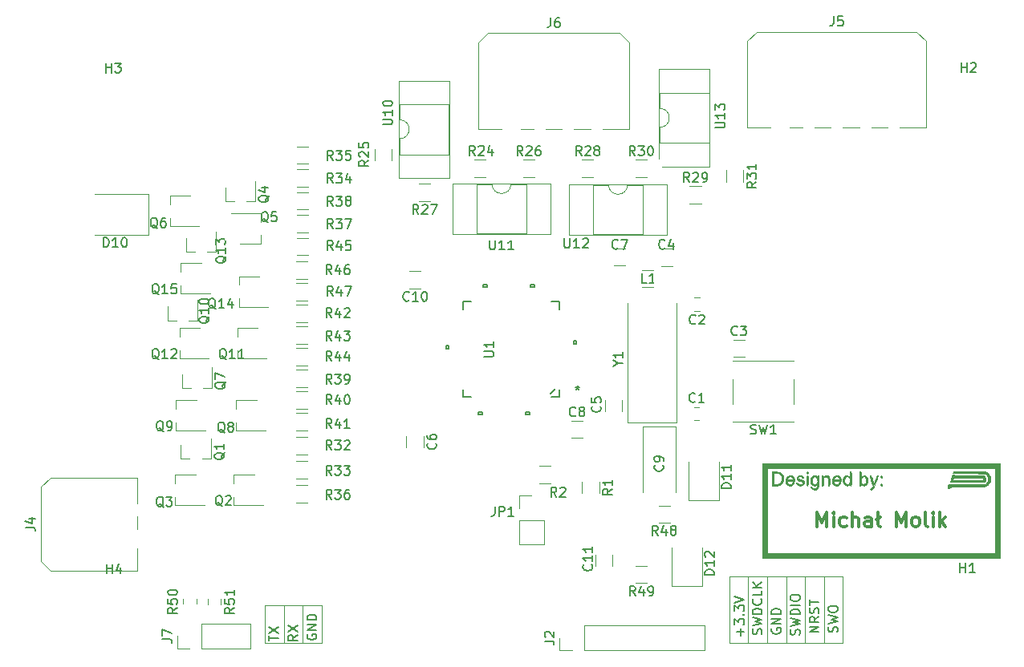
<source format=gto>
%TF.GenerationSoftware,KiCad,Pcbnew,(5.1.6)-1*%
%TF.CreationDate,2021-05-10T23:00:48+02:00*%
%TF.ProjectId,karta_stm,6b617274-615f-4737-946d-2e6b69636164,rev?*%
%TF.SameCoordinates,Original*%
%TF.FileFunction,Legend,Top*%
%TF.FilePolarity,Positive*%
%FSLAX46Y46*%
G04 Gerber Fmt 4.6, Leading zero omitted, Abs format (unit mm)*
G04 Created by KiCad (PCBNEW (5.1.6)-1) date 2021-05-10 23:00:48*
%MOMM*%
%LPD*%
G01*
G04 APERTURE LIST*
%ADD10C,0.120000*%
%ADD11C,0.150000*%
%ADD12C,0.300000*%
%ADD13C,0.010000*%
%ADD14C,0.152400*%
%ADD15O,1.800000X1.800000*%
%ADD16R,1.800000X1.800000*%
%ADD17O,1.600000X2.120000*%
%ADD18C,3.100000*%
%ADD19O,2.120000X1.600000*%
%ADD20C,3.300000*%
%ADD21R,2.100000X4.600000*%
%ADD22R,0.900000X1.000000*%
%ADD23R,1.700000X1.700000*%
%ADD24R,1.650000X1.400000*%
%ADD25R,2.100000X0.800000*%
%ADD26R,2.600000X2.400000*%
%ADD27R,0.379400X1.573200*%
%ADD28R,1.573200X0.379400*%
G04 APERTURE END LIST*
D10*
X111900000Y-109570000D02*
X111900000Y-113570000D01*
X113900000Y-109570000D02*
X111900000Y-109570000D01*
X113900000Y-113570000D02*
X113900000Y-109570000D01*
X115900000Y-109570000D02*
X115900000Y-113570000D01*
X109900000Y-109570000D02*
X115900000Y-109570000D01*
X109900000Y-113570000D02*
X109900000Y-109570000D01*
X115900000Y-113570000D02*
X109900000Y-113570000D01*
X158900000Y-106570000D02*
X170900000Y-106570000D01*
X170900000Y-113570000D02*
X158900000Y-113570000D01*
X170900000Y-106570000D02*
X170900000Y-113570000D01*
X168900000Y-106570000D02*
X168900000Y-113570000D01*
X166900000Y-106570000D02*
X166900000Y-113570000D01*
X164900000Y-106570000D02*
X164900000Y-113570000D01*
X162900000Y-106570000D02*
X162900000Y-113570000D01*
X160900000Y-106570000D02*
X160900000Y-113570000D01*
X158900000Y-113570000D02*
X158900000Y-106570000D01*
D11*
X114400000Y-112648904D02*
X114352380Y-112744142D01*
X114352380Y-112887000D01*
X114400000Y-113029857D01*
X114495238Y-113125095D01*
X114590476Y-113172714D01*
X114780952Y-113220333D01*
X114923809Y-113220333D01*
X115114285Y-113172714D01*
X115209523Y-113125095D01*
X115304761Y-113029857D01*
X115352380Y-112887000D01*
X115352380Y-112791761D01*
X115304761Y-112648904D01*
X115257142Y-112601285D01*
X114923809Y-112601285D01*
X114923809Y-112791761D01*
X115352380Y-112172714D02*
X114352380Y-112172714D01*
X115352380Y-111601285D01*
X114352380Y-111601285D01*
X115352380Y-111125095D02*
X114352380Y-111125095D01*
X114352380Y-110887000D01*
X114400000Y-110744142D01*
X114495238Y-110648904D01*
X114590476Y-110601285D01*
X114780952Y-110553666D01*
X114923809Y-110553666D01*
X115114285Y-110601285D01*
X115209523Y-110648904D01*
X115304761Y-110744142D01*
X115352380Y-110887000D01*
X115352380Y-111125095D01*
X110352380Y-113331904D02*
X110352380Y-112760476D01*
X111352380Y-113046190D02*
X110352380Y-113046190D01*
X110352380Y-112522380D02*
X111352380Y-111855714D01*
X110352380Y-111855714D02*
X111352380Y-112522380D01*
X113352380Y-112736666D02*
X112876190Y-113070000D01*
X113352380Y-113308095D02*
X112352380Y-113308095D01*
X112352380Y-112927142D01*
X112400000Y-112831904D01*
X112447619Y-112784285D01*
X112542857Y-112736666D01*
X112685714Y-112736666D01*
X112780952Y-112784285D01*
X112828571Y-112831904D01*
X112876190Y-112927142D01*
X112876190Y-113308095D01*
X112352380Y-112403333D02*
X113352380Y-111736666D01*
X112352380Y-111736666D02*
X113352380Y-112403333D01*
X170304761Y-112394952D02*
X170352380Y-112252095D01*
X170352380Y-112014000D01*
X170304761Y-111918761D01*
X170257142Y-111871142D01*
X170161904Y-111823523D01*
X170066666Y-111823523D01*
X169971428Y-111871142D01*
X169923809Y-111918761D01*
X169876190Y-112014000D01*
X169828571Y-112204476D01*
X169780952Y-112299714D01*
X169733333Y-112347333D01*
X169638095Y-112394952D01*
X169542857Y-112394952D01*
X169447619Y-112347333D01*
X169400000Y-112299714D01*
X169352380Y-112204476D01*
X169352380Y-111966380D01*
X169400000Y-111823523D01*
X169352380Y-111490190D02*
X170352380Y-111252095D01*
X169638095Y-111061619D01*
X170352380Y-110871142D01*
X169352380Y-110633047D01*
X169352380Y-110061619D02*
X169352380Y-109871142D01*
X169400000Y-109775904D01*
X169495238Y-109680666D01*
X169685714Y-109633047D01*
X170019047Y-109633047D01*
X170209523Y-109680666D01*
X170304761Y-109775904D01*
X170352380Y-109871142D01*
X170352380Y-110061619D01*
X170304761Y-110156857D01*
X170209523Y-110252095D01*
X170019047Y-110299714D01*
X169685714Y-110299714D01*
X169495238Y-110252095D01*
X169400000Y-110156857D01*
X169352380Y-110061619D01*
X168352380Y-112402857D02*
X167352380Y-112402857D01*
X168352380Y-111831428D01*
X167352380Y-111831428D01*
X168352380Y-110783809D02*
X167876190Y-111117142D01*
X168352380Y-111355238D02*
X167352380Y-111355238D01*
X167352380Y-110974285D01*
X167400000Y-110879047D01*
X167447619Y-110831428D01*
X167542857Y-110783809D01*
X167685714Y-110783809D01*
X167780952Y-110831428D01*
X167828571Y-110879047D01*
X167876190Y-110974285D01*
X167876190Y-111355238D01*
X168304761Y-110402857D02*
X168352380Y-110260000D01*
X168352380Y-110021904D01*
X168304761Y-109926666D01*
X168257142Y-109879047D01*
X168161904Y-109831428D01*
X168066666Y-109831428D01*
X167971428Y-109879047D01*
X167923809Y-109926666D01*
X167876190Y-110021904D01*
X167828571Y-110212380D01*
X167780952Y-110307619D01*
X167733333Y-110355238D01*
X167638095Y-110402857D01*
X167542857Y-110402857D01*
X167447619Y-110355238D01*
X167400000Y-110307619D01*
X167352380Y-110212380D01*
X167352380Y-109974285D01*
X167400000Y-109831428D01*
X167352380Y-109545714D02*
X167352380Y-108974285D01*
X168352380Y-109260000D02*
X167352380Y-109260000D01*
X166304761Y-112689047D02*
X166352380Y-112546190D01*
X166352380Y-112308095D01*
X166304761Y-112212857D01*
X166257142Y-112165238D01*
X166161904Y-112117619D01*
X166066666Y-112117619D01*
X165971428Y-112165238D01*
X165923809Y-112212857D01*
X165876190Y-112308095D01*
X165828571Y-112498571D01*
X165780952Y-112593809D01*
X165733333Y-112641428D01*
X165638095Y-112689047D01*
X165542857Y-112689047D01*
X165447619Y-112641428D01*
X165400000Y-112593809D01*
X165352380Y-112498571D01*
X165352380Y-112260476D01*
X165400000Y-112117619D01*
X165352380Y-111784285D02*
X166352380Y-111546190D01*
X165638095Y-111355714D01*
X166352380Y-111165238D01*
X165352380Y-110927142D01*
X166352380Y-110546190D02*
X165352380Y-110546190D01*
X165352380Y-110308095D01*
X165400000Y-110165238D01*
X165495238Y-110070000D01*
X165590476Y-110022380D01*
X165780952Y-109974761D01*
X165923809Y-109974761D01*
X166114285Y-110022380D01*
X166209523Y-110070000D01*
X166304761Y-110165238D01*
X166352380Y-110308095D01*
X166352380Y-110546190D01*
X166352380Y-109546190D02*
X165352380Y-109546190D01*
X165352380Y-108879523D02*
X165352380Y-108689047D01*
X165400000Y-108593809D01*
X165495238Y-108498571D01*
X165685714Y-108450952D01*
X166019047Y-108450952D01*
X166209523Y-108498571D01*
X166304761Y-108593809D01*
X166352380Y-108689047D01*
X166352380Y-108879523D01*
X166304761Y-108974761D01*
X166209523Y-109070000D01*
X166019047Y-109117619D01*
X165685714Y-109117619D01*
X165495238Y-109070000D01*
X165400000Y-108974761D01*
X165352380Y-108879523D01*
X163400000Y-112029904D02*
X163352380Y-112125142D01*
X163352380Y-112268000D01*
X163400000Y-112410857D01*
X163495238Y-112506095D01*
X163590476Y-112553714D01*
X163780952Y-112601333D01*
X163923809Y-112601333D01*
X164114285Y-112553714D01*
X164209523Y-112506095D01*
X164304761Y-112410857D01*
X164352380Y-112268000D01*
X164352380Y-112172761D01*
X164304761Y-112029904D01*
X164257142Y-111982285D01*
X163923809Y-111982285D01*
X163923809Y-112172761D01*
X164352380Y-111553714D02*
X163352380Y-111553714D01*
X164352380Y-110982285D01*
X163352380Y-110982285D01*
X164352380Y-110506095D02*
X163352380Y-110506095D01*
X163352380Y-110268000D01*
X163400000Y-110125142D01*
X163495238Y-110029904D01*
X163590476Y-109982285D01*
X163780952Y-109934666D01*
X163923809Y-109934666D01*
X164114285Y-109982285D01*
X164209523Y-110029904D01*
X164304761Y-110125142D01*
X164352380Y-110268000D01*
X164352380Y-110506095D01*
X162304761Y-112632904D02*
X162352380Y-112490047D01*
X162352380Y-112251952D01*
X162304761Y-112156714D01*
X162257142Y-112109095D01*
X162161904Y-112061476D01*
X162066666Y-112061476D01*
X161971428Y-112109095D01*
X161923809Y-112156714D01*
X161876190Y-112251952D01*
X161828571Y-112442428D01*
X161780952Y-112537666D01*
X161733333Y-112585285D01*
X161638095Y-112632904D01*
X161542857Y-112632904D01*
X161447619Y-112585285D01*
X161400000Y-112537666D01*
X161352380Y-112442428D01*
X161352380Y-112204333D01*
X161400000Y-112061476D01*
X161352380Y-111728142D02*
X162352380Y-111490047D01*
X161638095Y-111299571D01*
X162352380Y-111109095D01*
X161352380Y-110871000D01*
X162352380Y-110490047D02*
X161352380Y-110490047D01*
X161352380Y-110251952D01*
X161400000Y-110109095D01*
X161495238Y-110013857D01*
X161590476Y-109966238D01*
X161780952Y-109918619D01*
X161923809Y-109918619D01*
X162114285Y-109966238D01*
X162209523Y-110013857D01*
X162304761Y-110109095D01*
X162352380Y-110251952D01*
X162352380Y-110490047D01*
X162257142Y-108918619D02*
X162304761Y-108966238D01*
X162352380Y-109109095D01*
X162352380Y-109204333D01*
X162304761Y-109347190D01*
X162209523Y-109442428D01*
X162114285Y-109490047D01*
X161923809Y-109537666D01*
X161780952Y-109537666D01*
X161590476Y-109490047D01*
X161495238Y-109442428D01*
X161400000Y-109347190D01*
X161352380Y-109204333D01*
X161352380Y-109109095D01*
X161400000Y-108966238D01*
X161447619Y-108918619D01*
X162352380Y-108013857D02*
X162352380Y-108490047D01*
X161352380Y-108490047D01*
X162352380Y-107680523D02*
X161352380Y-107680523D01*
X162352380Y-107109095D02*
X161780952Y-107537666D01*
X161352380Y-107109095D02*
X161923809Y-107680523D01*
X160091428Y-112760000D02*
X160091428Y-111998095D01*
X160472380Y-112379047D02*
X159710476Y-112379047D01*
X159472380Y-111617142D02*
X159472380Y-110998095D01*
X159853333Y-111331428D01*
X159853333Y-111188571D01*
X159900952Y-111093333D01*
X159948571Y-111045714D01*
X160043809Y-110998095D01*
X160281904Y-110998095D01*
X160377142Y-111045714D01*
X160424761Y-111093333D01*
X160472380Y-111188571D01*
X160472380Y-111474285D01*
X160424761Y-111569523D01*
X160377142Y-111617142D01*
X160377142Y-110569523D02*
X160424761Y-110521904D01*
X160472380Y-110569523D01*
X160424761Y-110617142D01*
X160377142Y-110569523D01*
X160472380Y-110569523D01*
X159472380Y-110188571D02*
X159472380Y-109569523D01*
X159853333Y-109902857D01*
X159853333Y-109760000D01*
X159900952Y-109664761D01*
X159948571Y-109617142D01*
X160043809Y-109569523D01*
X160281904Y-109569523D01*
X160377142Y-109617142D01*
X160424761Y-109664761D01*
X160472380Y-109760000D01*
X160472380Y-110045714D01*
X160424761Y-110140952D01*
X160377142Y-110188571D01*
X159472380Y-109283809D02*
X160472380Y-108950476D01*
X159472380Y-108617142D01*
D12*
X168185714Y-101248571D02*
X168185714Y-99748571D01*
X168685714Y-100820000D01*
X169185714Y-99748571D01*
X169185714Y-101248571D01*
X169900000Y-101248571D02*
X169900000Y-100248571D01*
X169900000Y-99748571D02*
X169828571Y-99820000D01*
X169900000Y-99891428D01*
X169971428Y-99820000D01*
X169900000Y-99748571D01*
X169900000Y-99891428D01*
X171257142Y-101177142D02*
X171114285Y-101248571D01*
X170828571Y-101248571D01*
X170685714Y-101177142D01*
X170614285Y-101105714D01*
X170542857Y-100962857D01*
X170542857Y-100534285D01*
X170614285Y-100391428D01*
X170685714Y-100320000D01*
X170828571Y-100248571D01*
X171114285Y-100248571D01*
X171257142Y-100320000D01*
X171900000Y-101248571D02*
X171900000Y-99748571D01*
X172542857Y-101248571D02*
X172542857Y-100462857D01*
X172471428Y-100320000D01*
X172328571Y-100248571D01*
X172114285Y-100248571D01*
X171971428Y-100320000D01*
X171900000Y-100391428D01*
X173900000Y-101248571D02*
X173900000Y-100462857D01*
X173828571Y-100320000D01*
X173685714Y-100248571D01*
X173400000Y-100248571D01*
X173257142Y-100320000D01*
X173900000Y-101177142D02*
X173757142Y-101248571D01*
X173400000Y-101248571D01*
X173257142Y-101177142D01*
X173185714Y-101034285D01*
X173185714Y-100891428D01*
X173257142Y-100748571D01*
X173400000Y-100677142D01*
X173757142Y-100677142D01*
X173900000Y-100605714D01*
X174828571Y-101248571D02*
X174685714Y-101177142D01*
X174614285Y-101034285D01*
X174614285Y-99748571D01*
X174400000Y-100534285D02*
X174828571Y-100248571D01*
X176542857Y-101248571D02*
X176542857Y-99748571D01*
X177042857Y-100820000D01*
X177542857Y-99748571D01*
X177542857Y-101248571D01*
X178471428Y-101248571D02*
X178328571Y-101177142D01*
X178257142Y-101105714D01*
X178185714Y-100962857D01*
X178185714Y-100534285D01*
X178257142Y-100391428D01*
X178328571Y-100320000D01*
X178471428Y-100248571D01*
X178685714Y-100248571D01*
X178828571Y-100320000D01*
X178900000Y-100391428D01*
X178971428Y-100534285D01*
X178971428Y-100962857D01*
X178900000Y-101105714D01*
X178828571Y-101177142D01*
X178685714Y-101248571D01*
X178471428Y-101248571D01*
X179828571Y-101248571D02*
X179685714Y-101177142D01*
X179614285Y-101034285D01*
X179614285Y-99748571D01*
X180400000Y-101248571D02*
X180400000Y-100248571D01*
X180400000Y-99748571D02*
X180328571Y-99820000D01*
X180400000Y-99891428D01*
X180471428Y-99820000D01*
X180400000Y-99748571D01*
X180400000Y-99891428D01*
X181114285Y-101248571D02*
X181114285Y-99748571D01*
X181257142Y-100677142D02*
X181685714Y-101248571D01*
X181685714Y-100248571D02*
X181114285Y-100820000D01*
D13*
%TO.C,G\u002A\u002A\u002A*%
G36*
X167182905Y-95500467D02*
G01*
X167195333Y-95569500D01*
X167173253Y-95654619D01*
X167131833Y-95675333D01*
X167080762Y-95638533D01*
X167068333Y-95569500D01*
X167090413Y-95484381D01*
X167131833Y-95463667D01*
X167182905Y-95500467D01*
G37*
X167182905Y-95500467D02*
X167195333Y-95569500D01*
X167173253Y-95654619D01*
X167131833Y-95675333D01*
X167080762Y-95638533D01*
X167068333Y-95569500D01*
X167090413Y-95484381D01*
X167131833Y-95463667D01*
X167182905Y-95500467D01*
G36*
X175008726Y-95911804D02*
G01*
X175027000Y-95992833D01*
X175007156Y-96075824D01*
X174942333Y-96098667D01*
X174875941Y-96073862D01*
X174857667Y-95992833D01*
X174877510Y-95909843D01*
X174942333Y-95887000D01*
X175008726Y-95911804D01*
G37*
X175008726Y-95911804D02*
X175027000Y-95992833D01*
X175007156Y-96075824D01*
X174942333Y-96098667D01*
X174875941Y-96073862D01*
X174857667Y-95992833D01*
X174877510Y-95909843D01*
X174942333Y-95887000D01*
X175008726Y-95911804D01*
G36*
X182627744Y-95783166D02*
G01*
X182647000Y-95823500D01*
X182655659Y-95840137D01*
X182686778Y-95853648D01*
X182748075Y-95864344D01*
X182847262Y-95872541D01*
X182992057Y-95878552D01*
X183190173Y-95882689D01*
X183449326Y-95885267D01*
X183777232Y-95886599D01*
X184181605Y-95886999D01*
X184209570Y-95887000D01*
X185772140Y-95887000D01*
X185885487Y-96021705D01*
X185966793Y-96171256D01*
X185969646Y-96321760D01*
X185894953Y-96456813D01*
X185859516Y-96490250D01*
X185832243Y-96508382D01*
X185792990Y-96523309D01*
X185733926Y-96535339D01*
X185647219Y-96544781D01*
X185525039Y-96551943D01*
X185359555Y-96557131D01*
X185142937Y-96560655D01*
X184867353Y-96562822D01*
X184524973Y-96563941D01*
X184107965Y-96564318D01*
X183975810Y-96564333D01*
X183520665Y-96563830D01*
X183144003Y-96562199D01*
X182839645Y-96559257D01*
X182601411Y-96554824D01*
X182423123Y-96548715D01*
X182298602Y-96540749D01*
X182221669Y-96530744D01*
X182186145Y-96518518D01*
X182181981Y-96511417D01*
X182184397Y-96473178D01*
X182195620Y-96441634D01*
X182223157Y-96416081D01*
X182274510Y-96395815D01*
X182357184Y-96380133D01*
X182478683Y-96368331D01*
X182646510Y-96359706D01*
X182868171Y-96353553D01*
X183151168Y-96349169D01*
X183503007Y-96345851D01*
X183931190Y-96342895D01*
X183982700Y-96342565D01*
X185716167Y-96331500D01*
X185716167Y-96119833D01*
X184135422Y-96108731D01*
X183728225Y-96105984D01*
X183397580Y-96104290D01*
X183135377Y-96104024D01*
X182933506Y-96105559D01*
X182783854Y-96109272D01*
X182678311Y-96115536D01*
X182608767Y-96124727D01*
X182567109Y-96137220D01*
X182545228Y-96153390D01*
X182535012Y-96173610D01*
X182532402Y-96182814D01*
X182483284Y-96250088D01*
X182388062Y-96268000D01*
X182300967Y-96262761D01*
X182266000Y-96250600D01*
X182279938Y-96204930D01*
X182316114Y-96104088D01*
X182356542Y-95996600D01*
X182414726Y-95860119D01*
X182465319Y-95787673D01*
X182522615Y-95761509D01*
X182547042Y-95760000D01*
X182627744Y-95783166D01*
G37*
X182627744Y-95783166D02*
X182647000Y-95823500D01*
X182655659Y-95840137D01*
X182686778Y-95853648D01*
X182748075Y-95864344D01*
X182847262Y-95872541D01*
X182992057Y-95878552D01*
X183190173Y-95882689D01*
X183449326Y-95885267D01*
X183777232Y-95886599D01*
X184181605Y-95886999D01*
X184209570Y-95887000D01*
X185772140Y-95887000D01*
X185885487Y-96021705D01*
X185966793Y-96171256D01*
X185969646Y-96321760D01*
X185894953Y-96456813D01*
X185859516Y-96490250D01*
X185832243Y-96508382D01*
X185792990Y-96523309D01*
X185733926Y-96535339D01*
X185647219Y-96544781D01*
X185525039Y-96551943D01*
X185359555Y-96557131D01*
X185142937Y-96560655D01*
X184867353Y-96562822D01*
X184524973Y-96563941D01*
X184107965Y-96564318D01*
X183975810Y-96564333D01*
X183520665Y-96563830D01*
X183144003Y-96562199D01*
X182839645Y-96559257D01*
X182601411Y-96554824D01*
X182423123Y-96548715D01*
X182298602Y-96540749D01*
X182221669Y-96530744D01*
X182186145Y-96518518D01*
X182181981Y-96511417D01*
X182184397Y-96473178D01*
X182195620Y-96441634D01*
X182223157Y-96416081D01*
X182274510Y-96395815D01*
X182357184Y-96380133D01*
X182478683Y-96368331D01*
X182646510Y-96359706D01*
X182868171Y-96353553D01*
X183151168Y-96349169D01*
X183503007Y-96345851D01*
X183931190Y-96342895D01*
X183982700Y-96342565D01*
X185716167Y-96331500D01*
X185716167Y-96119833D01*
X184135422Y-96108731D01*
X183728225Y-96105984D01*
X183397580Y-96104290D01*
X183135377Y-96104024D01*
X182933506Y-96105559D01*
X182783854Y-96109272D01*
X182678311Y-96115536D01*
X182608767Y-96124727D01*
X182567109Y-96137220D01*
X182545228Y-96153390D01*
X182535012Y-96173610D01*
X182532402Y-96182814D01*
X182483284Y-96250088D01*
X182388062Y-96268000D01*
X182300967Y-96262761D01*
X182266000Y-96250600D01*
X182279938Y-96204930D01*
X182316114Y-96104088D01*
X182356542Y-95996600D01*
X182414726Y-95860119D01*
X182465319Y-95787673D01*
X182522615Y-95761509D01*
X182547042Y-95760000D01*
X182627744Y-95783166D01*
G36*
X175008726Y-96758471D02*
G01*
X175027000Y-96839500D01*
X175007156Y-96922490D01*
X174942333Y-96945333D01*
X174875941Y-96920529D01*
X174857667Y-96839500D01*
X174877510Y-96756509D01*
X174942333Y-96733667D01*
X175008726Y-96758471D01*
G37*
X175008726Y-96758471D02*
X175027000Y-96839500D01*
X175007156Y-96922490D01*
X174942333Y-96945333D01*
X174875941Y-96920529D01*
X174857667Y-96839500D01*
X174877510Y-96756509D01*
X174942333Y-96733667D01*
X175008726Y-96758471D01*
G36*
X172745955Y-95472934D02*
G01*
X172771507Y-95513646D01*
X172781777Y-95605165D01*
X172783333Y-95717667D01*
X172785554Y-95851655D01*
X172791327Y-95943694D01*
X172797996Y-95971667D01*
X172841795Y-95954726D01*
X172929632Y-95913274D01*
X172943103Y-95906592D01*
X173107685Y-95863484D01*
X173260899Y-95904199D01*
X173397291Y-96021868D01*
X173479746Y-96178684D01*
X173511118Y-96371225D01*
X173491462Y-96567740D01*
X173420830Y-96736475D01*
X173396022Y-96769640D01*
X173263542Y-96877624D01*
X173112476Y-96925704D01*
X172965220Y-96912654D01*
X172844171Y-96837248D01*
X172815731Y-96801412D01*
X172791847Y-96797699D01*
X172783981Y-96850083D01*
X172758583Y-96927565D01*
X172698667Y-96945333D01*
X172668200Y-96941645D01*
X172646077Y-96922809D01*
X172630966Y-96877170D01*
X172621535Y-96793073D01*
X172616452Y-96658860D01*
X172614384Y-96462876D01*
X172614284Y-96395000D01*
X172783333Y-96395000D01*
X172793205Y-96544126D01*
X172830406Y-96645083D01*
X172887242Y-96714424D01*
X172993276Y-96797868D01*
X173088651Y-96808326D01*
X173200506Y-96747215D01*
X173220550Y-96731832D01*
X173316453Y-96613614D01*
X173361528Y-96465540D01*
X173360063Y-96307829D01*
X173316343Y-96160697D01*
X173234656Y-96044361D01*
X173119290Y-95979039D01*
X173059359Y-95971667D01*
X172984575Y-95999858D01*
X172894535Y-96068443D01*
X172887242Y-96075576D01*
X172820102Y-96163191D01*
X172789362Y-96271089D01*
X172783333Y-96395000D01*
X172614284Y-96395000D01*
X172614000Y-96204500D01*
X172614421Y-95937917D01*
X172616574Y-95744344D01*
X172621790Y-95612124D01*
X172631401Y-95529603D01*
X172646740Y-95485124D01*
X172669138Y-95467031D01*
X172698667Y-95463667D01*
X172745955Y-95472934D01*
G37*
X172745955Y-95472934D02*
X172771507Y-95513646D01*
X172781777Y-95605165D01*
X172783333Y-95717667D01*
X172785554Y-95851655D01*
X172791327Y-95943694D01*
X172797996Y-95971667D01*
X172841795Y-95954726D01*
X172929632Y-95913274D01*
X172943103Y-95906592D01*
X173107685Y-95863484D01*
X173260899Y-95904199D01*
X173397291Y-96021868D01*
X173479746Y-96178684D01*
X173511118Y-96371225D01*
X173491462Y-96567740D01*
X173420830Y-96736475D01*
X173396022Y-96769640D01*
X173263542Y-96877624D01*
X173112476Y-96925704D01*
X172965220Y-96912654D01*
X172844171Y-96837248D01*
X172815731Y-96801412D01*
X172791847Y-96797699D01*
X172783981Y-96850083D01*
X172758583Y-96927565D01*
X172698667Y-96945333D01*
X172668200Y-96941645D01*
X172646077Y-96922809D01*
X172630966Y-96877170D01*
X172621535Y-96793073D01*
X172616452Y-96658860D01*
X172614384Y-96462876D01*
X172614284Y-96395000D01*
X172783333Y-96395000D01*
X172793205Y-96544126D01*
X172830406Y-96645083D01*
X172887242Y-96714424D01*
X172993276Y-96797868D01*
X173088651Y-96808326D01*
X173200506Y-96747215D01*
X173220550Y-96731832D01*
X173316453Y-96613614D01*
X173361528Y-96465540D01*
X173360063Y-96307829D01*
X173316343Y-96160697D01*
X173234656Y-96044361D01*
X173119290Y-95979039D01*
X173059359Y-95971667D01*
X172984575Y-95999858D01*
X172894535Y-96068443D01*
X172887242Y-96075576D01*
X172820102Y-96163191D01*
X172789362Y-96271089D01*
X172783333Y-96395000D01*
X172614284Y-96395000D01*
X172614000Y-96204500D01*
X172614421Y-95937917D01*
X172616574Y-95744344D01*
X172621790Y-95612124D01*
X172631401Y-95529603D01*
X172646740Y-95485124D01*
X172669138Y-95467031D01*
X172698667Y-95463667D01*
X172745955Y-95472934D01*
G36*
X171713133Y-95467355D02*
G01*
X171735256Y-95486190D01*
X171750367Y-95531829D01*
X171759798Y-95615927D01*
X171764881Y-95750140D01*
X171766949Y-95946123D01*
X171767333Y-96204500D01*
X171766405Y-96475541D01*
X171762992Y-96672910D01*
X171756154Y-96807588D01*
X171744948Y-96890557D01*
X171728435Y-96932797D01*
X171705673Y-96945289D01*
X171703833Y-96945333D01*
X171647709Y-96911447D01*
X171640333Y-96881833D01*
X171635714Y-96833218D01*
X171607741Y-96824736D01*
X171535239Y-96856350D01*
X171486422Y-96881572D01*
X171384597Y-96928512D01*
X171304974Y-96937899D01*
X171208322Y-96909730D01*
X171141332Y-96881553D01*
X171005828Y-96781249D01*
X170920191Y-96633379D01*
X170883092Y-96457813D01*
X170886554Y-96395000D01*
X171047667Y-96395000D01*
X171057538Y-96544126D01*
X171094740Y-96645083D01*
X171151576Y-96714424D01*
X171269196Y-96800737D01*
X171384478Y-96810251D01*
X171470393Y-96776325D01*
X171560881Y-96684197D01*
X171611254Y-96543395D01*
X171621104Y-96380022D01*
X171590025Y-96220182D01*
X171517612Y-96089978D01*
X171481607Y-96055590D01*
X171365682Y-95985230D01*
X171269083Y-95987066D01*
X171164639Y-96062744D01*
X171151576Y-96075576D01*
X171084435Y-96163191D01*
X171053696Y-96271089D01*
X171047667Y-96395000D01*
X170886554Y-96395000D01*
X170893200Y-96274419D01*
X170949186Y-96103066D01*
X171049719Y-95963623D01*
X171193470Y-95875956D01*
X171208974Y-95871144D01*
X171320403Y-95853218D01*
X171413785Y-95884176D01*
X171472790Y-95923963D01*
X171598000Y-96016535D01*
X171598000Y-95740101D01*
X171600615Y-95590770D01*
X171612273Y-95507370D01*
X171638692Y-95471231D01*
X171682667Y-95463667D01*
X171713133Y-95467355D01*
G37*
X171713133Y-95467355D02*
X171735256Y-95486190D01*
X171750367Y-95531829D01*
X171759798Y-95615927D01*
X171764881Y-95750140D01*
X171766949Y-95946123D01*
X171767333Y-96204500D01*
X171766405Y-96475541D01*
X171762992Y-96672910D01*
X171756154Y-96807588D01*
X171744948Y-96890557D01*
X171728435Y-96932797D01*
X171705673Y-96945289D01*
X171703833Y-96945333D01*
X171647709Y-96911447D01*
X171640333Y-96881833D01*
X171635714Y-96833218D01*
X171607741Y-96824736D01*
X171535239Y-96856350D01*
X171486422Y-96881572D01*
X171384597Y-96928512D01*
X171304974Y-96937899D01*
X171208322Y-96909730D01*
X171141332Y-96881553D01*
X171005828Y-96781249D01*
X170920191Y-96633379D01*
X170883092Y-96457813D01*
X170886554Y-96395000D01*
X171047667Y-96395000D01*
X171057538Y-96544126D01*
X171094740Y-96645083D01*
X171151576Y-96714424D01*
X171269196Y-96800737D01*
X171384478Y-96810251D01*
X171470393Y-96776325D01*
X171560881Y-96684197D01*
X171611254Y-96543395D01*
X171621104Y-96380022D01*
X171590025Y-96220182D01*
X171517612Y-96089978D01*
X171481607Y-96055590D01*
X171365682Y-95985230D01*
X171269083Y-95987066D01*
X171164639Y-96062744D01*
X171151576Y-96075576D01*
X171084435Y-96163191D01*
X171053696Y-96271089D01*
X171047667Y-96395000D01*
X170886554Y-96395000D01*
X170893200Y-96274419D01*
X170949186Y-96103066D01*
X171049719Y-95963623D01*
X171193470Y-95875956D01*
X171208974Y-95871144D01*
X171320403Y-95853218D01*
X171413785Y-95884176D01*
X171472790Y-95923963D01*
X171598000Y-96016535D01*
X171598000Y-95740101D01*
X171600615Y-95590770D01*
X171612273Y-95507370D01*
X171638692Y-95471231D01*
X171682667Y-95463667D01*
X171713133Y-95467355D01*
G36*
X170364971Y-95888529D02*
G01*
X170513620Y-95971241D01*
X170620042Y-96101878D01*
X170666065Y-96269786D01*
X170666667Y-96292415D01*
X170666667Y-96437333D01*
X170285667Y-96437333D01*
X170103519Y-96439112D01*
X169990225Y-96446525D01*
X169930007Y-96462689D01*
X169907089Y-96490720D01*
X169904667Y-96512580D01*
X169938024Y-96637954D01*
X170023803Y-96731361D01*
X170140568Y-96787681D01*
X170266880Y-96801795D01*
X170381303Y-96768585D01*
X170462398Y-96682931D01*
X170476152Y-96649045D01*
X170514309Y-96576374D01*
X170573996Y-96577340D01*
X170618215Y-96601989D01*
X170650248Y-96658819D01*
X170619488Y-96733317D01*
X170541961Y-96812224D01*
X170433690Y-96882283D01*
X170310699Y-96930233D01*
X170205266Y-96943676D01*
X170121698Y-96926280D01*
X170009053Y-96886132D01*
X169998332Y-96881553D01*
X169862576Y-96780981D01*
X169776658Y-96632534D01*
X169740257Y-96456544D01*
X169753051Y-96273348D01*
X169763164Y-96245458D01*
X169902107Y-96245458D01*
X169953222Y-96287842D01*
X170081039Y-96307370D01*
X170201000Y-96310333D01*
X170357770Y-96307643D01*
X170447632Y-96296529D01*
X170488255Y-96272425D01*
X170497333Y-96233758D01*
X170458689Y-96109112D01*
X170351914Y-96020046D01*
X170256723Y-95988673D01*
X170146549Y-95983565D01*
X170056442Y-96030952D01*
X170013306Y-96070845D01*
X169923525Y-96174899D01*
X169902107Y-96245458D01*
X169763164Y-96245458D01*
X169814721Y-96103278D01*
X169924944Y-95966669D01*
X170013668Y-95909500D01*
X170192264Y-95864397D01*
X170364971Y-95888529D01*
G37*
X170364971Y-95888529D02*
X170513620Y-95971241D01*
X170620042Y-96101878D01*
X170666065Y-96269786D01*
X170666667Y-96292415D01*
X170666667Y-96437333D01*
X170285667Y-96437333D01*
X170103519Y-96439112D01*
X169990225Y-96446525D01*
X169930007Y-96462689D01*
X169907089Y-96490720D01*
X169904667Y-96512580D01*
X169938024Y-96637954D01*
X170023803Y-96731361D01*
X170140568Y-96787681D01*
X170266880Y-96801795D01*
X170381303Y-96768585D01*
X170462398Y-96682931D01*
X170476152Y-96649045D01*
X170514309Y-96576374D01*
X170573996Y-96577340D01*
X170618215Y-96601989D01*
X170650248Y-96658819D01*
X170619488Y-96733317D01*
X170541961Y-96812224D01*
X170433690Y-96882283D01*
X170310699Y-96930233D01*
X170205266Y-96943676D01*
X170121698Y-96926280D01*
X170009053Y-96886132D01*
X169998332Y-96881553D01*
X169862576Y-96780981D01*
X169776658Y-96632534D01*
X169740257Y-96456544D01*
X169753051Y-96273348D01*
X169763164Y-96245458D01*
X169902107Y-96245458D01*
X169953222Y-96287842D01*
X170081039Y-96307370D01*
X170201000Y-96310333D01*
X170357770Y-96307643D01*
X170447632Y-96296529D01*
X170488255Y-96272425D01*
X170497333Y-96233758D01*
X170458689Y-96109112D01*
X170351914Y-96020046D01*
X170256723Y-95988673D01*
X170146549Y-95983565D01*
X170056442Y-96030952D01*
X170013306Y-96070845D01*
X169923525Y-96174899D01*
X169902107Y-96245458D01*
X169763164Y-96245458D01*
X169814721Y-96103278D01*
X169924944Y-95966669D01*
X170013668Y-95909500D01*
X170192264Y-95864397D01*
X170364971Y-95888529D01*
G36*
X168788936Y-95873316D02*
G01*
X168804000Y-95935894D01*
X168808091Y-95997582D01*
X168834596Y-95996633D01*
X168892048Y-95947440D01*
X169017711Y-95881211D01*
X169168786Y-95865836D01*
X169311652Y-95900043D01*
X169401186Y-95966735D01*
X169438613Y-96026225D01*
X169462520Y-96105700D01*
X169475679Y-96223799D01*
X169480863Y-96399162D01*
X169481333Y-96505523D01*
X169480251Y-96702586D01*
X169475072Y-96830036D01*
X169462900Y-96902919D01*
X169440840Y-96936282D01*
X169405994Y-96945168D01*
X169396667Y-96945333D01*
X169358095Y-96939512D01*
X169333419Y-96911819D01*
X169319562Y-96846914D01*
X169313449Y-96729455D01*
X169312006Y-96544101D01*
X169312000Y-96522976D01*
X169310703Y-96329032D01*
X169304343Y-96201703D01*
X169289219Y-96122945D01*
X169261629Y-96074719D01*
X169217872Y-96038982D01*
X169211881Y-96035018D01*
X169085471Y-95997170D01*
X168957076Y-96028833D01*
X168857445Y-96121435D01*
X168848907Y-96136190D01*
X168828199Y-96216001D01*
X168812541Y-96354648D01*
X168804527Y-96526337D01*
X168804000Y-96582717D01*
X168802447Y-96758484D01*
X168795221Y-96866099D01*
X168778470Y-96922058D01*
X168748343Y-96942856D01*
X168719333Y-96945333D01*
X168684768Y-96940665D01*
X168661153Y-96917667D01*
X168646411Y-96862845D01*
X168638467Y-96762708D01*
X168635245Y-96603761D01*
X168634667Y-96395000D01*
X168635385Y-96170329D01*
X168638923Y-96016829D01*
X168647357Y-95921007D01*
X168662763Y-95869371D01*
X168687216Y-95848426D01*
X168719333Y-95844667D01*
X168788936Y-95873316D01*
G37*
X168788936Y-95873316D02*
X168804000Y-95935894D01*
X168808091Y-95997582D01*
X168834596Y-95996633D01*
X168892048Y-95947440D01*
X169017711Y-95881211D01*
X169168786Y-95865836D01*
X169311652Y-95900043D01*
X169401186Y-95966735D01*
X169438613Y-96026225D01*
X169462520Y-96105700D01*
X169475679Y-96223799D01*
X169480863Y-96399162D01*
X169481333Y-96505523D01*
X169480251Y-96702586D01*
X169475072Y-96830036D01*
X169462900Y-96902919D01*
X169440840Y-96936282D01*
X169405994Y-96945168D01*
X169396667Y-96945333D01*
X169358095Y-96939512D01*
X169333419Y-96911819D01*
X169319562Y-96846914D01*
X169313449Y-96729455D01*
X169312006Y-96544101D01*
X169312000Y-96522976D01*
X169310703Y-96329032D01*
X169304343Y-96201703D01*
X169289219Y-96122945D01*
X169261629Y-96074719D01*
X169217872Y-96038982D01*
X169211881Y-96035018D01*
X169085471Y-95997170D01*
X168957076Y-96028833D01*
X168857445Y-96121435D01*
X168848907Y-96136190D01*
X168828199Y-96216001D01*
X168812541Y-96354648D01*
X168804527Y-96526337D01*
X168804000Y-96582717D01*
X168802447Y-96758484D01*
X168795221Y-96866099D01*
X168778470Y-96922058D01*
X168748343Y-96942856D01*
X168719333Y-96945333D01*
X168684768Y-96940665D01*
X168661153Y-96917667D01*
X168646411Y-96862845D01*
X168638467Y-96762708D01*
X168635245Y-96603761D01*
X168634667Y-96395000D01*
X168635385Y-96170329D01*
X168638923Y-96016829D01*
X168647357Y-95921007D01*
X168662763Y-95869371D01*
X168687216Y-95848426D01*
X168719333Y-95844667D01*
X168788936Y-95873316D01*
G36*
X167158280Y-95856931D02*
G01*
X167176406Y-95902075D01*
X167187657Y-95992621D01*
X167193477Y-96141093D01*
X167195312Y-96360015D01*
X167195333Y-96395000D01*
X167193918Y-96624203D01*
X167188709Y-96781296D01*
X167178262Y-96878802D01*
X167161130Y-96929245D01*
X167135870Y-96945149D01*
X167131833Y-96945333D01*
X167105387Y-96933068D01*
X167087261Y-96887925D01*
X167076010Y-96797379D01*
X167070189Y-96648907D01*
X167068354Y-96429985D01*
X167068333Y-96395000D01*
X167069748Y-96165797D01*
X167074957Y-96008704D01*
X167085405Y-95911198D01*
X167102536Y-95860754D01*
X167127796Y-95844850D01*
X167131833Y-95844667D01*
X167158280Y-95856931D01*
G37*
X167158280Y-95856931D02*
X167176406Y-95902075D01*
X167187657Y-95992621D01*
X167193477Y-96141093D01*
X167195312Y-96360015D01*
X167195333Y-96395000D01*
X167193918Y-96624203D01*
X167188709Y-96781296D01*
X167178262Y-96878802D01*
X167161130Y-96929245D01*
X167135870Y-96945149D01*
X167131833Y-96945333D01*
X167105387Y-96933068D01*
X167087261Y-96887925D01*
X167076010Y-96797379D01*
X167070189Y-96648907D01*
X167068354Y-96429985D01*
X167068333Y-96395000D01*
X167069748Y-96165797D01*
X167074957Y-96008704D01*
X167085405Y-95911198D01*
X167102536Y-95860754D01*
X167127796Y-95844850D01*
X167131833Y-95844667D01*
X167158280Y-95856931D01*
G36*
X166463633Y-95866351D02*
G01*
X166530681Y-95884199D01*
X166638762Y-95939923D01*
X166712509Y-96014163D01*
X166740968Y-96087913D01*
X166713182Y-96142168D01*
X166685985Y-96153618D01*
X166608702Y-96141864D01*
X166580151Y-96094417D01*
X166522482Y-96025316D01*
X166422674Y-95990286D01*
X166308129Y-95988129D01*
X166206251Y-96017652D01*
X166144442Y-96077659D01*
X166137000Y-96113742D01*
X166156586Y-96177828D01*
X166224185Y-96232676D01*
X166353055Y-96286417D01*
X166485235Y-96327277D01*
X166675194Y-96403639D01*
X166784990Y-96499612D01*
X166813563Y-96613079D01*
X166759849Y-96741923D01*
X166719083Y-96792872D01*
X166589013Y-96881666D01*
X166414922Y-96925436D01*
X166233093Y-96916818D01*
X166148462Y-96873313D01*
X166057432Y-96791943D01*
X165988266Y-96701831D01*
X165967667Y-96643291D01*
X165995832Y-96607004D01*
X166065896Y-96620125D01*
X166156212Y-96676111D01*
X166196651Y-96712500D01*
X166331357Y-96800107D01*
X166473018Y-96810282D01*
X166578012Y-96762618D01*
X166638975Y-96682407D01*
X166622092Y-96598373D01*
X166532720Y-96522388D01*
X166454240Y-96488202D01*
X166259191Y-96418585D01*
X166131171Y-96363865D01*
X166056277Y-96314064D01*
X166020608Y-96259208D01*
X166010260Y-96189319D01*
X166010000Y-96169413D01*
X166046243Y-96021747D01*
X166144450Y-95916252D01*
X166288841Y-95861572D01*
X166463633Y-95866351D01*
G37*
X166463633Y-95866351D02*
X166530681Y-95884199D01*
X166638762Y-95939923D01*
X166712509Y-96014163D01*
X166740968Y-96087913D01*
X166713182Y-96142168D01*
X166685985Y-96153618D01*
X166608702Y-96141864D01*
X166580151Y-96094417D01*
X166522482Y-96025316D01*
X166422674Y-95990286D01*
X166308129Y-95988129D01*
X166206251Y-96017652D01*
X166144442Y-96077659D01*
X166137000Y-96113742D01*
X166156586Y-96177828D01*
X166224185Y-96232676D01*
X166353055Y-96286417D01*
X166485235Y-96327277D01*
X166675194Y-96403639D01*
X166784990Y-96499612D01*
X166813563Y-96613079D01*
X166759849Y-96741923D01*
X166719083Y-96792872D01*
X166589013Y-96881666D01*
X166414922Y-96925436D01*
X166233093Y-96916818D01*
X166148462Y-96873313D01*
X166057432Y-96791943D01*
X165988266Y-96701831D01*
X165967667Y-96643291D01*
X165995832Y-96607004D01*
X166065896Y-96620125D01*
X166156212Y-96676111D01*
X166196651Y-96712500D01*
X166331357Y-96800107D01*
X166473018Y-96810282D01*
X166578012Y-96762618D01*
X166638975Y-96682407D01*
X166622092Y-96598373D01*
X166532720Y-96522388D01*
X166454240Y-96488202D01*
X166259191Y-96418585D01*
X166131171Y-96363865D01*
X166056277Y-96314064D01*
X166020608Y-96259208D01*
X166010260Y-96189319D01*
X166010000Y-96169413D01*
X166046243Y-96021747D01*
X166144450Y-95916252D01*
X166288841Y-95861572D01*
X166463633Y-95866351D01*
G36*
X165454304Y-95888529D02*
G01*
X165602954Y-95971241D01*
X165709375Y-96101878D01*
X165755398Y-96269786D01*
X165756000Y-96292415D01*
X165756000Y-96437333D01*
X165375000Y-96437333D01*
X165192853Y-96439112D01*
X165079558Y-96446525D01*
X165019340Y-96462689D01*
X164996422Y-96490720D01*
X164994000Y-96512580D01*
X165027357Y-96637954D01*
X165113137Y-96731361D01*
X165229901Y-96787681D01*
X165356214Y-96801795D01*
X165470636Y-96768585D01*
X165551732Y-96682931D01*
X165565486Y-96649045D01*
X165603643Y-96576374D01*
X165663329Y-96577340D01*
X165707548Y-96601989D01*
X165739581Y-96658819D01*
X165708821Y-96733317D01*
X165631294Y-96812224D01*
X165523023Y-96882283D01*
X165400033Y-96930233D01*
X165294599Y-96943676D01*
X165211031Y-96926280D01*
X165098386Y-96886132D01*
X165087665Y-96881553D01*
X164951910Y-96780981D01*
X164865992Y-96632534D01*
X164829590Y-96456544D01*
X164842385Y-96273348D01*
X164852498Y-96245458D01*
X164991440Y-96245458D01*
X165042556Y-96287842D01*
X165170373Y-96307370D01*
X165290333Y-96310333D01*
X165447104Y-96307643D01*
X165536965Y-96296529D01*
X165577588Y-96272425D01*
X165586667Y-96233758D01*
X165548022Y-96109112D01*
X165441248Y-96020046D01*
X165346056Y-95988673D01*
X165235883Y-95983565D01*
X165145776Y-96030952D01*
X165102639Y-96070845D01*
X165012858Y-96174899D01*
X164991440Y-96245458D01*
X164852498Y-96245458D01*
X164904054Y-96103278D01*
X165014278Y-95966669D01*
X165103002Y-95909500D01*
X165281597Y-95864397D01*
X165454304Y-95888529D01*
G37*
X165454304Y-95888529D02*
X165602954Y-95971241D01*
X165709375Y-96101878D01*
X165755398Y-96269786D01*
X165756000Y-96292415D01*
X165756000Y-96437333D01*
X165375000Y-96437333D01*
X165192853Y-96439112D01*
X165079558Y-96446525D01*
X165019340Y-96462689D01*
X164996422Y-96490720D01*
X164994000Y-96512580D01*
X165027357Y-96637954D01*
X165113137Y-96731361D01*
X165229901Y-96787681D01*
X165356214Y-96801795D01*
X165470636Y-96768585D01*
X165551732Y-96682931D01*
X165565486Y-96649045D01*
X165603643Y-96576374D01*
X165663329Y-96577340D01*
X165707548Y-96601989D01*
X165739581Y-96658819D01*
X165708821Y-96733317D01*
X165631294Y-96812224D01*
X165523023Y-96882283D01*
X165400033Y-96930233D01*
X165294599Y-96943676D01*
X165211031Y-96926280D01*
X165098386Y-96886132D01*
X165087665Y-96881553D01*
X164951910Y-96780981D01*
X164865992Y-96632534D01*
X164829590Y-96456544D01*
X164842385Y-96273348D01*
X164852498Y-96245458D01*
X164991440Y-96245458D01*
X165042556Y-96287842D01*
X165170373Y-96307370D01*
X165290333Y-96310333D01*
X165447104Y-96307643D01*
X165536965Y-96296529D01*
X165577588Y-96272425D01*
X165586667Y-96233758D01*
X165548022Y-96109112D01*
X165441248Y-96020046D01*
X165346056Y-95988673D01*
X165235883Y-95983565D01*
X165145776Y-96030952D01*
X165102639Y-96070845D01*
X165012858Y-96174899D01*
X164991440Y-96245458D01*
X164852498Y-96245458D01*
X164904054Y-96103278D01*
X165014278Y-95966669D01*
X165103002Y-95909500D01*
X165281597Y-95864397D01*
X165454304Y-95888529D01*
G36*
X163823687Y-95470888D02*
G01*
X164064842Y-95489210D01*
X164239217Y-95524671D01*
X164364151Y-95584792D01*
X164456982Y-95677095D01*
X164515442Y-95770982D01*
X164568335Y-95932831D01*
X164589642Y-96139315D01*
X164579547Y-96356590D01*
X164538238Y-96550813D01*
X164510778Y-96619115D01*
X164427177Y-96747239D01*
X164312592Y-96836971D01*
X164151979Y-96895021D01*
X163930295Y-96928100D01*
X163798083Y-96937063D01*
X163427667Y-96955690D01*
X163427667Y-95633000D01*
X163597000Y-95633000D01*
X163597000Y-96776000D01*
X163866457Y-96776000D01*
X164041044Y-96768035D01*
X164160031Y-96739880D01*
X164246437Y-96689063D01*
X164353465Y-96555344D01*
X164414988Y-96374252D01*
X164429867Y-96170527D01*
X164396964Y-95968908D01*
X164315142Y-95794133D01*
X164289173Y-95760201D01*
X164225718Y-95692541D01*
X164161214Y-95654368D01*
X164069408Y-95637326D01*
X163924044Y-95633057D01*
X163889570Y-95633000D01*
X163597000Y-95633000D01*
X163427667Y-95633000D01*
X163427667Y-95453568D01*
X163823687Y-95470888D01*
G37*
X163823687Y-95470888D02*
X164064842Y-95489210D01*
X164239217Y-95524671D01*
X164364151Y-95584792D01*
X164456982Y-95677095D01*
X164515442Y-95770982D01*
X164568335Y-95932831D01*
X164589642Y-96139315D01*
X164579547Y-96356590D01*
X164538238Y-96550813D01*
X164510778Y-96619115D01*
X164427177Y-96747239D01*
X164312592Y-96836971D01*
X164151979Y-96895021D01*
X163930295Y-96928100D01*
X163798083Y-96937063D01*
X163427667Y-96955690D01*
X163427667Y-95633000D01*
X163597000Y-95633000D01*
X163597000Y-96776000D01*
X163866457Y-96776000D01*
X164041044Y-96768035D01*
X164160031Y-96739880D01*
X164246437Y-96689063D01*
X164353465Y-96555344D01*
X164414988Y-96374252D01*
X164429867Y-96170527D01*
X164396964Y-95968908D01*
X164315142Y-95794133D01*
X164289173Y-95760201D01*
X164225718Y-95692541D01*
X164161214Y-95654368D01*
X164069408Y-95637326D01*
X163924044Y-95633057D01*
X163889570Y-95633000D01*
X163597000Y-95633000D01*
X163427667Y-95633000D01*
X163427667Y-95453568D01*
X163823687Y-95470888D01*
G36*
X184632873Y-95421516D02*
G01*
X184976071Y-95422333D01*
X185251897Y-95424193D01*
X185468998Y-95427499D01*
X185636020Y-95432658D01*
X185761612Y-95440077D01*
X185854419Y-95450160D01*
X185923089Y-95463314D01*
X185976269Y-95479944D01*
X186022605Y-95500457D01*
X186035306Y-95506836D01*
X186223787Y-95646950D01*
X186357366Y-95836270D01*
X186433431Y-96057412D01*
X186449371Y-96292996D01*
X186402575Y-96525638D01*
X186290432Y-96737956D01*
X186230883Y-96808910D01*
X186169987Y-96869511D01*
X186106912Y-96920050D01*
X186033724Y-96961436D01*
X185942489Y-96994579D01*
X185825274Y-97020391D01*
X185674145Y-97039781D01*
X185481168Y-97053660D01*
X185238411Y-97062939D01*
X184937939Y-97068528D01*
X184571818Y-97071337D01*
X184132116Y-97072277D01*
X183935420Y-97072333D01*
X183505649Y-97072439D01*
X183152835Y-97073001D01*
X182869267Y-97074390D01*
X182647235Y-97076975D01*
X182479030Y-97081126D01*
X182356942Y-97087212D01*
X182273260Y-97095603D01*
X182220274Y-97106669D01*
X182190275Y-97120778D01*
X182175552Y-97138302D01*
X182169067Y-97157000D01*
X182114026Y-97227079D01*
X182037130Y-97241667D01*
X181955597Y-97237143D01*
X181927333Y-97228041D01*
X181939777Y-97183660D01*
X181971513Y-97085597D01*
X181994813Y-97016374D01*
X182062292Y-96818333D01*
X185917836Y-96818333D01*
X186055243Y-96672640D01*
X186180945Y-96484559D01*
X186231316Y-96279355D01*
X186208825Y-96073311D01*
X186115938Y-95882709D01*
X185955123Y-95723832D01*
X185906667Y-95692214D01*
X185851524Y-95683324D01*
X185721182Y-95674108D01*
X185525105Y-95664889D01*
X185272757Y-95655988D01*
X184973603Y-95647729D01*
X184637107Y-95640432D01*
X184272733Y-95634420D01*
X184166125Y-95633000D01*
X182489084Y-95611833D01*
X182524345Y-95516583D01*
X182559605Y-95421333D01*
X184213655Y-95421333D01*
X184632873Y-95421516D01*
G37*
X184632873Y-95421516D02*
X184976071Y-95422333D01*
X185251897Y-95424193D01*
X185468998Y-95427499D01*
X185636020Y-95432658D01*
X185761612Y-95440077D01*
X185854419Y-95450160D01*
X185923089Y-95463314D01*
X185976269Y-95479944D01*
X186022605Y-95500457D01*
X186035306Y-95506836D01*
X186223787Y-95646950D01*
X186357366Y-95836270D01*
X186433431Y-96057412D01*
X186449371Y-96292996D01*
X186402575Y-96525638D01*
X186290432Y-96737956D01*
X186230883Y-96808910D01*
X186169987Y-96869511D01*
X186106912Y-96920050D01*
X186033724Y-96961436D01*
X185942489Y-96994579D01*
X185825274Y-97020391D01*
X185674145Y-97039781D01*
X185481168Y-97053660D01*
X185238411Y-97062939D01*
X184937939Y-97068528D01*
X184571818Y-97071337D01*
X184132116Y-97072277D01*
X183935420Y-97072333D01*
X183505649Y-97072439D01*
X183152835Y-97073001D01*
X182869267Y-97074390D01*
X182647235Y-97076975D01*
X182479030Y-97081126D01*
X182356942Y-97087212D01*
X182273260Y-97095603D01*
X182220274Y-97106669D01*
X182190275Y-97120778D01*
X182175552Y-97138302D01*
X182169067Y-97157000D01*
X182114026Y-97227079D01*
X182037130Y-97241667D01*
X181955597Y-97237143D01*
X181927333Y-97228041D01*
X181939777Y-97183660D01*
X181971513Y-97085597D01*
X181994813Y-97016374D01*
X182062292Y-96818333D01*
X185917836Y-96818333D01*
X186055243Y-96672640D01*
X186180945Y-96484559D01*
X186231316Y-96279355D01*
X186208825Y-96073311D01*
X186115938Y-95882709D01*
X185955123Y-95723832D01*
X185906667Y-95692214D01*
X185851524Y-95683324D01*
X185721182Y-95674108D01*
X185525105Y-95664889D01*
X185272757Y-95655988D01*
X184973603Y-95647729D01*
X184637107Y-95640432D01*
X184272733Y-95634420D01*
X184166125Y-95633000D01*
X182489084Y-95611833D01*
X182524345Y-95516583D01*
X182559605Y-95421333D01*
X184213655Y-95421333D01*
X184632873Y-95421516D01*
G36*
X174579122Y-95849057D02*
G01*
X174585669Y-95854891D01*
X174578843Y-95899538D01*
X174546756Y-96009826D01*
X174493810Y-96172098D01*
X174424409Y-96372697D01*
X174369027Y-96526871D01*
X174251101Y-96836355D01*
X174151829Y-97066555D01*
X174071715Y-97216371D01*
X174026657Y-97273417D01*
X173906867Y-97355183D01*
X173814143Y-97360359D01*
X173785222Y-97340444D01*
X173754909Y-97269869D01*
X173794730Y-97215018D01*
X173863741Y-97199333D01*
X173967091Y-97165065D01*
X174019933Y-97090800D01*
X174040674Y-97032362D01*
X174047001Y-96966438D01*
X174035865Y-96879795D01*
X174004216Y-96759194D01*
X173949004Y-96591399D01*
X173867179Y-96363175D01*
X173827265Y-96254577D01*
X173759815Y-96069666D01*
X173720067Y-95950377D01*
X173705915Y-95883087D01*
X173715252Y-95854171D01*
X173745970Y-95850007D01*
X173765067Y-95852410D01*
X173810730Y-95871944D01*
X173854065Y-95925018D01*
X173902083Y-96025063D01*
X173961799Y-96185509D01*
X174004156Y-96310333D01*
X174152111Y-96754833D01*
X174297775Y-96317841D01*
X174384600Y-96079983D01*
X174459631Y-95923855D01*
X174524071Y-95847524D01*
X174579122Y-95849057D01*
G37*
X174579122Y-95849057D02*
X174585669Y-95854891D01*
X174578843Y-95899538D01*
X174546756Y-96009826D01*
X174493810Y-96172098D01*
X174424409Y-96372697D01*
X174369027Y-96526871D01*
X174251101Y-96836355D01*
X174151829Y-97066555D01*
X174071715Y-97216371D01*
X174026657Y-97273417D01*
X173906867Y-97355183D01*
X173814143Y-97360359D01*
X173785222Y-97340444D01*
X173754909Y-97269869D01*
X173794730Y-97215018D01*
X173863741Y-97199333D01*
X173967091Y-97165065D01*
X174019933Y-97090800D01*
X174040674Y-97032362D01*
X174047001Y-96966438D01*
X174035865Y-96879795D01*
X174004216Y-96759194D01*
X173949004Y-96591399D01*
X173867179Y-96363175D01*
X173827265Y-96254577D01*
X173759815Y-96069666D01*
X173720067Y-95950377D01*
X173705915Y-95883087D01*
X173715252Y-95854171D01*
X173745970Y-95850007D01*
X173765067Y-95852410D01*
X173810730Y-95871944D01*
X173854065Y-95925018D01*
X173902083Y-96025063D01*
X173961799Y-96185509D01*
X174004156Y-96310333D01*
X174152111Y-96754833D01*
X174297775Y-96317841D01*
X174384600Y-96079983D01*
X174459631Y-95923855D01*
X174524071Y-95847524D01*
X174579122Y-95849057D01*
G36*
X168302121Y-95883975D02*
G01*
X168322640Y-95990342D01*
X168336374Y-96146427D01*
X168343305Y-96334891D01*
X168343416Y-96538395D01*
X168336690Y-96739600D01*
X168323110Y-96921166D01*
X168302660Y-97065755D01*
X168276119Y-97154512D01*
X168166830Y-97278543D01*
X168002601Y-97345193D01*
X167793729Y-97351050D01*
X167718337Y-97339370D01*
X167612080Y-97290471D01*
X167529722Y-97205581D01*
X167496694Y-97113021D01*
X167498539Y-97094604D01*
X167517572Y-97058800D01*
X167563083Y-97069092D01*
X167653494Y-97129987D01*
X167658641Y-97133788D01*
X167772044Y-97202067D01*
X167875010Y-97239334D01*
X167897368Y-97241667D01*
X168024894Y-97202793D01*
X168127608Y-97099794D01*
X168184483Y-96955917D01*
X168199857Y-96861547D01*
X168188227Y-96827182D01*
X168131634Y-96843949D01*
X168044656Y-96886853D01*
X167879068Y-96929554D01*
X167724618Y-96897840D01*
X167593701Y-96801952D01*
X167498715Y-96652134D01*
X167452055Y-96458626D01*
X167450202Y-96415308D01*
X167618667Y-96415308D01*
X167647049Y-96594711D01*
X167724213Y-96726977D01*
X167838181Y-96800831D01*
X167976974Y-96805000D01*
X168018937Y-96792036D01*
X168095905Y-96726771D01*
X168164236Y-96611610D01*
X168205990Y-96480814D01*
X168211333Y-96424586D01*
X168184700Y-96250007D01*
X168113715Y-96109689D01*
X168011748Y-96016832D01*
X167892171Y-95984635D01*
X167792811Y-96011425D01*
X167689887Y-96099222D01*
X167634071Y-96235062D01*
X167618667Y-96415308D01*
X167450202Y-96415308D01*
X167449333Y-96395000D01*
X167479449Y-96190610D01*
X167561531Y-96026902D01*
X167683184Y-95914117D01*
X167832010Y-95862498D01*
X167995613Y-95882287D01*
X168044656Y-95903146D01*
X168147915Y-95953116D01*
X168196222Y-95966062D01*
X168210458Y-95942614D01*
X168211333Y-95908167D01*
X168245220Y-95852042D01*
X168274833Y-95844667D01*
X168302121Y-95883975D01*
G37*
X168302121Y-95883975D02*
X168322640Y-95990342D01*
X168336374Y-96146427D01*
X168343305Y-96334891D01*
X168343416Y-96538395D01*
X168336690Y-96739600D01*
X168323110Y-96921166D01*
X168302660Y-97065755D01*
X168276119Y-97154512D01*
X168166830Y-97278543D01*
X168002601Y-97345193D01*
X167793729Y-97351050D01*
X167718337Y-97339370D01*
X167612080Y-97290471D01*
X167529722Y-97205581D01*
X167496694Y-97113021D01*
X167498539Y-97094604D01*
X167517572Y-97058800D01*
X167563083Y-97069092D01*
X167653494Y-97129987D01*
X167658641Y-97133788D01*
X167772044Y-97202067D01*
X167875010Y-97239334D01*
X167897368Y-97241667D01*
X168024894Y-97202793D01*
X168127608Y-97099794D01*
X168184483Y-96955917D01*
X168199857Y-96861547D01*
X168188227Y-96827182D01*
X168131634Y-96843949D01*
X168044656Y-96886853D01*
X167879068Y-96929554D01*
X167724618Y-96897840D01*
X167593701Y-96801952D01*
X167498715Y-96652134D01*
X167452055Y-96458626D01*
X167450202Y-96415308D01*
X167618667Y-96415308D01*
X167647049Y-96594711D01*
X167724213Y-96726977D01*
X167838181Y-96800831D01*
X167976974Y-96805000D01*
X168018937Y-96792036D01*
X168095905Y-96726771D01*
X168164236Y-96611610D01*
X168205990Y-96480814D01*
X168211333Y-96424586D01*
X168184700Y-96250007D01*
X168113715Y-96109689D01*
X168011748Y-96016832D01*
X167892171Y-95984635D01*
X167792811Y-96011425D01*
X167689887Y-96099222D01*
X167634071Y-96235062D01*
X167618667Y-96415308D01*
X167450202Y-96415308D01*
X167449333Y-96395000D01*
X167479449Y-96190610D01*
X167561531Y-96026902D01*
X167683184Y-95914117D01*
X167832010Y-95862498D01*
X167995613Y-95882287D01*
X168044656Y-95903146D01*
X168147915Y-95953116D01*
X168196222Y-95966062D01*
X168210458Y-95942614D01*
X168211333Y-95908167D01*
X168245220Y-95852042D01*
X168274833Y-95844667D01*
X168302121Y-95883975D01*
G36*
X187430667Y-104565333D02*
G01*
X162411667Y-104565333D01*
X162411667Y-95082667D01*
X162919667Y-95082667D01*
X162919667Y-104057333D01*
X186922667Y-104057333D01*
X186922667Y-95082667D01*
X162919667Y-95082667D01*
X162411667Y-95082667D01*
X162411667Y-94574667D01*
X187430667Y-94574667D01*
X187430667Y-104565333D01*
G37*
X187430667Y-104565333D02*
X162411667Y-104565333D01*
X162411667Y-95082667D01*
X162919667Y-95082667D01*
X162919667Y-104057333D01*
X186922667Y-104057333D01*
X186922667Y-95082667D01*
X162919667Y-95082667D01*
X162411667Y-95082667D01*
X162411667Y-94574667D01*
X187430667Y-94574667D01*
X187430667Y-104565333D01*
D10*
%TO.C,J2*%
X140960800Y-114360000D02*
X140960800Y-113030000D01*
X142290800Y-114360000D02*
X140960800Y-114360000D01*
X143560800Y-114360000D02*
X143560800Y-111700000D01*
X143560800Y-111700000D02*
X156320800Y-111700000D01*
X143560800Y-114360000D02*
X156320800Y-114360000D01*
X156320800Y-114360000D02*
X156320800Y-111700000D01*
%TO.C,J6*%
X142541767Y-59281400D02*
X144238233Y-59281400D01*
X139541767Y-59281400D02*
X141238233Y-59281400D01*
X136900000Y-59281400D02*
X138238233Y-59281400D01*
X148325000Y-59281400D02*
X145541767Y-59281400D01*
X132455000Y-59281400D02*
X134880000Y-59281400D01*
X148325000Y-50161400D02*
X148325000Y-59281400D01*
X147325000Y-49161400D02*
X148325000Y-50161400D01*
X133455000Y-49161400D02*
X147325000Y-49161400D01*
X132455000Y-50161400D02*
X133455000Y-49161400D01*
X132455000Y-59281400D02*
X132455000Y-50161400D01*
%TO.C,J5*%
X173905167Y-59129000D02*
X175601633Y-59129000D01*
X170905167Y-59129000D02*
X172601633Y-59129000D01*
X167905167Y-59129000D02*
X169601633Y-59129000D01*
X165263400Y-59129000D02*
X166601633Y-59129000D01*
X179688400Y-59129000D02*
X176905167Y-59129000D01*
X160818400Y-59129000D02*
X163243400Y-59129000D01*
X179688400Y-50009000D02*
X179688400Y-59129000D01*
X178688400Y-49009000D02*
X179688400Y-50009000D01*
X161818400Y-49009000D02*
X178688400Y-49009000D01*
X160818400Y-50009000D02*
X161818400Y-49009000D01*
X160818400Y-59129000D02*
X160818400Y-50009000D01*
%TO.C,J4*%
X96418200Y-101505800D02*
X96418200Y-100167567D01*
X96418200Y-96080800D02*
X96418200Y-98864033D01*
X96418200Y-105950800D02*
X96418200Y-103525800D01*
X87298200Y-96080800D02*
X96418200Y-96080800D01*
X86298200Y-97080800D02*
X87298200Y-96080800D01*
X86298200Y-104950800D02*
X86298200Y-97080800D01*
X87298200Y-105950800D02*
X86298200Y-104950800D01*
X96418200Y-105950800D02*
X87298200Y-105950800D01*
%TO.C,R51*%
X105281800Y-108936022D02*
X105281800Y-109453178D01*
X103861800Y-108936022D02*
X103861800Y-109453178D01*
%TO.C,R50*%
X102691000Y-108933722D02*
X102691000Y-109450878D01*
X101271000Y-108933722D02*
X101271000Y-109450878D01*
%TO.C,J7*%
X108391000Y-114156800D02*
X108391000Y-111496800D01*
X103251000Y-114156800D02*
X108391000Y-114156800D01*
X103251000Y-111496800D02*
X108391000Y-111496800D01*
X103251000Y-114156800D02*
X103251000Y-111496800D01*
X101981000Y-114156800D02*
X100651000Y-114156800D01*
X100651000Y-114156800D02*
X100651000Y-112826800D01*
%TO.C,Y1*%
X148199000Y-77661500D02*
X148199000Y-90261500D01*
X148199000Y-90261500D02*
X153299000Y-90261500D01*
X153299000Y-90261500D02*
X153299000Y-77661500D01*
%TO.C,C2*%
X155763752Y-77077500D02*
X155241248Y-77077500D01*
X155763752Y-78497500D02*
X155241248Y-78497500D01*
%TO.C,R47*%
X114421064Y-75544000D02*
X113216936Y-75544000D01*
X114421064Y-77364000D02*
X113216936Y-77364000D01*
%TO.C,R44*%
X114421064Y-82402000D02*
X113216936Y-82402000D01*
X114421064Y-84222000D02*
X113216936Y-84222000D01*
%TO.C,R41*%
X114430564Y-89260000D02*
X113226436Y-89260000D01*
X114430564Y-91080000D02*
X113226436Y-91080000D01*
%TO.C,R30*%
X149003936Y-64364000D02*
X150208064Y-64364000D01*
X149003936Y-62544000D02*
X150208064Y-62544000D01*
%TO.C,R27*%
X127362564Y-65084000D02*
X126158436Y-65084000D01*
X127362564Y-66904000D02*
X126158436Y-66904000D01*
%TO.C,R32*%
X113226436Y-93620000D02*
X114430564Y-93620000D01*
X113226436Y-91800000D02*
X114430564Y-91800000D01*
%TO.C,R31*%
X158580000Y-63632936D02*
X158580000Y-64837064D01*
X160400000Y-63632936D02*
X160400000Y-64837064D01*
%TO.C,R38*%
X114484564Y-65955500D02*
X113280436Y-65955500D01*
X114484564Y-67775500D02*
X113280436Y-67775500D01*
%TO.C,R25*%
X121496000Y-61364436D02*
X121496000Y-62568564D01*
X123316000Y-61364436D02*
X123316000Y-62568564D01*
%TO.C,R36*%
X114430564Y-96880000D02*
X113226436Y-96880000D01*
X114430564Y-98700000D02*
X113226436Y-98700000D01*
%TO.C,R28*%
X143357436Y-64364000D02*
X144561564Y-64364000D01*
X143357436Y-62544000D02*
X144561564Y-62544000D01*
%TO.C,R29*%
X154733436Y-67158000D02*
X155937564Y-67158000D01*
X154733436Y-65338000D02*
X155937564Y-65338000D01*
%TO.C,R26*%
X137156436Y-64364000D02*
X138360564Y-64364000D01*
X137156436Y-62544000D02*
X138360564Y-62544000D01*
%TO.C,R24*%
X133204564Y-62544000D02*
X132000436Y-62544000D01*
X133204564Y-64364000D02*
X132000436Y-64364000D01*
%TO.C,R43*%
X114421064Y-81936000D02*
X113216936Y-81936000D01*
X114421064Y-80116000D02*
X113216936Y-80116000D01*
%TO.C,R40*%
X114430564Y-88794000D02*
X113226436Y-88794000D01*
X114430564Y-86974000D02*
X113226436Y-86974000D01*
%TO.C,R33*%
X114430564Y-96160000D02*
X113226436Y-96160000D01*
X114430564Y-94340000D02*
X113226436Y-94340000D01*
%TO.C,R37*%
X114457564Y-70188500D02*
X113253436Y-70188500D01*
X114457564Y-68368500D02*
X113253436Y-68368500D01*
%TO.C,R34*%
X113280436Y-63542500D02*
X114484564Y-63542500D01*
X113280436Y-65362500D02*
X114484564Y-65362500D01*
%TO.C,Q10*%
X99639000Y-79500000D02*
X100569000Y-79500000D01*
X102799000Y-79500000D02*
X101869000Y-79500000D01*
X102799000Y-79500000D02*
X102799000Y-77340000D01*
X99639000Y-79500000D02*
X99639000Y-78040000D01*
%TO.C,R42*%
X113216936Y-77830000D02*
X114421064Y-77830000D01*
X113216936Y-79650000D02*
X114421064Y-79650000D01*
%TO.C,R46*%
X114421064Y-75078000D02*
X113216936Y-75078000D01*
X114421064Y-73258000D02*
X113216936Y-73258000D01*
%TO.C,R39*%
X114421064Y-86508000D02*
X113216936Y-86508000D01*
X114421064Y-84688000D02*
X113216936Y-84688000D01*
%TO.C,Q7*%
X101163000Y-86628000D02*
X102093000Y-86628000D01*
X104323000Y-86628000D02*
X103393000Y-86628000D01*
X104323000Y-86628000D02*
X104323000Y-84468000D01*
X101163000Y-86628000D02*
X101163000Y-85168000D01*
%TO.C,Q1*%
X101036000Y-94105000D02*
X101966000Y-94105000D01*
X104196000Y-94105000D02*
X103266000Y-94105000D01*
X104196000Y-94105000D02*
X104196000Y-91945000D01*
X101036000Y-94105000D02*
X101036000Y-92645000D01*
%TO.C,Q13*%
X101610000Y-72261000D02*
X102540000Y-72261000D01*
X104770000Y-72261000D02*
X103840000Y-72261000D01*
X104770000Y-72261000D02*
X104770000Y-70101000D01*
X101610000Y-72261000D02*
X101610000Y-70801000D01*
%TO.C,Q4*%
X105735000Y-66943000D02*
X106665000Y-66943000D01*
X108895000Y-66943000D02*
X107965000Y-66943000D01*
X108895000Y-66943000D02*
X108895000Y-64783000D01*
X105735000Y-66943000D02*
X105735000Y-65483000D01*
%TO.C,R45*%
X113280436Y-70781500D02*
X114484564Y-70781500D01*
X113280436Y-72601500D02*
X114484564Y-72601500D01*
%TO.C,C9*%
X149801000Y-90670000D02*
X149801000Y-97605000D01*
X153221000Y-90670000D02*
X149801000Y-90670000D01*
X153221000Y-97605000D02*
X153221000Y-90670000D01*
%TO.C,U11*%
X133874000Y-65091000D02*
X132224000Y-65091000D01*
X132224000Y-65091000D02*
X132224000Y-70291000D01*
X132224000Y-70291000D02*
X137524000Y-70291000D01*
X137524000Y-70291000D02*
X137524000Y-65091000D01*
X137524000Y-65091000D02*
X135874000Y-65091000D01*
X129734000Y-65031000D02*
X129734000Y-70351000D01*
X129734000Y-70351000D02*
X140014000Y-70351000D01*
X140014000Y-70351000D02*
X140014000Y-65031000D01*
X140014000Y-65031000D02*
X129734000Y-65031000D01*
X135874000Y-65091000D02*
G75*
G02*
X133874000Y-65091000I-1000000J0D01*
G01*
%TO.C,C3*%
X159316336Y-83358400D02*
X160520464Y-83358400D01*
X159316336Y-81538400D02*
X160520464Y-81538400D01*
%TO.C,C5*%
X145775000Y-87880436D02*
X145775000Y-89084564D01*
X147595000Y-87880436D02*
X147595000Y-89084564D01*
%TO.C,R1*%
X143362000Y-96516436D02*
X143362000Y-97720564D01*
X145182000Y-96516436D02*
X145182000Y-97720564D01*
%TO.C,C7*%
X146729036Y-73706400D02*
X147933164Y-73706400D01*
X146729036Y-71886400D02*
X147933164Y-71886400D01*
%TO.C,L1*%
X149678636Y-75967000D02*
X150882764Y-75967000D01*
X149678636Y-74147000D02*
X150882764Y-74147000D01*
%TO.C,C11*%
X144759000Y-104263436D02*
X144759000Y-105467564D01*
X146579000Y-104263436D02*
X146579000Y-105467564D01*
%TO.C,JP1*%
X136719000Y-97984000D02*
X138049000Y-97984000D01*
X136719000Y-99314000D02*
X136719000Y-97984000D01*
X136719000Y-100584000D02*
X139379000Y-100584000D01*
X139379000Y-100584000D02*
X139379000Y-103184000D01*
X136719000Y-100584000D02*
X136719000Y-103184000D01*
X136719000Y-103184000D02*
X139379000Y-103184000D01*
%TO.C,R2*%
X140048064Y-94848000D02*
X138843936Y-94848000D01*
X140048064Y-96668000D02*
X138843936Y-96668000D01*
%TO.C,SW1*%
X159266500Y-90225000D02*
X159266500Y-90195000D01*
X159266500Y-83765000D02*
X159266500Y-83795000D01*
X165726500Y-83765000D02*
X165726500Y-83795000D01*
X165726500Y-90195000D02*
X165726500Y-90225000D01*
X159266500Y-88295000D02*
X159266500Y-85695000D01*
X165726500Y-90225000D02*
X159266500Y-90225000D01*
X165726500Y-88295000D02*
X165726500Y-85695000D01*
X165726500Y-83765000D02*
X159266500Y-83765000D01*
%TO.C,Q8*%
X109025000Y-87925000D02*
X106875000Y-87925000D01*
X109950000Y-91145000D02*
X106875000Y-91145000D01*
X106875000Y-91135000D02*
X106875000Y-90235000D01*
X106875000Y-88835000D02*
X106875000Y-87925000D01*
%TO.C,Q6*%
X102040000Y-66335000D02*
X99890000Y-66335000D01*
X102965000Y-69555000D02*
X99890000Y-69555000D01*
X99890000Y-69545000D02*
X99890000Y-68645000D01*
X99890000Y-67245000D02*
X99890000Y-66335000D01*
%TO.C,Q3*%
X102597000Y-95799000D02*
X100447000Y-95799000D01*
X103522000Y-99019000D02*
X100447000Y-99019000D01*
X100447000Y-99009000D02*
X100447000Y-98109000D01*
X100447000Y-96709000D02*
X100447000Y-95799000D01*
%TO.C,Q9*%
X102675000Y-87925000D02*
X100525000Y-87925000D01*
X103600000Y-91145000D02*
X100525000Y-91145000D01*
X100525000Y-91135000D02*
X100525000Y-90235000D01*
X100525000Y-88835000D02*
X100525000Y-87925000D01*
%TO.C,Q12*%
X103056000Y-80305000D02*
X100906000Y-80305000D01*
X103981000Y-83525000D02*
X100906000Y-83525000D01*
X100906000Y-83515000D02*
X100906000Y-82615000D01*
X100906000Y-81215000D02*
X100906000Y-80305000D01*
%TO.C,Q5*%
X107305000Y-71394000D02*
X109455000Y-71394000D01*
X106380000Y-68174000D02*
X109455000Y-68174000D01*
X109455000Y-68184000D02*
X109455000Y-69084000D01*
X109455000Y-70484000D02*
X109455000Y-71394000D01*
%TO.C,Q2*%
X108771000Y-95799000D02*
X106621000Y-95799000D01*
X109696000Y-99019000D02*
X106621000Y-99019000D01*
X106621000Y-99009000D02*
X106621000Y-98109000D01*
X106621000Y-96709000D02*
X106621000Y-95799000D01*
%TO.C,Q14*%
X109328000Y-74844000D02*
X107178000Y-74844000D01*
X110253000Y-78064000D02*
X107178000Y-78064000D01*
X107178000Y-78054000D02*
X107178000Y-77154000D01*
X107178000Y-75754000D02*
X107178000Y-74844000D01*
%TO.C,Q15*%
X103183000Y-73447000D02*
X101033000Y-73447000D01*
X104108000Y-76667000D02*
X101033000Y-76667000D01*
X101033000Y-76657000D02*
X101033000Y-75757000D01*
X101033000Y-74357000D02*
X101033000Y-73447000D01*
%TO.C,Q11*%
X109175000Y-80305000D02*
X107025000Y-80305000D01*
X110100000Y-83525000D02*
X107025000Y-83525000D01*
X107025000Y-83515000D02*
X107025000Y-82615000D01*
X107025000Y-81215000D02*
X107025000Y-80305000D01*
%TO.C,C8*%
X142245936Y-91905500D02*
X143450064Y-91905500D01*
X142245936Y-90085500D02*
X143450064Y-90085500D01*
%TO.C,C4*%
X152902064Y-71911800D02*
X151697936Y-71911800D01*
X152902064Y-73731800D02*
X151697936Y-73731800D01*
%TO.C,C1*%
X155195748Y-90054500D02*
X155718252Y-90054500D01*
X155195748Y-88634500D02*
X155718252Y-88634500D01*
%TO.C,C6*%
X124820000Y-91690436D02*
X124820000Y-92894564D01*
X126640000Y-91690436D02*
X126640000Y-92894564D01*
%TO.C,C10*%
X126368564Y-74274000D02*
X125164436Y-74274000D01*
X126368564Y-76094000D02*
X125164436Y-76094000D01*
%TO.C,U13*%
X151578000Y-59102500D02*
X151578000Y-60752500D01*
X151578000Y-60752500D02*
X156778000Y-60752500D01*
X156778000Y-60752500D02*
X156778000Y-55452500D01*
X156778000Y-55452500D02*
X151578000Y-55452500D01*
X151578000Y-55452500D02*
X151578000Y-57102500D01*
X151518000Y-63242500D02*
X156838000Y-63242500D01*
X156838000Y-63242500D02*
X156838000Y-52962500D01*
X156838000Y-52962500D02*
X151518000Y-52962500D01*
X151518000Y-52962500D02*
X151518000Y-63242500D01*
X151578000Y-57102500D02*
G75*
G02*
X151578000Y-59102500I0J-1000000D01*
G01*
%TO.C,D10*%
X97650000Y-70445000D02*
X91950000Y-70445000D01*
X97650000Y-66145000D02*
X91950000Y-66145000D01*
X97650000Y-70445000D02*
X97650000Y-66145000D01*
%TO.C,R35*%
X114484564Y-61129500D02*
X113280436Y-61129500D01*
X114484564Y-62949500D02*
X113280436Y-62949500D01*
%TO.C,U12*%
X146171000Y-65172000D02*
X144521000Y-65172000D01*
X144521000Y-65172000D02*
X144521000Y-70372000D01*
X144521000Y-70372000D02*
X149821000Y-70372000D01*
X149821000Y-70372000D02*
X149821000Y-65172000D01*
X149821000Y-65172000D02*
X148171000Y-65172000D01*
X142031000Y-65112000D02*
X142031000Y-70432000D01*
X142031000Y-70432000D02*
X152311000Y-70432000D01*
X152311000Y-70432000D02*
X152311000Y-65112000D01*
X152311000Y-65112000D02*
X142031000Y-65112000D01*
X148171000Y-65172000D02*
G75*
G02*
X146171000Y-65172000I-1000000J0D01*
G01*
%TO.C,U10*%
X124124000Y-60309000D02*
X124124000Y-61959000D01*
X124124000Y-61959000D02*
X129324000Y-61959000D01*
X129324000Y-61959000D02*
X129324000Y-56659000D01*
X129324000Y-56659000D02*
X124124000Y-56659000D01*
X124124000Y-56659000D02*
X124124000Y-58309000D01*
X124064000Y-64449000D02*
X129384000Y-64449000D01*
X129384000Y-64449000D02*
X129384000Y-54169000D01*
X129384000Y-54169000D02*
X124064000Y-54169000D01*
X124064000Y-54169000D02*
X124064000Y-64449000D01*
X124124000Y-58309000D02*
G75*
G02*
X124124000Y-60309000I0J-1000000D01*
G01*
%TO.C,D11*%
X154625000Y-94448500D02*
X154625000Y-98508500D01*
X154625000Y-98508500D02*
X157795000Y-98508500D01*
X157795000Y-98508500D02*
X157795000Y-94448500D01*
%TO.C,D12*%
X152847000Y-103465500D02*
X152847000Y-107525500D01*
X152847000Y-107525500D02*
X156017000Y-107525500D01*
X156017000Y-107525500D02*
X156017000Y-103465500D01*
D14*
%TO.C,U1*%
X140576138Y-86703062D02*
X140043062Y-87236138D01*
X140944600Y-77495400D02*
X140112440Y-77495400D01*
X130835400Y-77495400D02*
X130835400Y-78327560D01*
X130835400Y-87604600D02*
X131667560Y-87604600D01*
X140944600Y-87604600D02*
X140944600Y-86772440D01*
X140944600Y-78327560D02*
X140944600Y-77495400D01*
X131667560Y-77495400D02*
X130835400Y-77495400D01*
X130835400Y-86772440D02*
X130835400Y-87604600D01*
X140112440Y-87604600D02*
X140944600Y-87604600D01*
X142760700Y-81990499D02*
X142760700Y-81609499D01*
X142760700Y-81609499D02*
X142506700Y-81609499D01*
X142506700Y-81609499D02*
X142506700Y-81990499D01*
X142506700Y-81990499D02*
X142760700Y-81990499D01*
X138330501Y-75933300D02*
X138330501Y-75679300D01*
X138330501Y-75679300D02*
X137949501Y-75679300D01*
X137949501Y-75679300D02*
X137949501Y-75933300D01*
X137949501Y-75933300D02*
X138330501Y-75933300D01*
X133330500Y-75933300D02*
X133330500Y-75679300D01*
X133330500Y-75679300D02*
X132949500Y-75679300D01*
X132949500Y-75679300D02*
X132949500Y-75933300D01*
X132949500Y-75933300D02*
X133330500Y-75933300D01*
X129019300Y-82490501D02*
X129019300Y-82109500D01*
X129019300Y-82109500D02*
X129273300Y-82109500D01*
X129273300Y-82109500D02*
X129273300Y-82490501D01*
X129273300Y-82490501D02*
X129019300Y-82490501D01*
X132830499Y-89166700D02*
X132830499Y-89420700D01*
X132830499Y-89420700D02*
X132449499Y-89420700D01*
X132449499Y-89420700D02*
X132449499Y-89166700D01*
X132449499Y-89166700D02*
X132830499Y-89166700D01*
X137830499Y-89166700D02*
X137830499Y-89420700D01*
X137830499Y-89420700D02*
X137449499Y-89420700D01*
X137449499Y-89420700D02*
X137449499Y-89166700D01*
X137449499Y-89166700D02*
X137830499Y-89166700D01*
D10*
%TO.C,R48*%
X152684564Y-100859000D02*
X151480436Y-100859000D01*
X152684564Y-99039000D02*
X151480436Y-99039000D01*
%TO.C,R49*%
X150244564Y-107209000D02*
X149040436Y-107209000D01*
X150244564Y-105389000D02*
X149040436Y-105389000D01*
%TO.C,J2*%
D11*
X139413180Y-113363333D02*
X140127466Y-113363333D01*
X140270323Y-113410952D01*
X140365561Y-113506190D01*
X140413180Y-113649047D01*
X140413180Y-113744285D01*
X139508419Y-112934761D02*
X139460800Y-112887142D01*
X139413180Y-112791904D01*
X139413180Y-112553809D01*
X139460800Y-112458571D01*
X139508419Y-112410952D01*
X139603657Y-112363333D01*
X139698895Y-112363333D01*
X139841752Y-112410952D01*
X140413180Y-112982380D01*
X140413180Y-112363333D01*
%TO.C,J6*%
X140056666Y-47523780D02*
X140056666Y-48238066D01*
X140009047Y-48380923D01*
X139913809Y-48476161D01*
X139770952Y-48523780D01*
X139675714Y-48523780D01*
X140961428Y-47523780D02*
X140770952Y-47523780D01*
X140675714Y-47571400D01*
X140628095Y-47619019D01*
X140532857Y-47761876D01*
X140485238Y-47952352D01*
X140485238Y-48333304D01*
X140532857Y-48428542D01*
X140580476Y-48476161D01*
X140675714Y-48523780D01*
X140866190Y-48523780D01*
X140961428Y-48476161D01*
X141009047Y-48428542D01*
X141056666Y-48333304D01*
X141056666Y-48095209D01*
X141009047Y-47999971D01*
X140961428Y-47952352D01*
X140866190Y-47904733D01*
X140675714Y-47904733D01*
X140580476Y-47952352D01*
X140532857Y-47999971D01*
X140485238Y-48095209D01*
%TO.C,J5*%
X169920066Y-47371380D02*
X169920066Y-48085666D01*
X169872447Y-48228523D01*
X169777209Y-48323761D01*
X169634352Y-48371380D01*
X169539114Y-48371380D01*
X170872447Y-47371380D02*
X170396257Y-47371380D01*
X170348638Y-47847571D01*
X170396257Y-47799952D01*
X170491495Y-47752333D01*
X170729590Y-47752333D01*
X170824828Y-47799952D01*
X170872447Y-47847571D01*
X170920066Y-47942809D01*
X170920066Y-48180904D01*
X170872447Y-48276142D01*
X170824828Y-48323761D01*
X170729590Y-48371380D01*
X170491495Y-48371380D01*
X170396257Y-48323761D01*
X170348638Y-48276142D01*
%TO.C,J4*%
X84660580Y-101349133D02*
X85374866Y-101349133D01*
X85517723Y-101396752D01*
X85612961Y-101491990D01*
X85660580Y-101634847D01*
X85660580Y-101730085D01*
X84993914Y-100444371D02*
X85660580Y-100444371D01*
X84612961Y-100682466D02*
X85327247Y-100920561D01*
X85327247Y-100301514D01*
%TO.C,H4*%
X93218095Y-106234380D02*
X93218095Y-105234380D01*
X93218095Y-105710571D02*
X93789523Y-105710571D01*
X93789523Y-106234380D02*
X93789523Y-105234380D01*
X94694285Y-105567714D02*
X94694285Y-106234380D01*
X94456190Y-105186761D02*
X94218095Y-105901047D01*
X94837142Y-105901047D01*
%TO.C,R51*%
X106674180Y-109837457D02*
X106197990Y-110170790D01*
X106674180Y-110408885D02*
X105674180Y-110408885D01*
X105674180Y-110027933D01*
X105721800Y-109932695D01*
X105769419Y-109885076D01*
X105864657Y-109837457D01*
X106007514Y-109837457D01*
X106102752Y-109885076D01*
X106150371Y-109932695D01*
X106197990Y-110027933D01*
X106197990Y-110408885D01*
X105674180Y-108932695D02*
X105674180Y-109408885D01*
X106150371Y-109456504D01*
X106102752Y-109408885D01*
X106055133Y-109313647D01*
X106055133Y-109075552D01*
X106102752Y-108980314D01*
X106150371Y-108932695D01*
X106245609Y-108885076D01*
X106483704Y-108885076D01*
X106578942Y-108932695D01*
X106626561Y-108980314D01*
X106674180Y-109075552D01*
X106674180Y-109313647D01*
X106626561Y-109408885D01*
X106578942Y-109456504D01*
X106674180Y-107932695D02*
X106674180Y-108504123D01*
X106674180Y-108218409D02*
X105674180Y-108218409D01*
X105817038Y-108313647D01*
X105912276Y-108408885D01*
X105959895Y-108504123D01*
%TO.C,R50*%
X100655380Y-109835157D02*
X100179190Y-110168490D01*
X100655380Y-110406585D02*
X99655380Y-110406585D01*
X99655380Y-110025633D01*
X99703000Y-109930395D01*
X99750619Y-109882776D01*
X99845857Y-109835157D01*
X99988714Y-109835157D01*
X100083952Y-109882776D01*
X100131571Y-109930395D01*
X100179190Y-110025633D01*
X100179190Y-110406585D01*
X99655380Y-108930395D02*
X99655380Y-109406585D01*
X100131571Y-109454204D01*
X100083952Y-109406585D01*
X100036333Y-109311347D01*
X100036333Y-109073252D01*
X100083952Y-108978014D01*
X100131571Y-108930395D01*
X100226809Y-108882776D01*
X100464904Y-108882776D01*
X100560142Y-108930395D01*
X100607761Y-108978014D01*
X100655380Y-109073252D01*
X100655380Y-109311347D01*
X100607761Y-109406585D01*
X100560142Y-109454204D01*
X99655380Y-108263728D02*
X99655380Y-108168490D01*
X99703000Y-108073252D01*
X99750619Y-108025633D01*
X99845857Y-107978014D01*
X100036333Y-107930395D01*
X100274428Y-107930395D01*
X100464904Y-107978014D01*
X100560142Y-108025633D01*
X100607761Y-108073252D01*
X100655380Y-108168490D01*
X100655380Y-108263728D01*
X100607761Y-108358966D01*
X100560142Y-108406585D01*
X100464904Y-108454204D01*
X100274428Y-108501823D01*
X100036333Y-108501823D01*
X99845857Y-108454204D01*
X99750619Y-108406585D01*
X99703000Y-108358966D01*
X99655380Y-108263728D01*
%TO.C,J7*%
X99103380Y-113160133D02*
X99817666Y-113160133D01*
X99960523Y-113207752D01*
X100055761Y-113302990D01*
X100103380Y-113445847D01*
X100103380Y-113541085D01*
X99103380Y-112779180D02*
X99103380Y-112112514D01*
X100103380Y-112541085D01*
%TO.C,Y1*%
X147175190Y-84037690D02*
X147651380Y-84037690D01*
X146651380Y-84371023D02*
X147175190Y-84037690D01*
X146651380Y-83704357D01*
X147651380Y-82847214D02*
X147651380Y-83418642D01*
X147651380Y-83132928D02*
X146651380Y-83132928D01*
X146794238Y-83228166D01*
X146889476Y-83323404D01*
X146937095Y-83418642D01*
%TO.C,C2*%
X155335833Y-79794642D02*
X155288214Y-79842261D01*
X155145357Y-79889880D01*
X155050119Y-79889880D01*
X154907261Y-79842261D01*
X154812023Y-79747023D01*
X154764404Y-79651785D01*
X154716785Y-79461309D01*
X154716785Y-79318452D01*
X154764404Y-79127976D01*
X154812023Y-79032738D01*
X154907261Y-78937500D01*
X155050119Y-78889880D01*
X155145357Y-78889880D01*
X155288214Y-78937500D01*
X155335833Y-78985119D01*
X155716785Y-78985119D02*
X155764404Y-78937500D01*
X155859642Y-78889880D01*
X156097738Y-78889880D01*
X156192976Y-78937500D01*
X156240595Y-78985119D01*
X156288214Y-79080357D01*
X156288214Y-79175595D01*
X156240595Y-79318452D01*
X155669166Y-79889880D01*
X156288214Y-79889880D01*
%TO.C,R47*%
X117086142Y-76906380D02*
X116752809Y-76430190D01*
X116514714Y-76906380D02*
X116514714Y-75906380D01*
X116895666Y-75906380D01*
X116990904Y-75954000D01*
X117038523Y-76001619D01*
X117086142Y-76096857D01*
X117086142Y-76239714D01*
X117038523Y-76334952D01*
X116990904Y-76382571D01*
X116895666Y-76430190D01*
X116514714Y-76430190D01*
X117943285Y-76239714D02*
X117943285Y-76906380D01*
X117705190Y-75858761D02*
X117467095Y-76573047D01*
X118086142Y-76573047D01*
X118371857Y-75906380D02*
X119038523Y-75906380D01*
X118609952Y-76906380D01*
%TO.C,R44*%
X116959142Y-83764380D02*
X116625809Y-83288190D01*
X116387714Y-83764380D02*
X116387714Y-82764380D01*
X116768666Y-82764380D01*
X116863904Y-82812000D01*
X116911523Y-82859619D01*
X116959142Y-82954857D01*
X116959142Y-83097714D01*
X116911523Y-83192952D01*
X116863904Y-83240571D01*
X116768666Y-83288190D01*
X116387714Y-83288190D01*
X117816285Y-83097714D02*
X117816285Y-83764380D01*
X117578190Y-82716761D02*
X117340095Y-83431047D01*
X117959142Y-83431047D01*
X118768666Y-83097714D02*
X118768666Y-83764380D01*
X118530571Y-82716761D02*
X118292476Y-83431047D01*
X118911523Y-83431047D01*
%TO.C,R41*%
X116959142Y-90876380D02*
X116625809Y-90400190D01*
X116387714Y-90876380D02*
X116387714Y-89876380D01*
X116768666Y-89876380D01*
X116863904Y-89924000D01*
X116911523Y-89971619D01*
X116959142Y-90066857D01*
X116959142Y-90209714D01*
X116911523Y-90304952D01*
X116863904Y-90352571D01*
X116768666Y-90400190D01*
X116387714Y-90400190D01*
X117816285Y-90209714D02*
X117816285Y-90876380D01*
X117578190Y-89828761D02*
X117340095Y-90543047D01*
X117959142Y-90543047D01*
X118863904Y-90876380D02*
X118292476Y-90876380D01*
X118578190Y-90876380D02*
X118578190Y-89876380D01*
X118482952Y-90019238D01*
X118387714Y-90114476D01*
X118292476Y-90162095D01*
%TO.C,R30*%
X148963142Y-62086380D02*
X148629809Y-61610190D01*
X148391714Y-62086380D02*
X148391714Y-61086380D01*
X148772666Y-61086380D01*
X148867904Y-61134000D01*
X148915523Y-61181619D01*
X148963142Y-61276857D01*
X148963142Y-61419714D01*
X148915523Y-61514952D01*
X148867904Y-61562571D01*
X148772666Y-61610190D01*
X148391714Y-61610190D01*
X149296476Y-61086380D02*
X149915523Y-61086380D01*
X149582190Y-61467333D01*
X149725047Y-61467333D01*
X149820285Y-61514952D01*
X149867904Y-61562571D01*
X149915523Y-61657809D01*
X149915523Y-61895904D01*
X149867904Y-61991142D01*
X149820285Y-62038761D01*
X149725047Y-62086380D01*
X149439333Y-62086380D01*
X149344095Y-62038761D01*
X149296476Y-61991142D01*
X150534571Y-61086380D02*
X150629809Y-61086380D01*
X150725047Y-61134000D01*
X150772666Y-61181619D01*
X150820285Y-61276857D01*
X150867904Y-61467333D01*
X150867904Y-61705428D01*
X150820285Y-61895904D01*
X150772666Y-61991142D01*
X150725047Y-62038761D01*
X150629809Y-62086380D01*
X150534571Y-62086380D01*
X150439333Y-62038761D01*
X150391714Y-61991142D01*
X150344095Y-61895904D01*
X150296476Y-61705428D01*
X150296476Y-61467333D01*
X150344095Y-61276857D01*
X150391714Y-61181619D01*
X150439333Y-61134000D01*
X150534571Y-61086380D01*
%TO.C,R27*%
X126117642Y-68266380D02*
X125784309Y-67790190D01*
X125546214Y-68266380D02*
X125546214Y-67266380D01*
X125927166Y-67266380D01*
X126022404Y-67314000D01*
X126070023Y-67361619D01*
X126117642Y-67456857D01*
X126117642Y-67599714D01*
X126070023Y-67694952D01*
X126022404Y-67742571D01*
X125927166Y-67790190D01*
X125546214Y-67790190D01*
X126498595Y-67361619D02*
X126546214Y-67314000D01*
X126641452Y-67266380D01*
X126879547Y-67266380D01*
X126974785Y-67314000D01*
X127022404Y-67361619D01*
X127070023Y-67456857D01*
X127070023Y-67552095D01*
X127022404Y-67694952D01*
X126450976Y-68266380D01*
X127070023Y-68266380D01*
X127403357Y-67266380D02*
X128070023Y-67266380D01*
X127641452Y-68266380D01*
%TO.C,R32*%
X116959142Y-93162380D02*
X116625809Y-92686190D01*
X116387714Y-93162380D02*
X116387714Y-92162380D01*
X116768666Y-92162380D01*
X116863904Y-92210000D01*
X116911523Y-92257619D01*
X116959142Y-92352857D01*
X116959142Y-92495714D01*
X116911523Y-92590952D01*
X116863904Y-92638571D01*
X116768666Y-92686190D01*
X116387714Y-92686190D01*
X117292476Y-92162380D02*
X117911523Y-92162380D01*
X117578190Y-92543333D01*
X117721047Y-92543333D01*
X117816285Y-92590952D01*
X117863904Y-92638571D01*
X117911523Y-92733809D01*
X117911523Y-92971904D01*
X117863904Y-93067142D01*
X117816285Y-93114761D01*
X117721047Y-93162380D01*
X117435333Y-93162380D01*
X117340095Y-93114761D01*
X117292476Y-93067142D01*
X118292476Y-92257619D02*
X118340095Y-92210000D01*
X118435333Y-92162380D01*
X118673428Y-92162380D01*
X118768666Y-92210000D01*
X118816285Y-92257619D01*
X118863904Y-92352857D01*
X118863904Y-92448095D01*
X118816285Y-92590952D01*
X118244857Y-93162380D01*
X118863904Y-93162380D01*
%TO.C,R31*%
X161762380Y-64877857D02*
X161286190Y-65211190D01*
X161762380Y-65449285D02*
X160762380Y-65449285D01*
X160762380Y-65068333D01*
X160810000Y-64973095D01*
X160857619Y-64925476D01*
X160952857Y-64877857D01*
X161095714Y-64877857D01*
X161190952Y-64925476D01*
X161238571Y-64973095D01*
X161286190Y-65068333D01*
X161286190Y-65449285D01*
X160762380Y-64544523D02*
X160762380Y-63925476D01*
X161143333Y-64258809D01*
X161143333Y-64115952D01*
X161190952Y-64020714D01*
X161238571Y-63973095D01*
X161333809Y-63925476D01*
X161571904Y-63925476D01*
X161667142Y-63973095D01*
X161714761Y-64020714D01*
X161762380Y-64115952D01*
X161762380Y-64401666D01*
X161714761Y-64496904D01*
X161667142Y-64544523D01*
X161762380Y-62973095D02*
X161762380Y-63544523D01*
X161762380Y-63258809D02*
X160762380Y-63258809D01*
X160905238Y-63354047D01*
X161000476Y-63449285D01*
X161048095Y-63544523D01*
%TO.C,R38*%
X117086142Y-67381380D02*
X116752809Y-66905190D01*
X116514714Y-67381380D02*
X116514714Y-66381380D01*
X116895666Y-66381380D01*
X116990904Y-66429000D01*
X117038523Y-66476619D01*
X117086142Y-66571857D01*
X117086142Y-66714714D01*
X117038523Y-66809952D01*
X116990904Y-66857571D01*
X116895666Y-66905190D01*
X116514714Y-66905190D01*
X117419476Y-66381380D02*
X118038523Y-66381380D01*
X117705190Y-66762333D01*
X117848047Y-66762333D01*
X117943285Y-66809952D01*
X117990904Y-66857571D01*
X118038523Y-66952809D01*
X118038523Y-67190904D01*
X117990904Y-67286142D01*
X117943285Y-67333761D01*
X117848047Y-67381380D01*
X117562333Y-67381380D01*
X117467095Y-67333761D01*
X117419476Y-67286142D01*
X118609952Y-66809952D02*
X118514714Y-66762333D01*
X118467095Y-66714714D01*
X118419476Y-66619476D01*
X118419476Y-66571857D01*
X118467095Y-66476619D01*
X118514714Y-66429000D01*
X118609952Y-66381380D01*
X118800428Y-66381380D01*
X118895666Y-66429000D01*
X118943285Y-66476619D01*
X118990904Y-66571857D01*
X118990904Y-66619476D01*
X118943285Y-66714714D01*
X118895666Y-66762333D01*
X118800428Y-66809952D01*
X118609952Y-66809952D01*
X118514714Y-66857571D01*
X118467095Y-66905190D01*
X118419476Y-67000428D01*
X118419476Y-67190904D01*
X118467095Y-67286142D01*
X118514714Y-67333761D01*
X118609952Y-67381380D01*
X118800428Y-67381380D01*
X118895666Y-67333761D01*
X118943285Y-67286142D01*
X118990904Y-67190904D01*
X118990904Y-67000428D01*
X118943285Y-66905190D01*
X118895666Y-66857571D01*
X118800428Y-66809952D01*
%TO.C,R25*%
X120848380Y-62609357D02*
X120372190Y-62942690D01*
X120848380Y-63180785D02*
X119848380Y-63180785D01*
X119848380Y-62799833D01*
X119896000Y-62704595D01*
X119943619Y-62656976D01*
X120038857Y-62609357D01*
X120181714Y-62609357D01*
X120276952Y-62656976D01*
X120324571Y-62704595D01*
X120372190Y-62799833D01*
X120372190Y-63180785D01*
X119943619Y-62228404D02*
X119896000Y-62180785D01*
X119848380Y-62085547D01*
X119848380Y-61847452D01*
X119896000Y-61752214D01*
X119943619Y-61704595D01*
X120038857Y-61656976D01*
X120134095Y-61656976D01*
X120276952Y-61704595D01*
X120848380Y-62276023D01*
X120848380Y-61656976D01*
X119848380Y-60752214D02*
X119848380Y-61228404D01*
X120324571Y-61276023D01*
X120276952Y-61228404D01*
X120229333Y-61133166D01*
X120229333Y-60895071D01*
X120276952Y-60799833D01*
X120324571Y-60752214D01*
X120419809Y-60704595D01*
X120657904Y-60704595D01*
X120753142Y-60752214D01*
X120800761Y-60799833D01*
X120848380Y-60895071D01*
X120848380Y-61133166D01*
X120800761Y-61228404D01*
X120753142Y-61276023D01*
%TO.C,R36*%
X116959142Y-98369380D02*
X116625809Y-97893190D01*
X116387714Y-98369380D02*
X116387714Y-97369380D01*
X116768666Y-97369380D01*
X116863904Y-97417000D01*
X116911523Y-97464619D01*
X116959142Y-97559857D01*
X116959142Y-97702714D01*
X116911523Y-97797952D01*
X116863904Y-97845571D01*
X116768666Y-97893190D01*
X116387714Y-97893190D01*
X117292476Y-97369380D02*
X117911523Y-97369380D01*
X117578190Y-97750333D01*
X117721047Y-97750333D01*
X117816285Y-97797952D01*
X117863904Y-97845571D01*
X117911523Y-97940809D01*
X117911523Y-98178904D01*
X117863904Y-98274142D01*
X117816285Y-98321761D01*
X117721047Y-98369380D01*
X117435333Y-98369380D01*
X117340095Y-98321761D01*
X117292476Y-98274142D01*
X118768666Y-97369380D02*
X118578190Y-97369380D01*
X118482952Y-97417000D01*
X118435333Y-97464619D01*
X118340095Y-97607476D01*
X118292476Y-97797952D01*
X118292476Y-98178904D01*
X118340095Y-98274142D01*
X118387714Y-98321761D01*
X118482952Y-98369380D01*
X118673428Y-98369380D01*
X118768666Y-98321761D01*
X118816285Y-98274142D01*
X118863904Y-98178904D01*
X118863904Y-97940809D01*
X118816285Y-97845571D01*
X118768666Y-97797952D01*
X118673428Y-97750333D01*
X118482952Y-97750333D01*
X118387714Y-97797952D01*
X118340095Y-97845571D01*
X118292476Y-97940809D01*
%TO.C,R28*%
X143316642Y-62086380D02*
X142983309Y-61610190D01*
X142745214Y-62086380D02*
X142745214Y-61086380D01*
X143126166Y-61086380D01*
X143221404Y-61134000D01*
X143269023Y-61181619D01*
X143316642Y-61276857D01*
X143316642Y-61419714D01*
X143269023Y-61514952D01*
X143221404Y-61562571D01*
X143126166Y-61610190D01*
X142745214Y-61610190D01*
X143697595Y-61181619D02*
X143745214Y-61134000D01*
X143840452Y-61086380D01*
X144078547Y-61086380D01*
X144173785Y-61134000D01*
X144221404Y-61181619D01*
X144269023Y-61276857D01*
X144269023Y-61372095D01*
X144221404Y-61514952D01*
X143649976Y-62086380D01*
X144269023Y-62086380D01*
X144840452Y-61514952D02*
X144745214Y-61467333D01*
X144697595Y-61419714D01*
X144649976Y-61324476D01*
X144649976Y-61276857D01*
X144697595Y-61181619D01*
X144745214Y-61134000D01*
X144840452Y-61086380D01*
X145030928Y-61086380D01*
X145126166Y-61134000D01*
X145173785Y-61181619D01*
X145221404Y-61276857D01*
X145221404Y-61324476D01*
X145173785Y-61419714D01*
X145126166Y-61467333D01*
X145030928Y-61514952D01*
X144840452Y-61514952D01*
X144745214Y-61562571D01*
X144697595Y-61610190D01*
X144649976Y-61705428D01*
X144649976Y-61895904D01*
X144697595Y-61991142D01*
X144745214Y-62038761D01*
X144840452Y-62086380D01*
X145030928Y-62086380D01*
X145126166Y-62038761D01*
X145173785Y-61991142D01*
X145221404Y-61895904D01*
X145221404Y-61705428D01*
X145173785Y-61610190D01*
X145126166Y-61562571D01*
X145030928Y-61514952D01*
%TO.C,R29*%
X154692642Y-64880380D02*
X154359309Y-64404190D01*
X154121214Y-64880380D02*
X154121214Y-63880380D01*
X154502166Y-63880380D01*
X154597404Y-63928000D01*
X154645023Y-63975619D01*
X154692642Y-64070857D01*
X154692642Y-64213714D01*
X154645023Y-64308952D01*
X154597404Y-64356571D01*
X154502166Y-64404190D01*
X154121214Y-64404190D01*
X155073595Y-63975619D02*
X155121214Y-63928000D01*
X155216452Y-63880380D01*
X155454547Y-63880380D01*
X155549785Y-63928000D01*
X155597404Y-63975619D01*
X155645023Y-64070857D01*
X155645023Y-64166095D01*
X155597404Y-64308952D01*
X155025976Y-64880380D01*
X155645023Y-64880380D01*
X156121214Y-64880380D02*
X156311690Y-64880380D01*
X156406928Y-64832761D01*
X156454547Y-64785142D01*
X156549785Y-64642285D01*
X156597404Y-64451809D01*
X156597404Y-64070857D01*
X156549785Y-63975619D01*
X156502166Y-63928000D01*
X156406928Y-63880380D01*
X156216452Y-63880380D01*
X156121214Y-63928000D01*
X156073595Y-63975619D01*
X156025976Y-64070857D01*
X156025976Y-64308952D01*
X156073595Y-64404190D01*
X156121214Y-64451809D01*
X156216452Y-64499428D01*
X156406928Y-64499428D01*
X156502166Y-64451809D01*
X156549785Y-64404190D01*
X156597404Y-64308952D01*
%TO.C,R26*%
X137115642Y-62086380D02*
X136782309Y-61610190D01*
X136544214Y-62086380D02*
X136544214Y-61086380D01*
X136925166Y-61086380D01*
X137020404Y-61134000D01*
X137068023Y-61181619D01*
X137115642Y-61276857D01*
X137115642Y-61419714D01*
X137068023Y-61514952D01*
X137020404Y-61562571D01*
X136925166Y-61610190D01*
X136544214Y-61610190D01*
X137496595Y-61181619D02*
X137544214Y-61134000D01*
X137639452Y-61086380D01*
X137877547Y-61086380D01*
X137972785Y-61134000D01*
X138020404Y-61181619D01*
X138068023Y-61276857D01*
X138068023Y-61372095D01*
X138020404Y-61514952D01*
X137448976Y-62086380D01*
X138068023Y-62086380D01*
X138925166Y-61086380D02*
X138734690Y-61086380D01*
X138639452Y-61134000D01*
X138591833Y-61181619D01*
X138496595Y-61324476D01*
X138448976Y-61514952D01*
X138448976Y-61895904D01*
X138496595Y-61991142D01*
X138544214Y-62038761D01*
X138639452Y-62086380D01*
X138829928Y-62086380D01*
X138925166Y-62038761D01*
X138972785Y-61991142D01*
X139020404Y-61895904D01*
X139020404Y-61657809D01*
X138972785Y-61562571D01*
X138925166Y-61514952D01*
X138829928Y-61467333D01*
X138639452Y-61467333D01*
X138544214Y-61514952D01*
X138496595Y-61562571D01*
X138448976Y-61657809D01*
%TO.C,R24*%
X132072142Y-62047380D02*
X131738809Y-61571190D01*
X131500714Y-62047380D02*
X131500714Y-61047380D01*
X131881666Y-61047380D01*
X131976904Y-61095000D01*
X132024523Y-61142619D01*
X132072142Y-61237857D01*
X132072142Y-61380714D01*
X132024523Y-61475952D01*
X131976904Y-61523571D01*
X131881666Y-61571190D01*
X131500714Y-61571190D01*
X132453095Y-61142619D02*
X132500714Y-61095000D01*
X132595952Y-61047380D01*
X132834047Y-61047380D01*
X132929285Y-61095000D01*
X132976904Y-61142619D01*
X133024523Y-61237857D01*
X133024523Y-61333095D01*
X132976904Y-61475952D01*
X132405476Y-62047380D01*
X133024523Y-62047380D01*
X133881666Y-61380714D02*
X133881666Y-62047380D01*
X133643571Y-60999761D02*
X133405476Y-61714047D01*
X134024523Y-61714047D01*
%TO.C,R43*%
X116959142Y-81605380D02*
X116625809Y-81129190D01*
X116387714Y-81605380D02*
X116387714Y-80605380D01*
X116768666Y-80605380D01*
X116863904Y-80653000D01*
X116911523Y-80700619D01*
X116959142Y-80795857D01*
X116959142Y-80938714D01*
X116911523Y-81033952D01*
X116863904Y-81081571D01*
X116768666Y-81129190D01*
X116387714Y-81129190D01*
X117816285Y-80938714D02*
X117816285Y-81605380D01*
X117578190Y-80557761D02*
X117340095Y-81272047D01*
X117959142Y-81272047D01*
X118244857Y-80605380D02*
X118863904Y-80605380D01*
X118530571Y-80986333D01*
X118673428Y-80986333D01*
X118768666Y-81033952D01*
X118816285Y-81081571D01*
X118863904Y-81176809D01*
X118863904Y-81414904D01*
X118816285Y-81510142D01*
X118768666Y-81557761D01*
X118673428Y-81605380D01*
X118387714Y-81605380D01*
X118292476Y-81557761D01*
X118244857Y-81510142D01*
%TO.C,R40*%
X116959142Y-88336380D02*
X116625809Y-87860190D01*
X116387714Y-88336380D02*
X116387714Y-87336380D01*
X116768666Y-87336380D01*
X116863904Y-87384000D01*
X116911523Y-87431619D01*
X116959142Y-87526857D01*
X116959142Y-87669714D01*
X116911523Y-87764952D01*
X116863904Y-87812571D01*
X116768666Y-87860190D01*
X116387714Y-87860190D01*
X117816285Y-87669714D02*
X117816285Y-88336380D01*
X117578190Y-87288761D02*
X117340095Y-88003047D01*
X117959142Y-88003047D01*
X118530571Y-87336380D02*
X118625809Y-87336380D01*
X118721047Y-87384000D01*
X118768666Y-87431619D01*
X118816285Y-87526857D01*
X118863904Y-87717333D01*
X118863904Y-87955428D01*
X118816285Y-88145904D01*
X118768666Y-88241142D01*
X118721047Y-88288761D01*
X118625809Y-88336380D01*
X118530571Y-88336380D01*
X118435333Y-88288761D01*
X118387714Y-88241142D01*
X118340095Y-88145904D01*
X118292476Y-87955428D01*
X118292476Y-87717333D01*
X118340095Y-87526857D01*
X118387714Y-87431619D01*
X118435333Y-87384000D01*
X118530571Y-87336380D01*
%TO.C,R33*%
X116959142Y-95829380D02*
X116625809Y-95353190D01*
X116387714Y-95829380D02*
X116387714Y-94829380D01*
X116768666Y-94829380D01*
X116863904Y-94877000D01*
X116911523Y-94924619D01*
X116959142Y-95019857D01*
X116959142Y-95162714D01*
X116911523Y-95257952D01*
X116863904Y-95305571D01*
X116768666Y-95353190D01*
X116387714Y-95353190D01*
X117292476Y-94829380D02*
X117911523Y-94829380D01*
X117578190Y-95210333D01*
X117721047Y-95210333D01*
X117816285Y-95257952D01*
X117863904Y-95305571D01*
X117911523Y-95400809D01*
X117911523Y-95638904D01*
X117863904Y-95734142D01*
X117816285Y-95781761D01*
X117721047Y-95829380D01*
X117435333Y-95829380D01*
X117340095Y-95781761D01*
X117292476Y-95734142D01*
X118244857Y-94829380D02*
X118863904Y-94829380D01*
X118530571Y-95210333D01*
X118673428Y-95210333D01*
X118768666Y-95257952D01*
X118816285Y-95305571D01*
X118863904Y-95400809D01*
X118863904Y-95638904D01*
X118816285Y-95734142D01*
X118768666Y-95781761D01*
X118673428Y-95829380D01*
X118387714Y-95829380D01*
X118292476Y-95781761D01*
X118244857Y-95734142D01*
%TO.C,R37*%
X117086142Y-69794380D02*
X116752809Y-69318190D01*
X116514714Y-69794380D02*
X116514714Y-68794380D01*
X116895666Y-68794380D01*
X116990904Y-68842000D01*
X117038523Y-68889619D01*
X117086142Y-68984857D01*
X117086142Y-69127714D01*
X117038523Y-69222952D01*
X116990904Y-69270571D01*
X116895666Y-69318190D01*
X116514714Y-69318190D01*
X117419476Y-68794380D02*
X118038523Y-68794380D01*
X117705190Y-69175333D01*
X117848047Y-69175333D01*
X117943285Y-69222952D01*
X117990904Y-69270571D01*
X118038523Y-69365809D01*
X118038523Y-69603904D01*
X117990904Y-69699142D01*
X117943285Y-69746761D01*
X117848047Y-69794380D01*
X117562333Y-69794380D01*
X117467095Y-69746761D01*
X117419476Y-69699142D01*
X118371857Y-68794380D02*
X119038523Y-68794380D01*
X118609952Y-69794380D01*
%TO.C,R34*%
X117086142Y-64968380D02*
X116752809Y-64492190D01*
X116514714Y-64968380D02*
X116514714Y-63968380D01*
X116895666Y-63968380D01*
X116990904Y-64016000D01*
X117038523Y-64063619D01*
X117086142Y-64158857D01*
X117086142Y-64301714D01*
X117038523Y-64396952D01*
X116990904Y-64444571D01*
X116895666Y-64492190D01*
X116514714Y-64492190D01*
X117419476Y-63968380D02*
X118038523Y-63968380D01*
X117705190Y-64349333D01*
X117848047Y-64349333D01*
X117943285Y-64396952D01*
X117990904Y-64444571D01*
X118038523Y-64539809D01*
X118038523Y-64777904D01*
X117990904Y-64873142D01*
X117943285Y-64920761D01*
X117848047Y-64968380D01*
X117562333Y-64968380D01*
X117467095Y-64920761D01*
X117419476Y-64873142D01*
X118895666Y-64301714D02*
X118895666Y-64968380D01*
X118657571Y-63920761D02*
X118419476Y-64635047D01*
X119038523Y-64635047D01*
%TO.C,Q10*%
X104052619Y-79057428D02*
X104005000Y-79152666D01*
X103909761Y-79247904D01*
X103766904Y-79390761D01*
X103719285Y-79486000D01*
X103719285Y-79581238D01*
X103957380Y-79533619D02*
X103909761Y-79628857D01*
X103814523Y-79724095D01*
X103624047Y-79771714D01*
X103290714Y-79771714D01*
X103100238Y-79724095D01*
X103005000Y-79628857D01*
X102957380Y-79533619D01*
X102957380Y-79343142D01*
X103005000Y-79247904D01*
X103100238Y-79152666D01*
X103290714Y-79105047D01*
X103624047Y-79105047D01*
X103814523Y-79152666D01*
X103909761Y-79247904D01*
X103957380Y-79343142D01*
X103957380Y-79533619D01*
X103957380Y-78152666D02*
X103957380Y-78724095D01*
X103957380Y-78438380D02*
X102957380Y-78438380D01*
X103100238Y-78533619D01*
X103195476Y-78628857D01*
X103243095Y-78724095D01*
X102957380Y-77533619D02*
X102957380Y-77438380D01*
X103005000Y-77343142D01*
X103052619Y-77295523D01*
X103147857Y-77247904D01*
X103338333Y-77200285D01*
X103576428Y-77200285D01*
X103766904Y-77247904D01*
X103862142Y-77295523D01*
X103909761Y-77343142D01*
X103957380Y-77438380D01*
X103957380Y-77533619D01*
X103909761Y-77628857D01*
X103862142Y-77676476D01*
X103766904Y-77724095D01*
X103576428Y-77771714D01*
X103338333Y-77771714D01*
X103147857Y-77724095D01*
X103052619Y-77676476D01*
X103005000Y-77628857D01*
X102957380Y-77533619D01*
%TO.C,R42*%
X116959142Y-79192380D02*
X116625809Y-78716190D01*
X116387714Y-79192380D02*
X116387714Y-78192380D01*
X116768666Y-78192380D01*
X116863904Y-78240000D01*
X116911523Y-78287619D01*
X116959142Y-78382857D01*
X116959142Y-78525714D01*
X116911523Y-78620952D01*
X116863904Y-78668571D01*
X116768666Y-78716190D01*
X116387714Y-78716190D01*
X117816285Y-78525714D02*
X117816285Y-79192380D01*
X117578190Y-78144761D02*
X117340095Y-78859047D01*
X117959142Y-78859047D01*
X118292476Y-78287619D02*
X118340095Y-78240000D01*
X118435333Y-78192380D01*
X118673428Y-78192380D01*
X118768666Y-78240000D01*
X118816285Y-78287619D01*
X118863904Y-78382857D01*
X118863904Y-78478095D01*
X118816285Y-78620952D01*
X118244857Y-79192380D01*
X118863904Y-79192380D01*
%TO.C,R46*%
X116959142Y-74620380D02*
X116625809Y-74144190D01*
X116387714Y-74620380D02*
X116387714Y-73620380D01*
X116768666Y-73620380D01*
X116863904Y-73668000D01*
X116911523Y-73715619D01*
X116959142Y-73810857D01*
X116959142Y-73953714D01*
X116911523Y-74048952D01*
X116863904Y-74096571D01*
X116768666Y-74144190D01*
X116387714Y-74144190D01*
X117816285Y-73953714D02*
X117816285Y-74620380D01*
X117578190Y-73572761D02*
X117340095Y-74287047D01*
X117959142Y-74287047D01*
X118768666Y-73620380D02*
X118578190Y-73620380D01*
X118482952Y-73668000D01*
X118435333Y-73715619D01*
X118340095Y-73858476D01*
X118292476Y-74048952D01*
X118292476Y-74429904D01*
X118340095Y-74525142D01*
X118387714Y-74572761D01*
X118482952Y-74620380D01*
X118673428Y-74620380D01*
X118768666Y-74572761D01*
X118816285Y-74525142D01*
X118863904Y-74429904D01*
X118863904Y-74191809D01*
X118816285Y-74096571D01*
X118768666Y-74048952D01*
X118673428Y-74001333D01*
X118482952Y-74001333D01*
X118387714Y-74048952D01*
X118340095Y-74096571D01*
X118292476Y-74191809D01*
%TO.C,R39*%
X116959142Y-86177380D02*
X116625809Y-85701190D01*
X116387714Y-86177380D02*
X116387714Y-85177380D01*
X116768666Y-85177380D01*
X116863904Y-85225000D01*
X116911523Y-85272619D01*
X116959142Y-85367857D01*
X116959142Y-85510714D01*
X116911523Y-85605952D01*
X116863904Y-85653571D01*
X116768666Y-85701190D01*
X116387714Y-85701190D01*
X117292476Y-85177380D02*
X117911523Y-85177380D01*
X117578190Y-85558333D01*
X117721047Y-85558333D01*
X117816285Y-85605952D01*
X117863904Y-85653571D01*
X117911523Y-85748809D01*
X117911523Y-85986904D01*
X117863904Y-86082142D01*
X117816285Y-86129761D01*
X117721047Y-86177380D01*
X117435333Y-86177380D01*
X117340095Y-86129761D01*
X117292476Y-86082142D01*
X118387714Y-86177380D02*
X118578190Y-86177380D01*
X118673428Y-86129761D01*
X118721047Y-86082142D01*
X118816285Y-85939285D01*
X118863904Y-85748809D01*
X118863904Y-85367857D01*
X118816285Y-85272619D01*
X118768666Y-85225000D01*
X118673428Y-85177380D01*
X118482952Y-85177380D01*
X118387714Y-85225000D01*
X118340095Y-85272619D01*
X118292476Y-85367857D01*
X118292476Y-85605952D01*
X118340095Y-85701190D01*
X118387714Y-85748809D01*
X118482952Y-85796428D01*
X118673428Y-85796428D01*
X118768666Y-85748809D01*
X118816285Y-85701190D01*
X118863904Y-85605952D01*
%TO.C,Q7*%
X105790619Y-85963238D02*
X105743000Y-86058476D01*
X105647761Y-86153714D01*
X105504904Y-86296571D01*
X105457285Y-86391809D01*
X105457285Y-86487047D01*
X105695380Y-86439428D02*
X105647761Y-86534666D01*
X105552523Y-86629904D01*
X105362047Y-86677523D01*
X105028714Y-86677523D01*
X104838238Y-86629904D01*
X104743000Y-86534666D01*
X104695380Y-86439428D01*
X104695380Y-86248952D01*
X104743000Y-86153714D01*
X104838238Y-86058476D01*
X105028714Y-86010857D01*
X105362047Y-86010857D01*
X105552523Y-86058476D01*
X105647761Y-86153714D01*
X105695380Y-86248952D01*
X105695380Y-86439428D01*
X104695380Y-85677523D02*
X104695380Y-85010857D01*
X105695380Y-85439428D01*
%TO.C,Q1*%
X105663619Y-93440238D02*
X105616000Y-93535476D01*
X105520761Y-93630714D01*
X105377904Y-93773571D01*
X105330285Y-93868809D01*
X105330285Y-93964047D01*
X105568380Y-93916428D02*
X105520761Y-94011666D01*
X105425523Y-94106904D01*
X105235047Y-94154523D01*
X104901714Y-94154523D01*
X104711238Y-94106904D01*
X104616000Y-94011666D01*
X104568380Y-93916428D01*
X104568380Y-93725952D01*
X104616000Y-93630714D01*
X104711238Y-93535476D01*
X104901714Y-93487857D01*
X105235047Y-93487857D01*
X105425523Y-93535476D01*
X105520761Y-93630714D01*
X105568380Y-93725952D01*
X105568380Y-93916428D01*
X105568380Y-92535476D02*
X105568380Y-93106904D01*
X105568380Y-92821190D02*
X104568380Y-92821190D01*
X104711238Y-92916428D01*
X104806476Y-93011666D01*
X104854095Y-93106904D01*
%TO.C,Q13*%
X105830619Y-72707428D02*
X105783000Y-72802666D01*
X105687761Y-72897904D01*
X105544904Y-73040761D01*
X105497285Y-73136000D01*
X105497285Y-73231238D01*
X105735380Y-73183619D02*
X105687761Y-73278857D01*
X105592523Y-73374095D01*
X105402047Y-73421714D01*
X105068714Y-73421714D01*
X104878238Y-73374095D01*
X104783000Y-73278857D01*
X104735380Y-73183619D01*
X104735380Y-72993142D01*
X104783000Y-72897904D01*
X104878238Y-72802666D01*
X105068714Y-72755047D01*
X105402047Y-72755047D01*
X105592523Y-72802666D01*
X105687761Y-72897904D01*
X105735380Y-72993142D01*
X105735380Y-73183619D01*
X105735380Y-71802666D02*
X105735380Y-72374095D01*
X105735380Y-72088380D02*
X104735380Y-72088380D01*
X104878238Y-72183619D01*
X104973476Y-72278857D01*
X105021095Y-72374095D01*
X104735380Y-71469333D02*
X104735380Y-70850285D01*
X105116333Y-71183619D01*
X105116333Y-71040761D01*
X105163952Y-70945523D01*
X105211571Y-70897904D01*
X105306809Y-70850285D01*
X105544904Y-70850285D01*
X105640142Y-70897904D01*
X105687761Y-70945523D01*
X105735380Y-71040761D01*
X105735380Y-71326476D01*
X105687761Y-71421714D01*
X105640142Y-71469333D01*
%TO.C,Q4*%
X110362619Y-66278238D02*
X110315000Y-66373476D01*
X110219761Y-66468714D01*
X110076904Y-66611571D01*
X110029285Y-66706809D01*
X110029285Y-66802047D01*
X110267380Y-66754428D02*
X110219761Y-66849666D01*
X110124523Y-66944904D01*
X109934047Y-66992523D01*
X109600714Y-66992523D01*
X109410238Y-66944904D01*
X109315000Y-66849666D01*
X109267380Y-66754428D01*
X109267380Y-66563952D01*
X109315000Y-66468714D01*
X109410238Y-66373476D01*
X109600714Y-66325857D01*
X109934047Y-66325857D01*
X110124523Y-66373476D01*
X110219761Y-66468714D01*
X110267380Y-66563952D01*
X110267380Y-66754428D01*
X109600714Y-65468714D02*
X110267380Y-65468714D01*
X109219761Y-65706809D02*
X109934047Y-65944904D01*
X109934047Y-65325857D01*
%TO.C,R45*%
X117086142Y-72080380D02*
X116752809Y-71604190D01*
X116514714Y-72080380D02*
X116514714Y-71080380D01*
X116895666Y-71080380D01*
X116990904Y-71128000D01*
X117038523Y-71175619D01*
X117086142Y-71270857D01*
X117086142Y-71413714D01*
X117038523Y-71508952D01*
X116990904Y-71556571D01*
X116895666Y-71604190D01*
X116514714Y-71604190D01*
X117943285Y-71413714D02*
X117943285Y-72080380D01*
X117705190Y-71032761D02*
X117467095Y-71747047D01*
X118086142Y-71747047D01*
X118943285Y-71080380D02*
X118467095Y-71080380D01*
X118419476Y-71556571D01*
X118467095Y-71508952D01*
X118562333Y-71461333D01*
X118800428Y-71461333D01*
X118895666Y-71508952D01*
X118943285Y-71556571D01*
X118990904Y-71651809D01*
X118990904Y-71889904D01*
X118943285Y-71985142D01*
X118895666Y-72032761D01*
X118800428Y-72080380D01*
X118562333Y-72080380D01*
X118467095Y-72032761D01*
X118419476Y-71985142D01*
%TO.C,C9*%
X151868142Y-94781666D02*
X151915761Y-94829285D01*
X151963380Y-94972142D01*
X151963380Y-95067380D01*
X151915761Y-95210238D01*
X151820523Y-95305476D01*
X151725285Y-95353095D01*
X151534809Y-95400714D01*
X151391952Y-95400714D01*
X151201476Y-95353095D01*
X151106238Y-95305476D01*
X151011000Y-95210238D01*
X150963380Y-95067380D01*
X150963380Y-94972142D01*
X151011000Y-94829285D01*
X151058619Y-94781666D01*
X151963380Y-94305476D02*
X151963380Y-94115000D01*
X151915761Y-94019761D01*
X151868142Y-93972142D01*
X151725285Y-93876904D01*
X151534809Y-93829285D01*
X151153857Y-93829285D01*
X151058619Y-93876904D01*
X151011000Y-93924523D01*
X150963380Y-94019761D01*
X150963380Y-94210238D01*
X151011000Y-94305476D01*
X151058619Y-94353095D01*
X151153857Y-94400714D01*
X151391952Y-94400714D01*
X151487190Y-94353095D01*
X151534809Y-94305476D01*
X151582428Y-94210238D01*
X151582428Y-94019761D01*
X151534809Y-93924523D01*
X151487190Y-93876904D01*
X151391952Y-93829285D01*
%TO.C,U11*%
X133635904Y-71022380D02*
X133635904Y-71831904D01*
X133683523Y-71927142D01*
X133731142Y-71974761D01*
X133826380Y-72022380D01*
X134016857Y-72022380D01*
X134112095Y-71974761D01*
X134159714Y-71927142D01*
X134207333Y-71831904D01*
X134207333Y-71022380D01*
X135207333Y-72022380D02*
X134635904Y-72022380D01*
X134921619Y-72022380D02*
X134921619Y-71022380D01*
X134826380Y-71165238D01*
X134731142Y-71260476D01*
X134635904Y-71308095D01*
X136159714Y-72022380D02*
X135588285Y-72022380D01*
X135874000Y-72022380D02*
X135874000Y-71022380D01*
X135778761Y-71165238D01*
X135683523Y-71260476D01*
X135588285Y-71308095D01*
%TO.C,H3*%
X93138095Y-53322380D02*
X93138095Y-52322380D01*
X93138095Y-52798571D02*
X93709523Y-52798571D01*
X93709523Y-53322380D02*
X93709523Y-52322380D01*
X94090476Y-52322380D02*
X94709523Y-52322380D01*
X94376190Y-52703333D01*
X94519047Y-52703333D01*
X94614285Y-52750952D01*
X94661904Y-52798571D01*
X94709523Y-52893809D01*
X94709523Y-53131904D01*
X94661904Y-53227142D01*
X94614285Y-53274761D01*
X94519047Y-53322380D01*
X94233333Y-53322380D01*
X94138095Y-53274761D01*
X94090476Y-53227142D01*
%TO.C,H2*%
X183388095Y-53275380D02*
X183388095Y-52275380D01*
X183388095Y-52751571D02*
X183959523Y-52751571D01*
X183959523Y-53275380D02*
X183959523Y-52275380D01*
X184388095Y-52370619D02*
X184435714Y-52323000D01*
X184530952Y-52275380D01*
X184769047Y-52275380D01*
X184864285Y-52323000D01*
X184911904Y-52370619D01*
X184959523Y-52465857D01*
X184959523Y-52561095D01*
X184911904Y-52703952D01*
X184340476Y-53275380D01*
X184959523Y-53275380D01*
%TO.C,H1*%
X183261095Y-106107380D02*
X183261095Y-105107380D01*
X183261095Y-105583571D02*
X183832523Y-105583571D01*
X183832523Y-106107380D02*
X183832523Y-105107380D01*
X184832523Y-106107380D02*
X184261095Y-106107380D01*
X184546809Y-106107380D02*
X184546809Y-105107380D01*
X184451571Y-105250238D01*
X184356333Y-105345476D01*
X184261095Y-105393095D01*
%TO.C,C3*%
X159751733Y-80985542D02*
X159704114Y-81033161D01*
X159561257Y-81080780D01*
X159466019Y-81080780D01*
X159323161Y-81033161D01*
X159227923Y-80937923D01*
X159180304Y-80842685D01*
X159132685Y-80652209D01*
X159132685Y-80509352D01*
X159180304Y-80318876D01*
X159227923Y-80223638D01*
X159323161Y-80128400D01*
X159466019Y-80080780D01*
X159561257Y-80080780D01*
X159704114Y-80128400D01*
X159751733Y-80176019D01*
X160085066Y-80080780D02*
X160704114Y-80080780D01*
X160370780Y-80461733D01*
X160513638Y-80461733D01*
X160608876Y-80509352D01*
X160656495Y-80556971D01*
X160704114Y-80652209D01*
X160704114Y-80890304D01*
X160656495Y-80985542D01*
X160608876Y-81033161D01*
X160513638Y-81080780D01*
X160227923Y-81080780D01*
X160132685Y-81033161D01*
X160085066Y-80985542D01*
%TO.C,C5*%
X145264142Y-88558666D02*
X145311761Y-88606285D01*
X145359380Y-88749142D01*
X145359380Y-88844380D01*
X145311761Y-88987238D01*
X145216523Y-89082476D01*
X145121285Y-89130095D01*
X144930809Y-89177714D01*
X144787952Y-89177714D01*
X144597476Y-89130095D01*
X144502238Y-89082476D01*
X144407000Y-88987238D01*
X144359380Y-88844380D01*
X144359380Y-88749142D01*
X144407000Y-88606285D01*
X144454619Y-88558666D01*
X144359380Y-87653904D02*
X144359380Y-88130095D01*
X144835571Y-88177714D01*
X144787952Y-88130095D01*
X144740333Y-88034857D01*
X144740333Y-87796761D01*
X144787952Y-87701523D01*
X144835571Y-87653904D01*
X144930809Y-87606285D01*
X145168904Y-87606285D01*
X145264142Y-87653904D01*
X145311761Y-87701523D01*
X145359380Y-87796761D01*
X145359380Y-88034857D01*
X145311761Y-88130095D01*
X145264142Y-88177714D01*
%TO.C,R1*%
X146544380Y-97285166D02*
X146068190Y-97618500D01*
X146544380Y-97856595D02*
X145544380Y-97856595D01*
X145544380Y-97475642D01*
X145592000Y-97380404D01*
X145639619Y-97332785D01*
X145734857Y-97285166D01*
X145877714Y-97285166D01*
X145972952Y-97332785D01*
X146020571Y-97380404D01*
X146068190Y-97475642D01*
X146068190Y-97856595D01*
X146544380Y-96332785D02*
X146544380Y-96904214D01*
X146544380Y-96618500D02*
X145544380Y-96618500D01*
X145687238Y-96713738D01*
X145782476Y-96808976D01*
X145830095Y-96904214D01*
%TO.C,C7*%
X147153333Y-71858142D02*
X147105714Y-71905761D01*
X146962857Y-71953380D01*
X146867619Y-71953380D01*
X146724761Y-71905761D01*
X146629523Y-71810523D01*
X146581904Y-71715285D01*
X146534285Y-71524809D01*
X146534285Y-71381952D01*
X146581904Y-71191476D01*
X146629523Y-71096238D01*
X146724761Y-71001000D01*
X146867619Y-70953380D01*
X146962857Y-70953380D01*
X147105714Y-71001000D01*
X147153333Y-71048619D01*
X147486666Y-70953380D02*
X148153333Y-70953380D01*
X147724761Y-71953380D01*
%TO.C,L1*%
X150201333Y-75509380D02*
X149725142Y-75509380D01*
X149725142Y-74509380D01*
X151058476Y-75509380D02*
X150487047Y-75509380D01*
X150772761Y-75509380D02*
X150772761Y-74509380D01*
X150677523Y-74652238D01*
X150582285Y-74747476D01*
X150487047Y-74795095D01*
%TO.C,C11*%
X144375142Y-105290857D02*
X144422761Y-105338476D01*
X144470380Y-105481333D01*
X144470380Y-105576571D01*
X144422761Y-105719428D01*
X144327523Y-105814666D01*
X144232285Y-105862285D01*
X144041809Y-105909904D01*
X143898952Y-105909904D01*
X143708476Y-105862285D01*
X143613238Y-105814666D01*
X143518000Y-105719428D01*
X143470380Y-105576571D01*
X143470380Y-105481333D01*
X143518000Y-105338476D01*
X143565619Y-105290857D01*
X144470380Y-104338476D02*
X144470380Y-104909904D01*
X144470380Y-104624190D02*
X143470380Y-104624190D01*
X143613238Y-104719428D01*
X143708476Y-104814666D01*
X143756095Y-104909904D01*
X144470380Y-103386095D02*
X144470380Y-103957523D01*
X144470380Y-103671809D02*
X143470380Y-103671809D01*
X143613238Y-103767047D01*
X143708476Y-103862285D01*
X143756095Y-103957523D01*
%TO.C,JP1*%
X134167666Y-99147380D02*
X134167666Y-99861666D01*
X134120047Y-100004523D01*
X134024809Y-100099761D01*
X133881952Y-100147380D01*
X133786714Y-100147380D01*
X134643857Y-100147380D02*
X134643857Y-99147380D01*
X135024809Y-99147380D01*
X135120047Y-99195000D01*
X135167666Y-99242619D01*
X135215285Y-99337857D01*
X135215285Y-99480714D01*
X135167666Y-99575952D01*
X135120047Y-99623571D01*
X135024809Y-99671190D01*
X134643857Y-99671190D01*
X136167666Y-100147380D02*
X135596238Y-100147380D01*
X135881952Y-100147380D02*
X135881952Y-99147380D01*
X135786714Y-99290238D01*
X135691476Y-99385476D01*
X135596238Y-99433095D01*
%TO.C,R2*%
X140676333Y-98115380D02*
X140343000Y-97639190D01*
X140104904Y-98115380D02*
X140104904Y-97115380D01*
X140485857Y-97115380D01*
X140581095Y-97163000D01*
X140628714Y-97210619D01*
X140676333Y-97305857D01*
X140676333Y-97448714D01*
X140628714Y-97543952D01*
X140581095Y-97591571D01*
X140485857Y-97639190D01*
X140104904Y-97639190D01*
X141057285Y-97210619D02*
X141104904Y-97163000D01*
X141200142Y-97115380D01*
X141438238Y-97115380D01*
X141533476Y-97163000D01*
X141581095Y-97210619D01*
X141628714Y-97305857D01*
X141628714Y-97401095D01*
X141581095Y-97543952D01*
X141009666Y-98115380D01*
X141628714Y-98115380D01*
%TO.C,SW1*%
X161163166Y-91449761D02*
X161306023Y-91497380D01*
X161544119Y-91497380D01*
X161639357Y-91449761D01*
X161686976Y-91402142D01*
X161734595Y-91306904D01*
X161734595Y-91211666D01*
X161686976Y-91116428D01*
X161639357Y-91068809D01*
X161544119Y-91021190D01*
X161353642Y-90973571D01*
X161258404Y-90925952D01*
X161210785Y-90878333D01*
X161163166Y-90783095D01*
X161163166Y-90687857D01*
X161210785Y-90592619D01*
X161258404Y-90545000D01*
X161353642Y-90497380D01*
X161591738Y-90497380D01*
X161734595Y-90545000D01*
X162067928Y-90497380D02*
X162306023Y-91497380D01*
X162496500Y-90783095D01*
X162686976Y-91497380D01*
X162925071Y-90497380D01*
X163829833Y-91497380D02*
X163258404Y-91497380D01*
X163544119Y-91497380D02*
X163544119Y-90497380D01*
X163448880Y-90640238D01*
X163353642Y-90735476D01*
X163258404Y-90783095D01*
%TO.C,Q8*%
X105695761Y-91352619D02*
X105600523Y-91305000D01*
X105505285Y-91209761D01*
X105362428Y-91066904D01*
X105267190Y-91019285D01*
X105171952Y-91019285D01*
X105219571Y-91257380D02*
X105124333Y-91209761D01*
X105029095Y-91114523D01*
X104981476Y-90924047D01*
X104981476Y-90590714D01*
X105029095Y-90400238D01*
X105124333Y-90305000D01*
X105219571Y-90257380D01*
X105410047Y-90257380D01*
X105505285Y-90305000D01*
X105600523Y-90400238D01*
X105648142Y-90590714D01*
X105648142Y-90924047D01*
X105600523Y-91114523D01*
X105505285Y-91209761D01*
X105410047Y-91257380D01*
X105219571Y-91257380D01*
X106219571Y-90685952D02*
X106124333Y-90638333D01*
X106076714Y-90590714D01*
X106029095Y-90495476D01*
X106029095Y-90447857D01*
X106076714Y-90352619D01*
X106124333Y-90305000D01*
X106219571Y-90257380D01*
X106410047Y-90257380D01*
X106505285Y-90305000D01*
X106552904Y-90352619D01*
X106600523Y-90447857D01*
X106600523Y-90495476D01*
X106552904Y-90590714D01*
X106505285Y-90638333D01*
X106410047Y-90685952D01*
X106219571Y-90685952D01*
X106124333Y-90733571D01*
X106076714Y-90781190D01*
X106029095Y-90876428D01*
X106029095Y-91066904D01*
X106076714Y-91162142D01*
X106124333Y-91209761D01*
X106219571Y-91257380D01*
X106410047Y-91257380D01*
X106505285Y-91209761D01*
X106552904Y-91162142D01*
X106600523Y-91066904D01*
X106600523Y-90876428D01*
X106552904Y-90781190D01*
X106505285Y-90733571D01*
X106410047Y-90685952D01*
%TO.C,Q6*%
X98583761Y-69762619D02*
X98488523Y-69715000D01*
X98393285Y-69619761D01*
X98250428Y-69476904D01*
X98155190Y-69429285D01*
X98059952Y-69429285D01*
X98107571Y-69667380D02*
X98012333Y-69619761D01*
X97917095Y-69524523D01*
X97869476Y-69334047D01*
X97869476Y-69000714D01*
X97917095Y-68810238D01*
X98012333Y-68715000D01*
X98107571Y-68667380D01*
X98298047Y-68667380D01*
X98393285Y-68715000D01*
X98488523Y-68810238D01*
X98536142Y-69000714D01*
X98536142Y-69334047D01*
X98488523Y-69524523D01*
X98393285Y-69619761D01*
X98298047Y-69667380D01*
X98107571Y-69667380D01*
X99393285Y-68667380D02*
X99202809Y-68667380D01*
X99107571Y-68715000D01*
X99059952Y-68762619D01*
X98964714Y-68905476D01*
X98917095Y-69095952D01*
X98917095Y-69476904D01*
X98964714Y-69572142D01*
X99012333Y-69619761D01*
X99107571Y-69667380D01*
X99298047Y-69667380D01*
X99393285Y-69619761D01*
X99440904Y-69572142D01*
X99488523Y-69476904D01*
X99488523Y-69238809D01*
X99440904Y-69143571D01*
X99393285Y-69095952D01*
X99298047Y-69048333D01*
X99107571Y-69048333D01*
X99012333Y-69095952D01*
X98964714Y-69143571D01*
X98917095Y-69238809D01*
%TO.C,Q3*%
X99218761Y-99226619D02*
X99123523Y-99179000D01*
X99028285Y-99083761D01*
X98885428Y-98940904D01*
X98790190Y-98893285D01*
X98694952Y-98893285D01*
X98742571Y-99131380D02*
X98647333Y-99083761D01*
X98552095Y-98988523D01*
X98504476Y-98798047D01*
X98504476Y-98464714D01*
X98552095Y-98274238D01*
X98647333Y-98179000D01*
X98742571Y-98131380D01*
X98933047Y-98131380D01*
X99028285Y-98179000D01*
X99123523Y-98274238D01*
X99171142Y-98464714D01*
X99171142Y-98798047D01*
X99123523Y-98988523D01*
X99028285Y-99083761D01*
X98933047Y-99131380D01*
X98742571Y-99131380D01*
X99504476Y-98131380D02*
X100123523Y-98131380D01*
X99790190Y-98512333D01*
X99933047Y-98512333D01*
X100028285Y-98559952D01*
X100075904Y-98607571D01*
X100123523Y-98702809D01*
X100123523Y-98940904D01*
X100075904Y-99036142D01*
X100028285Y-99083761D01*
X99933047Y-99131380D01*
X99647333Y-99131380D01*
X99552095Y-99083761D01*
X99504476Y-99036142D01*
%TO.C,Q9*%
X99218761Y-91225619D02*
X99123523Y-91178000D01*
X99028285Y-91082761D01*
X98885428Y-90939904D01*
X98790190Y-90892285D01*
X98694952Y-90892285D01*
X98742571Y-91130380D02*
X98647333Y-91082761D01*
X98552095Y-90987523D01*
X98504476Y-90797047D01*
X98504476Y-90463714D01*
X98552095Y-90273238D01*
X98647333Y-90178000D01*
X98742571Y-90130380D01*
X98933047Y-90130380D01*
X99028285Y-90178000D01*
X99123523Y-90273238D01*
X99171142Y-90463714D01*
X99171142Y-90797047D01*
X99123523Y-90987523D01*
X99028285Y-91082761D01*
X98933047Y-91130380D01*
X98742571Y-91130380D01*
X99647333Y-91130380D02*
X99837809Y-91130380D01*
X99933047Y-91082761D01*
X99980666Y-91035142D01*
X100075904Y-90892285D01*
X100123523Y-90701809D01*
X100123523Y-90320857D01*
X100075904Y-90225619D01*
X100028285Y-90178000D01*
X99933047Y-90130380D01*
X99742571Y-90130380D01*
X99647333Y-90178000D01*
X99599714Y-90225619D01*
X99552095Y-90320857D01*
X99552095Y-90558952D01*
X99599714Y-90654190D01*
X99647333Y-90701809D01*
X99742571Y-90749428D01*
X99933047Y-90749428D01*
X100028285Y-90701809D01*
X100075904Y-90654190D01*
X100123523Y-90558952D01*
%TO.C,Q12*%
X98742571Y-83605619D02*
X98647333Y-83558000D01*
X98552095Y-83462761D01*
X98409238Y-83319904D01*
X98314000Y-83272285D01*
X98218761Y-83272285D01*
X98266380Y-83510380D02*
X98171142Y-83462761D01*
X98075904Y-83367523D01*
X98028285Y-83177047D01*
X98028285Y-82843714D01*
X98075904Y-82653238D01*
X98171142Y-82558000D01*
X98266380Y-82510380D01*
X98456857Y-82510380D01*
X98552095Y-82558000D01*
X98647333Y-82653238D01*
X98694952Y-82843714D01*
X98694952Y-83177047D01*
X98647333Y-83367523D01*
X98552095Y-83462761D01*
X98456857Y-83510380D01*
X98266380Y-83510380D01*
X99647333Y-83510380D02*
X99075904Y-83510380D01*
X99361619Y-83510380D02*
X99361619Y-82510380D01*
X99266380Y-82653238D01*
X99171142Y-82748476D01*
X99075904Y-82796095D01*
X100028285Y-82605619D02*
X100075904Y-82558000D01*
X100171142Y-82510380D01*
X100409238Y-82510380D01*
X100504476Y-82558000D01*
X100552095Y-82605619D01*
X100599714Y-82700857D01*
X100599714Y-82796095D01*
X100552095Y-82938952D01*
X99980666Y-83510380D01*
X100599714Y-83510380D01*
%TO.C,Q5*%
X110267761Y-69127619D02*
X110172523Y-69080000D01*
X110077285Y-68984761D01*
X109934428Y-68841904D01*
X109839190Y-68794285D01*
X109743952Y-68794285D01*
X109791571Y-69032380D02*
X109696333Y-68984761D01*
X109601095Y-68889523D01*
X109553476Y-68699047D01*
X109553476Y-68365714D01*
X109601095Y-68175238D01*
X109696333Y-68080000D01*
X109791571Y-68032380D01*
X109982047Y-68032380D01*
X110077285Y-68080000D01*
X110172523Y-68175238D01*
X110220142Y-68365714D01*
X110220142Y-68699047D01*
X110172523Y-68889523D01*
X110077285Y-68984761D01*
X109982047Y-69032380D01*
X109791571Y-69032380D01*
X111124904Y-68032380D02*
X110648714Y-68032380D01*
X110601095Y-68508571D01*
X110648714Y-68460952D01*
X110743952Y-68413333D01*
X110982047Y-68413333D01*
X111077285Y-68460952D01*
X111124904Y-68508571D01*
X111172523Y-68603809D01*
X111172523Y-68841904D01*
X111124904Y-68937142D01*
X111077285Y-68984761D01*
X110982047Y-69032380D01*
X110743952Y-69032380D01*
X110648714Y-68984761D01*
X110601095Y-68937142D01*
%TO.C,Q2*%
X105441761Y-99099619D02*
X105346523Y-99052000D01*
X105251285Y-98956761D01*
X105108428Y-98813904D01*
X105013190Y-98766285D01*
X104917952Y-98766285D01*
X104965571Y-99004380D02*
X104870333Y-98956761D01*
X104775095Y-98861523D01*
X104727476Y-98671047D01*
X104727476Y-98337714D01*
X104775095Y-98147238D01*
X104870333Y-98052000D01*
X104965571Y-98004380D01*
X105156047Y-98004380D01*
X105251285Y-98052000D01*
X105346523Y-98147238D01*
X105394142Y-98337714D01*
X105394142Y-98671047D01*
X105346523Y-98861523D01*
X105251285Y-98956761D01*
X105156047Y-99004380D01*
X104965571Y-99004380D01*
X105775095Y-98099619D02*
X105822714Y-98052000D01*
X105917952Y-98004380D01*
X106156047Y-98004380D01*
X106251285Y-98052000D01*
X106298904Y-98099619D01*
X106346523Y-98194857D01*
X106346523Y-98290095D01*
X106298904Y-98432952D01*
X105727476Y-99004380D01*
X106346523Y-99004380D01*
%TO.C,Q14*%
X104711571Y-78271619D02*
X104616333Y-78224000D01*
X104521095Y-78128761D01*
X104378238Y-77985904D01*
X104283000Y-77938285D01*
X104187761Y-77938285D01*
X104235380Y-78176380D02*
X104140142Y-78128761D01*
X104044904Y-78033523D01*
X103997285Y-77843047D01*
X103997285Y-77509714D01*
X104044904Y-77319238D01*
X104140142Y-77224000D01*
X104235380Y-77176380D01*
X104425857Y-77176380D01*
X104521095Y-77224000D01*
X104616333Y-77319238D01*
X104663952Y-77509714D01*
X104663952Y-77843047D01*
X104616333Y-78033523D01*
X104521095Y-78128761D01*
X104425857Y-78176380D01*
X104235380Y-78176380D01*
X105616333Y-78176380D02*
X105044904Y-78176380D01*
X105330619Y-78176380D02*
X105330619Y-77176380D01*
X105235380Y-77319238D01*
X105140142Y-77414476D01*
X105044904Y-77462095D01*
X106473476Y-77509714D02*
X106473476Y-78176380D01*
X106235380Y-77128761D02*
X105997285Y-77843047D01*
X106616333Y-77843047D01*
%TO.C,Q15*%
X98742571Y-76747619D02*
X98647333Y-76700000D01*
X98552095Y-76604761D01*
X98409238Y-76461904D01*
X98314000Y-76414285D01*
X98218761Y-76414285D01*
X98266380Y-76652380D02*
X98171142Y-76604761D01*
X98075904Y-76509523D01*
X98028285Y-76319047D01*
X98028285Y-75985714D01*
X98075904Y-75795238D01*
X98171142Y-75700000D01*
X98266380Y-75652380D01*
X98456857Y-75652380D01*
X98552095Y-75700000D01*
X98647333Y-75795238D01*
X98694952Y-75985714D01*
X98694952Y-76319047D01*
X98647333Y-76509523D01*
X98552095Y-76604761D01*
X98456857Y-76652380D01*
X98266380Y-76652380D01*
X99647333Y-76652380D02*
X99075904Y-76652380D01*
X99361619Y-76652380D02*
X99361619Y-75652380D01*
X99266380Y-75795238D01*
X99171142Y-75890476D01*
X99075904Y-75938095D01*
X100552095Y-75652380D02*
X100075904Y-75652380D01*
X100028285Y-76128571D01*
X100075904Y-76080952D01*
X100171142Y-76033333D01*
X100409238Y-76033333D01*
X100504476Y-76080952D01*
X100552095Y-76128571D01*
X100599714Y-76223809D01*
X100599714Y-76461904D01*
X100552095Y-76557142D01*
X100504476Y-76604761D01*
X100409238Y-76652380D01*
X100171142Y-76652380D01*
X100075904Y-76604761D01*
X100028285Y-76557142D01*
%TO.C,Q11*%
X105854571Y-83605619D02*
X105759333Y-83558000D01*
X105664095Y-83462761D01*
X105521238Y-83319904D01*
X105426000Y-83272285D01*
X105330761Y-83272285D01*
X105378380Y-83510380D02*
X105283142Y-83462761D01*
X105187904Y-83367523D01*
X105140285Y-83177047D01*
X105140285Y-82843714D01*
X105187904Y-82653238D01*
X105283142Y-82558000D01*
X105378380Y-82510380D01*
X105568857Y-82510380D01*
X105664095Y-82558000D01*
X105759333Y-82653238D01*
X105806952Y-82843714D01*
X105806952Y-83177047D01*
X105759333Y-83367523D01*
X105664095Y-83462761D01*
X105568857Y-83510380D01*
X105378380Y-83510380D01*
X106759333Y-83510380D02*
X106187904Y-83510380D01*
X106473619Y-83510380D02*
X106473619Y-82510380D01*
X106378380Y-82653238D01*
X106283142Y-82748476D01*
X106187904Y-82796095D01*
X107711714Y-83510380D02*
X107140285Y-83510380D01*
X107426000Y-83510380D02*
X107426000Y-82510380D01*
X107330761Y-82653238D01*
X107235523Y-82748476D01*
X107140285Y-82796095D01*
%TO.C,C8*%
X142681333Y-89532642D02*
X142633714Y-89580261D01*
X142490857Y-89627880D01*
X142395619Y-89627880D01*
X142252761Y-89580261D01*
X142157523Y-89485023D01*
X142109904Y-89389785D01*
X142062285Y-89199309D01*
X142062285Y-89056452D01*
X142109904Y-88865976D01*
X142157523Y-88770738D01*
X142252761Y-88675500D01*
X142395619Y-88627880D01*
X142490857Y-88627880D01*
X142633714Y-88675500D01*
X142681333Y-88723119D01*
X143252761Y-89056452D02*
X143157523Y-89008833D01*
X143109904Y-88961214D01*
X143062285Y-88865976D01*
X143062285Y-88818357D01*
X143109904Y-88723119D01*
X143157523Y-88675500D01*
X143252761Y-88627880D01*
X143443238Y-88627880D01*
X143538476Y-88675500D01*
X143586095Y-88723119D01*
X143633714Y-88818357D01*
X143633714Y-88865976D01*
X143586095Y-88961214D01*
X143538476Y-89008833D01*
X143443238Y-89056452D01*
X143252761Y-89056452D01*
X143157523Y-89104071D01*
X143109904Y-89151690D01*
X143062285Y-89246928D01*
X143062285Y-89437404D01*
X143109904Y-89532642D01*
X143157523Y-89580261D01*
X143252761Y-89627880D01*
X143443238Y-89627880D01*
X143538476Y-89580261D01*
X143586095Y-89532642D01*
X143633714Y-89437404D01*
X143633714Y-89246928D01*
X143586095Y-89151690D01*
X143538476Y-89104071D01*
X143443238Y-89056452D01*
%TO.C,C4*%
X152106333Y-71858142D02*
X152058714Y-71905761D01*
X151915857Y-71953380D01*
X151820619Y-71953380D01*
X151677761Y-71905761D01*
X151582523Y-71810523D01*
X151534904Y-71715285D01*
X151487285Y-71524809D01*
X151487285Y-71381952D01*
X151534904Y-71191476D01*
X151582523Y-71096238D01*
X151677761Y-71001000D01*
X151820619Y-70953380D01*
X151915857Y-70953380D01*
X152058714Y-71001000D01*
X152106333Y-71048619D01*
X152963476Y-71286714D02*
X152963476Y-71953380D01*
X152725380Y-70905761D02*
X152487285Y-71620047D01*
X153106333Y-71620047D01*
%TO.C,C1*%
X155290333Y-88051642D02*
X155242714Y-88099261D01*
X155099857Y-88146880D01*
X155004619Y-88146880D01*
X154861761Y-88099261D01*
X154766523Y-88004023D01*
X154718904Y-87908785D01*
X154671285Y-87718309D01*
X154671285Y-87575452D01*
X154718904Y-87384976D01*
X154766523Y-87289738D01*
X154861761Y-87194500D01*
X155004619Y-87146880D01*
X155099857Y-87146880D01*
X155242714Y-87194500D01*
X155290333Y-87242119D01*
X156242714Y-88146880D02*
X155671285Y-88146880D01*
X155957000Y-88146880D02*
X155957000Y-87146880D01*
X155861761Y-87289738D01*
X155766523Y-87384976D01*
X155671285Y-87432595D01*
%TO.C,C6*%
X127907142Y-92459166D02*
X127954761Y-92506785D01*
X128002380Y-92649642D01*
X128002380Y-92744880D01*
X127954761Y-92887738D01*
X127859523Y-92982976D01*
X127764285Y-93030595D01*
X127573809Y-93078214D01*
X127430952Y-93078214D01*
X127240476Y-93030595D01*
X127145238Y-92982976D01*
X127050000Y-92887738D01*
X127002380Y-92744880D01*
X127002380Y-92649642D01*
X127050000Y-92506785D01*
X127097619Y-92459166D01*
X127002380Y-91602023D02*
X127002380Y-91792500D01*
X127050000Y-91887738D01*
X127097619Y-91935357D01*
X127240476Y-92030595D01*
X127430952Y-92078214D01*
X127811904Y-92078214D01*
X127907142Y-92030595D01*
X127954761Y-91982976D01*
X128002380Y-91887738D01*
X128002380Y-91697261D01*
X127954761Y-91602023D01*
X127907142Y-91554404D01*
X127811904Y-91506785D01*
X127573809Y-91506785D01*
X127478571Y-91554404D01*
X127430952Y-91602023D01*
X127383333Y-91697261D01*
X127383333Y-91887738D01*
X127430952Y-91982976D01*
X127478571Y-92030595D01*
X127573809Y-92078214D01*
%TO.C,C10*%
X125123642Y-77361142D02*
X125076023Y-77408761D01*
X124933166Y-77456380D01*
X124837928Y-77456380D01*
X124695071Y-77408761D01*
X124599833Y-77313523D01*
X124552214Y-77218285D01*
X124504595Y-77027809D01*
X124504595Y-76884952D01*
X124552214Y-76694476D01*
X124599833Y-76599238D01*
X124695071Y-76504000D01*
X124837928Y-76456380D01*
X124933166Y-76456380D01*
X125076023Y-76504000D01*
X125123642Y-76551619D01*
X126076023Y-77456380D02*
X125504595Y-77456380D01*
X125790309Y-77456380D02*
X125790309Y-76456380D01*
X125695071Y-76599238D01*
X125599833Y-76694476D01*
X125504595Y-76742095D01*
X126695071Y-76456380D02*
X126790309Y-76456380D01*
X126885547Y-76504000D01*
X126933166Y-76551619D01*
X126980785Y-76646857D01*
X127028404Y-76837333D01*
X127028404Y-77075428D01*
X126980785Y-77265904D01*
X126933166Y-77361142D01*
X126885547Y-77408761D01*
X126790309Y-77456380D01*
X126695071Y-77456380D01*
X126599833Y-77408761D01*
X126552214Y-77361142D01*
X126504595Y-77265904D01*
X126456976Y-77075428D01*
X126456976Y-76837333D01*
X126504595Y-76646857D01*
X126552214Y-76551619D01*
X126599833Y-76504000D01*
X126695071Y-76456380D01*
%TO.C,U13*%
X157440380Y-59150095D02*
X158249904Y-59150095D01*
X158345142Y-59102476D01*
X158392761Y-59054857D01*
X158440380Y-58959619D01*
X158440380Y-58769142D01*
X158392761Y-58673904D01*
X158345142Y-58626285D01*
X158249904Y-58578666D01*
X157440380Y-58578666D01*
X158440380Y-57578666D02*
X158440380Y-58150095D01*
X158440380Y-57864380D02*
X157440380Y-57864380D01*
X157583238Y-57959619D01*
X157678476Y-58054857D01*
X157726095Y-58150095D01*
X157440380Y-57245333D02*
X157440380Y-56626285D01*
X157821333Y-56959619D01*
X157821333Y-56816761D01*
X157868952Y-56721523D01*
X157916571Y-56673904D01*
X158011809Y-56626285D01*
X158249904Y-56626285D01*
X158345142Y-56673904D01*
X158392761Y-56721523D01*
X158440380Y-56816761D01*
X158440380Y-57102476D01*
X158392761Y-57197714D01*
X158345142Y-57245333D01*
%TO.C,D10*%
X92885714Y-71747380D02*
X92885714Y-70747380D01*
X93123809Y-70747380D01*
X93266666Y-70795000D01*
X93361904Y-70890238D01*
X93409523Y-70985476D01*
X93457142Y-71175952D01*
X93457142Y-71318809D01*
X93409523Y-71509285D01*
X93361904Y-71604523D01*
X93266666Y-71699761D01*
X93123809Y-71747380D01*
X92885714Y-71747380D01*
X94409523Y-71747380D02*
X93838095Y-71747380D01*
X94123809Y-71747380D02*
X94123809Y-70747380D01*
X94028571Y-70890238D01*
X93933333Y-70985476D01*
X93838095Y-71033095D01*
X95028571Y-70747380D02*
X95123809Y-70747380D01*
X95219047Y-70795000D01*
X95266666Y-70842619D01*
X95314285Y-70937857D01*
X95361904Y-71128333D01*
X95361904Y-71366428D01*
X95314285Y-71556904D01*
X95266666Y-71652142D01*
X95219047Y-71699761D01*
X95123809Y-71747380D01*
X95028571Y-71747380D01*
X94933333Y-71699761D01*
X94885714Y-71652142D01*
X94838095Y-71556904D01*
X94790476Y-71366428D01*
X94790476Y-71128333D01*
X94838095Y-70937857D01*
X94885714Y-70842619D01*
X94933333Y-70795000D01*
X95028571Y-70747380D01*
%TO.C,R35*%
X117086142Y-62555380D02*
X116752809Y-62079190D01*
X116514714Y-62555380D02*
X116514714Y-61555380D01*
X116895666Y-61555380D01*
X116990904Y-61603000D01*
X117038523Y-61650619D01*
X117086142Y-61745857D01*
X117086142Y-61888714D01*
X117038523Y-61983952D01*
X116990904Y-62031571D01*
X116895666Y-62079190D01*
X116514714Y-62079190D01*
X117419476Y-61555380D02*
X118038523Y-61555380D01*
X117705190Y-61936333D01*
X117848047Y-61936333D01*
X117943285Y-61983952D01*
X117990904Y-62031571D01*
X118038523Y-62126809D01*
X118038523Y-62364904D01*
X117990904Y-62460142D01*
X117943285Y-62507761D01*
X117848047Y-62555380D01*
X117562333Y-62555380D01*
X117467095Y-62507761D01*
X117419476Y-62460142D01*
X118943285Y-61555380D02*
X118467095Y-61555380D01*
X118419476Y-62031571D01*
X118467095Y-61983952D01*
X118562333Y-61936333D01*
X118800428Y-61936333D01*
X118895666Y-61983952D01*
X118943285Y-62031571D01*
X118990904Y-62126809D01*
X118990904Y-62364904D01*
X118943285Y-62460142D01*
X118895666Y-62507761D01*
X118800428Y-62555380D01*
X118562333Y-62555380D01*
X118467095Y-62507761D01*
X118419476Y-62460142D01*
%TO.C,U12*%
X141509904Y-70826380D02*
X141509904Y-71635904D01*
X141557523Y-71731142D01*
X141605142Y-71778761D01*
X141700380Y-71826380D01*
X141890857Y-71826380D01*
X141986095Y-71778761D01*
X142033714Y-71731142D01*
X142081333Y-71635904D01*
X142081333Y-70826380D01*
X143081333Y-71826380D02*
X142509904Y-71826380D01*
X142795619Y-71826380D02*
X142795619Y-70826380D01*
X142700380Y-70969238D01*
X142605142Y-71064476D01*
X142509904Y-71112095D01*
X143462285Y-70921619D02*
X143509904Y-70874000D01*
X143605142Y-70826380D01*
X143843238Y-70826380D01*
X143938476Y-70874000D01*
X143986095Y-70921619D01*
X144033714Y-71016857D01*
X144033714Y-71112095D01*
X143986095Y-71254952D01*
X143414666Y-71826380D01*
X144033714Y-71826380D01*
%TO.C,U10*%
X122352380Y-58808095D02*
X123161904Y-58808095D01*
X123257142Y-58760476D01*
X123304761Y-58712857D01*
X123352380Y-58617619D01*
X123352380Y-58427142D01*
X123304761Y-58331904D01*
X123257142Y-58284285D01*
X123161904Y-58236666D01*
X122352380Y-58236666D01*
X123352380Y-57236666D02*
X123352380Y-57808095D01*
X123352380Y-57522380D02*
X122352380Y-57522380D01*
X122495238Y-57617619D01*
X122590476Y-57712857D01*
X122638095Y-57808095D01*
X122352380Y-56617619D02*
X122352380Y-56522380D01*
X122400000Y-56427142D01*
X122447619Y-56379523D01*
X122542857Y-56331904D01*
X122733333Y-56284285D01*
X122971428Y-56284285D01*
X123161904Y-56331904D01*
X123257142Y-56379523D01*
X123304761Y-56427142D01*
X123352380Y-56522380D01*
X123352380Y-56617619D01*
X123304761Y-56712857D01*
X123257142Y-56760476D01*
X123161904Y-56808095D01*
X122971428Y-56855714D01*
X122733333Y-56855714D01*
X122542857Y-56808095D01*
X122447619Y-56760476D01*
X122400000Y-56712857D01*
X122352380Y-56617619D01*
%TO.C,D11*%
X159075380Y-97226285D02*
X158075380Y-97226285D01*
X158075380Y-96988190D01*
X158123000Y-96845333D01*
X158218238Y-96750095D01*
X158313476Y-96702476D01*
X158503952Y-96654857D01*
X158646809Y-96654857D01*
X158837285Y-96702476D01*
X158932523Y-96750095D01*
X159027761Y-96845333D01*
X159075380Y-96988190D01*
X159075380Y-97226285D01*
X159075380Y-95702476D02*
X159075380Y-96273904D01*
X159075380Y-95988190D02*
X158075380Y-95988190D01*
X158218238Y-96083428D01*
X158313476Y-96178666D01*
X158361095Y-96273904D01*
X159075380Y-94750095D02*
X159075380Y-95321523D01*
X159075380Y-95035809D02*
X158075380Y-95035809D01*
X158218238Y-95131047D01*
X158313476Y-95226285D01*
X158361095Y-95321523D01*
%TO.C,D12*%
X157297380Y-106370285D02*
X156297380Y-106370285D01*
X156297380Y-106132190D01*
X156345000Y-105989333D01*
X156440238Y-105894095D01*
X156535476Y-105846476D01*
X156725952Y-105798857D01*
X156868809Y-105798857D01*
X157059285Y-105846476D01*
X157154523Y-105894095D01*
X157249761Y-105989333D01*
X157297380Y-106132190D01*
X157297380Y-106370285D01*
X157297380Y-104846476D02*
X157297380Y-105417904D01*
X157297380Y-105132190D02*
X156297380Y-105132190D01*
X156440238Y-105227428D01*
X156535476Y-105322666D01*
X156583095Y-105417904D01*
X156392619Y-104465523D02*
X156345000Y-104417904D01*
X156297380Y-104322666D01*
X156297380Y-104084571D01*
X156345000Y-103989333D01*
X156392619Y-103941714D01*
X156487857Y-103894095D01*
X156583095Y-103894095D01*
X156725952Y-103941714D01*
X157297380Y-104513142D01*
X157297380Y-103894095D01*
%TO.C,U1*%
X133056380Y-83311904D02*
X133865904Y-83311904D01*
X133961142Y-83264285D01*
X134008761Y-83216666D01*
X134056380Y-83121428D01*
X134056380Y-82930952D01*
X134008761Y-82835714D01*
X133961142Y-82788095D01*
X133865904Y-82740476D01*
X133056380Y-82740476D01*
X134056380Y-81740476D02*
X134056380Y-82311904D01*
X134056380Y-82026190D02*
X133056380Y-82026190D01*
X133199238Y-82121428D01*
X133294476Y-82216666D01*
X133342095Y-82311904D01*
X142887700Y-86383380D02*
X142887700Y-86621476D01*
X142649604Y-86526238D02*
X142887700Y-86621476D01*
X143125795Y-86526238D01*
X142744842Y-86811952D02*
X142887700Y-86621476D01*
X143030557Y-86811952D01*
X142887700Y-86383380D02*
X142887700Y-86621476D01*
X142649604Y-86526238D02*
X142887700Y-86621476D01*
X143125795Y-86526238D01*
X142744842Y-86811952D02*
X142887700Y-86621476D01*
X143030557Y-86811952D01*
%TO.C,R48*%
X151376142Y-102179380D02*
X151042809Y-101703190D01*
X150804714Y-102179380D02*
X150804714Y-101179380D01*
X151185666Y-101179380D01*
X151280904Y-101227000D01*
X151328523Y-101274619D01*
X151376142Y-101369857D01*
X151376142Y-101512714D01*
X151328523Y-101607952D01*
X151280904Y-101655571D01*
X151185666Y-101703190D01*
X150804714Y-101703190D01*
X152233285Y-101512714D02*
X152233285Y-102179380D01*
X151995190Y-101131761D02*
X151757095Y-101846047D01*
X152376142Y-101846047D01*
X152899952Y-101607952D02*
X152804714Y-101560333D01*
X152757095Y-101512714D01*
X152709476Y-101417476D01*
X152709476Y-101369857D01*
X152757095Y-101274619D01*
X152804714Y-101227000D01*
X152899952Y-101179380D01*
X153090428Y-101179380D01*
X153185666Y-101227000D01*
X153233285Y-101274619D01*
X153280904Y-101369857D01*
X153280904Y-101417476D01*
X153233285Y-101512714D01*
X153185666Y-101560333D01*
X153090428Y-101607952D01*
X152899952Y-101607952D01*
X152804714Y-101655571D01*
X152757095Y-101703190D01*
X152709476Y-101798428D01*
X152709476Y-101988904D01*
X152757095Y-102084142D01*
X152804714Y-102131761D01*
X152899952Y-102179380D01*
X153090428Y-102179380D01*
X153185666Y-102131761D01*
X153233285Y-102084142D01*
X153280904Y-101988904D01*
X153280904Y-101798428D01*
X153233285Y-101703190D01*
X153185666Y-101655571D01*
X153090428Y-101607952D01*
%TO.C,R49*%
X148999642Y-108571380D02*
X148666309Y-108095190D01*
X148428214Y-108571380D02*
X148428214Y-107571380D01*
X148809166Y-107571380D01*
X148904404Y-107619000D01*
X148952023Y-107666619D01*
X148999642Y-107761857D01*
X148999642Y-107904714D01*
X148952023Y-107999952D01*
X148904404Y-108047571D01*
X148809166Y-108095190D01*
X148428214Y-108095190D01*
X149856785Y-107904714D02*
X149856785Y-108571380D01*
X149618690Y-107523761D02*
X149380595Y-108238047D01*
X149999642Y-108238047D01*
X150428214Y-108571380D02*
X150618690Y-108571380D01*
X150713928Y-108523761D01*
X150761547Y-108476142D01*
X150856785Y-108333285D01*
X150904404Y-108142809D01*
X150904404Y-107761857D01*
X150856785Y-107666619D01*
X150809166Y-107619000D01*
X150713928Y-107571380D01*
X150523452Y-107571380D01*
X150428214Y-107619000D01*
X150380595Y-107666619D01*
X150332976Y-107761857D01*
X150332976Y-107999952D01*
X150380595Y-108095190D01*
X150428214Y-108142809D01*
X150523452Y-108190428D01*
X150713928Y-108190428D01*
X150809166Y-108142809D01*
X150856785Y-108095190D01*
X150904404Y-107999952D01*
%TD*%
%LPC*%
D15*
%TO.C,J2*%
X154990800Y-113030000D03*
X152450800Y-113030000D03*
X149910800Y-113030000D03*
X147370800Y-113030000D03*
X144830800Y-113030000D03*
D16*
X142290800Y-113030000D03*
%TD*%
D17*
%TO.C,J6*%
X144890000Y-58191400D03*
X141890000Y-58191400D03*
X138890000Y-58191400D03*
G36*
G01*
X135090000Y-58984733D02*
X135090000Y-57398067D01*
G75*
G02*
X135356667Y-57131400I266667J0D01*
G01*
X136423333Y-57131400D01*
G75*
G02*
X136690000Y-57398067I0J-266667D01*
G01*
X136690000Y-58984733D01*
G75*
G02*
X136423333Y-59251400I-266667J0D01*
G01*
X135356667Y-59251400D01*
G75*
G02*
X135090000Y-58984733I0J266667D01*
G01*
G37*
D18*
X142740000Y-53871400D03*
X138040000Y-53871400D03*
%TD*%
D17*
%TO.C,J5*%
X176253400Y-58039000D03*
X173253400Y-58039000D03*
X170253400Y-58039000D03*
X167253400Y-58039000D03*
G36*
G01*
X163453400Y-58832333D02*
X163453400Y-57245667D01*
G75*
G02*
X163720067Y-56979000I266667J0D01*
G01*
X164786733Y-56979000D01*
G75*
G02*
X165053400Y-57245667I0J-266667D01*
G01*
X165053400Y-58832333D01*
G75*
G02*
X164786733Y-59099000I-266667J0D01*
G01*
X163720067Y-59099000D01*
G75*
G02*
X163453400Y-58832333I0J266667D01*
G01*
G37*
D18*
X174103400Y-53719000D03*
X166403400Y-53719000D03*
%TD*%
D19*
%TO.C,J4*%
X95328200Y-99515800D03*
G36*
G01*
X96121533Y-103315800D02*
X94534867Y-103315800D01*
G75*
G02*
X94268200Y-103049133I0J266667D01*
G01*
X94268200Y-101982467D01*
G75*
G02*
X94534867Y-101715800I266667J0D01*
G01*
X96121533Y-101715800D01*
G75*
G02*
X96388200Y-101982467I0J-266667D01*
G01*
X96388200Y-103049133D01*
G75*
G02*
X96121533Y-103315800I-266667J0D01*
G01*
G37*
D18*
X91008200Y-101015800D03*
%TD*%
D19*
%TO.C,J3*%
X95633000Y-87113000D03*
X95633000Y-84113000D03*
X95633000Y-81113000D03*
X95633000Y-78113000D03*
G36*
G01*
X94839667Y-74313000D02*
X96426333Y-74313000D01*
G75*
G02*
X96693000Y-74579667I0J-266667D01*
G01*
X96693000Y-75646333D01*
G75*
G02*
X96426333Y-75913000I-266667J0D01*
G01*
X94839667Y-75913000D01*
G75*
G02*
X94573000Y-75646333I0J266667D01*
G01*
X94573000Y-74579667D01*
G75*
G02*
X94839667Y-74313000I266667J0D01*
G01*
G37*
D18*
X91313000Y-84963000D03*
X91313000Y-77263000D03*
%TD*%
D17*
%TO.C,J1*%
X112874800Y-58420000D03*
G36*
G01*
X116674800Y-57626667D02*
X116674800Y-59213333D01*
G75*
G02*
X116408133Y-59480000I-266667J0D01*
G01*
X115341467Y-59480000D01*
G75*
G02*
X115074800Y-59213333I0J266667D01*
G01*
X115074800Y-57626667D01*
G75*
G02*
X115341467Y-57360000I266667J0D01*
G01*
X116408133Y-57360000D01*
G75*
G02*
X116674800Y-57626667I0J-266667D01*
G01*
G37*
D18*
X114374800Y-54100000D03*
%TD*%
D20*
%TO.C,H4*%
X93980000Y-109982000D03*
%TD*%
%TO.C,R51*%
G36*
G01*
X104090550Y-109594600D02*
X105053050Y-109594600D01*
G75*
G02*
X105321800Y-109863350I0J-268750D01*
G01*
X105321800Y-110400850D01*
G75*
G02*
X105053050Y-110669600I-268750J0D01*
G01*
X104090550Y-110669600D01*
G75*
G02*
X103821800Y-110400850I0J268750D01*
G01*
X103821800Y-109863350D01*
G75*
G02*
X104090550Y-109594600I268750J0D01*
G01*
G37*
G36*
G01*
X104090550Y-107719600D02*
X105053050Y-107719600D01*
G75*
G02*
X105321800Y-107988350I0J-268750D01*
G01*
X105321800Y-108525850D01*
G75*
G02*
X105053050Y-108794600I-268750J0D01*
G01*
X104090550Y-108794600D01*
G75*
G02*
X103821800Y-108525850I0J268750D01*
G01*
X103821800Y-107988350D01*
G75*
G02*
X104090550Y-107719600I268750J0D01*
G01*
G37*
%TD*%
%TO.C,R50*%
G36*
G01*
X101499750Y-109592300D02*
X102462250Y-109592300D01*
G75*
G02*
X102731000Y-109861050I0J-268750D01*
G01*
X102731000Y-110398550D01*
G75*
G02*
X102462250Y-110667300I-268750J0D01*
G01*
X101499750Y-110667300D01*
G75*
G02*
X101231000Y-110398550I0J268750D01*
G01*
X101231000Y-109861050D01*
G75*
G02*
X101499750Y-109592300I268750J0D01*
G01*
G37*
G36*
G01*
X101499750Y-107717300D02*
X102462250Y-107717300D01*
G75*
G02*
X102731000Y-107986050I0J-268750D01*
G01*
X102731000Y-108523550D01*
G75*
G02*
X102462250Y-108792300I-268750J0D01*
G01*
X101499750Y-108792300D01*
G75*
G02*
X101231000Y-108523550I0J268750D01*
G01*
X101231000Y-107986050D01*
G75*
G02*
X101499750Y-107717300I268750J0D01*
G01*
G37*
%TD*%
D15*
%TO.C,J7*%
X107061000Y-112826800D03*
X104521000Y-112826800D03*
D16*
X101981000Y-112826800D03*
%TD*%
D21*
%TO.C,Y1*%
X150749000Y-79311500D03*
X150749000Y-87811500D03*
%TD*%
%TO.C,C2*%
G36*
G01*
X155102500Y-77309238D02*
X155102500Y-78265762D01*
G75*
G02*
X154830762Y-78537500I-271738J0D01*
G01*
X154124238Y-78537500D01*
G75*
G02*
X153852500Y-78265762I0J271738D01*
G01*
X153852500Y-77309238D01*
G75*
G02*
X154124238Y-77037500I271738J0D01*
G01*
X154830762Y-77037500D01*
G75*
G02*
X155102500Y-77309238I0J-271738D01*
G01*
G37*
G36*
G01*
X157152500Y-77309238D02*
X157152500Y-78265762D01*
G75*
G02*
X156880762Y-78537500I-271738J0D01*
G01*
X156174238Y-78537500D01*
G75*
G02*
X155902500Y-78265762I0J271738D01*
G01*
X155902500Y-77309238D01*
G75*
G02*
X156174238Y-77037500I271738J0D01*
G01*
X156880762Y-77037500D01*
G75*
G02*
X157152500Y-77309238I0J-271738D01*
G01*
G37*
%TD*%
%TO.C,R47*%
G36*
G01*
X113094000Y-75796544D02*
X113094000Y-77111456D01*
G75*
G02*
X112826456Y-77379000I-267544J0D01*
G01*
X111836544Y-77379000D01*
G75*
G02*
X111569000Y-77111456I0J267544D01*
G01*
X111569000Y-75796544D01*
G75*
G02*
X111836544Y-75529000I267544J0D01*
G01*
X112826456Y-75529000D01*
G75*
G02*
X113094000Y-75796544I0J-267544D01*
G01*
G37*
G36*
G01*
X116069000Y-75796544D02*
X116069000Y-77111456D01*
G75*
G02*
X115801456Y-77379000I-267544J0D01*
G01*
X114811544Y-77379000D01*
G75*
G02*
X114544000Y-77111456I0J267544D01*
G01*
X114544000Y-75796544D01*
G75*
G02*
X114811544Y-75529000I267544J0D01*
G01*
X115801456Y-75529000D01*
G75*
G02*
X116069000Y-75796544I0J-267544D01*
G01*
G37*
%TD*%
%TO.C,R44*%
G36*
G01*
X113094000Y-82654544D02*
X113094000Y-83969456D01*
G75*
G02*
X112826456Y-84237000I-267544J0D01*
G01*
X111836544Y-84237000D01*
G75*
G02*
X111569000Y-83969456I0J267544D01*
G01*
X111569000Y-82654544D01*
G75*
G02*
X111836544Y-82387000I267544J0D01*
G01*
X112826456Y-82387000D01*
G75*
G02*
X113094000Y-82654544I0J-267544D01*
G01*
G37*
G36*
G01*
X116069000Y-82654544D02*
X116069000Y-83969456D01*
G75*
G02*
X115801456Y-84237000I-267544J0D01*
G01*
X114811544Y-84237000D01*
G75*
G02*
X114544000Y-83969456I0J267544D01*
G01*
X114544000Y-82654544D01*
G75*
G02*
X114811544Y-82387000I267544J0D01*
G01*
X115801456Y-82387000D01*
G75*
G02*
X116069000Y-82654544I0J-267544D01*
G01*
G37*
%TD*%
%TO.C,R41*%
G36*
G01*
X113103500Y-89512544D02*
X113103500Y-90827456D01*
G75*
G02*
X112835956Y-91095000I-267544J0D01*
G01*
X111846044Y-91095000D01*
G75*
G02*
X111578500Y-90827456I0J267544D01*
G01*
X111578500Y-89512544D01*
G75*
G02*
X111846044Y-89245000I267544J0D01*
G01*
X112835956Y-89245000D01*
G75*
G02*
X113103500Y-89512544I0J-267544D01*
G01*
G37*
G36*
G01*
X116078500Y-89512544D02*
X116078500Y-90827456D01*
G75*
G02*
X115810956Y-91095000I-267544J0D01*
G01*
X114821044Y-91095000D01*
G75*
G02*
X114553500Y-90827456I0J267544D01*
G01*
X114553500Y-89512544D01*
G75*
G02*
X114821044Y-89245000I267544J0D01*
G01*
X115810956Y-89245000D01*
G75*
G02*
X116078500Y-89512544I0J-267544D01*
G01*
G37*
%TD*%
%TO.C,R30*%
G36*
G01*
X150331000Y-64111456D02*
X150331000Y-62796544D01*
G75*
G02*
X150598544Y-62529000I267544J0D01*
G01*
X151588456Y-62529000D01*
G75*
G02*
X151856000Y-62796544I0J-267544D01*
G01*
X151856000Y-64111456D01*
G75*
G02*
X151588456Y-64379000I-267544J0D01*
G01*
X150598544Y-64379000D01*
G75*
G02*
X150331000Y-64111456I0J267544D01*
G01*
G37*
G36*
G01*
X147356000Y-64111456D02*
X147356000Y-62796544D01*
G75*
G02*
X147623544Y-62529000I267544J0D01*
G01*
X148613456Y-62529000D01*
G75*
G02*
X148881000Y-62796544I0J-267544D01*
G01*
X148881000Y-64111456D01*
G75*
G02*
X148613456Y-64379000I-267544J0D01*
G01*
X147623544Y-64379000D01*
G75*
G02*
X147356000Y-64111456I0J267544D01*
G01*
G37*
%TD*%
%TO.C,R27*%
G36*
G01*
X126035500Y-65336544D02*
X126035500Y-66651456D01*
G75*
G02*
X125767956Y-66919000I-267544J0D01*
G01*
X124778044Y-66919000D01*
G75*
G02*
X124510500Y-66651456I0J267544D01*
G01*
X124510500Y-65336544D01*
G75*
G02*
X124778044Y-65069000I267544J0D01*
G01*
X125767956Y-65069000D01*
G75*
G02*
X126035500Y-65336544I0J-267544D01*
G01*
G37*
G36*
G01*
X129010500Y-65336544D02*
X129010500Y-66651456D01*
G75*
G02*
X128742956Y-66919000I-267544J0D01*
G01*
X127753044Y-66919000D01*
G75*
G02*
X127485500Y-66651456I0J267544D01*
G01*
X127485500Y-65336544D01*
G75*
G02*
X127753044Y-65069000I267544J0D01*
G01*
X128742956Y-65069000D01*
G75*
G02*
X129010500Y-65336544I0J-267544D01*
G01*
G37*
%TD*%
%TO.C,R32*%
G36*
G01*
X114553500Y-93367456D02*
X114553500Y-92052544D01*
G75*
G02*
X114821044Y-91785000I267544J0D01*
G01*
X115810956Y-91785000D01*
G75*
G02*
X116078500Y-92052544I0J-267544D01*
G01*
X116078500Y-93367456D01*
G75*
G02*
X115810956Y-93635000I-267544J0D01*
G01*
X114821044Y-93635000D01*
G75*
G02*
X114553500Y-93367456I0J267544D01*
G01*
G37*
G36*
G01*
X111578500Y-93367456D02*
X111578500Y-92052544D01*
G75*
G02*
X111846044Y-91785000I267544J0D01*
G01*
X112835956Y-91785000D01*
G75*
G02*
X113103500Y-92052544I0J-267544D01*
G01*
X113103500Y-93367456D01*
G75*
G02*
X112835956Y-93635000I-267544J0D01*
G01*
X111846044Y-93635000D01*
G75*
G02*
X111578500Y-93367456I0J267544D01*
G01*
G37*
%TD*%
%TO.C,R31*%
G36*
G01*
X158832544Y-64960000D02*
X160147456Y-64960000D01*
G75*
G02*
X160415000Y-65227544I0J-267544D01*
G01*
X160415000Y-66217456D01*
G75*
G02*
X160147456Y-66485000I-267544J0D01*
G01*
X158832544Y-66485000D01*
G75*
G02*
X158565000Y-66217456I0J267544D01*
G01*
X158565000Y-65227544D01*
G75*
G02*
X158832544Y-64960000I267544J0D01*
G01*
G37*
G36*
G01*
X158832544Y-61985000D02*
X160147456Y-61985000D01*
G75*
G02*
X160415000Y-62252544I0J-267544D01*
G01*
X160415000Y-63242456D01*
G75*
G02*
X160147456Y-63510000I-267544J0D01*
G01*
X158832544Y-63510000D01*
G75*
G02*
X158565000Y-63242456I0J267544D01*
G01*
X158565000Y-62252544D01*
G75*
G02*
X158832544Y-61985000I267544J0D01*
G01*
G37*
%TD*%
%TO.C,R38*%
G36*
G01*
X113157500Y-66208044D02*
X113157500Y-67522956D01*
G75*
G02*
X112889956Y-67790500I-267544J0D01*
G01*
X111900044Y-67790500D01*
G75*
G02*
X111632500Y-67522956I0J267544D01*
G01*
X111632500Y-66208044D01*
G75*
G02*
X111900044Y-65940500I267544J0D01*
G01*
X112889956Y-65940500D01*
G75*
G02*
X113157500Y-66208044I0J-267544D01*
G01*
G37*
G36*
G01*
X116132500Y-66208044D02*
X116132500Y-67522956D01*
G75*
G02*
X115864956Y-67790500I-267544J0D01*
G01*
X114875044Y-67790500D01*
G75*
G02*
X114607500Y-67522956I0J267544D01*
G01*
X114607500Y-66208044D01*
G75*
G02*
X114875044Y-65940500I267544J0D01*
G01*
X115864956Y-65940500D01*
G75*
G02*
X116132500Y-66208044I0J-267544D01*
G01*
G37*
%TD*%
%TO.C,R25*%
G36*
G01*
X121748544Y-62691500D02*
X123063456Y-62691500D01*
G75*
G02*
X123331000Y-62959044I0J-267544D01*
G01*
X123331000Y-63948956D01*
G75*
G02*
X123063456Y-64216500I-267544J0D01*
G01*
X121748544Y-64216500D01*
G75*
G02*
X121481000Y-63948956I0J267544D01*
G01*
X121481000Y-62959044D01*
G75*
G02*
X121748544Y-62691500I267544J0D01*
G01*
G37*
G36*
G01*
X121748544Y-59716500D02*
X123063456Y-59716500D01*
G75*
G02*
X123331000Y-59984044I0J-267544D01*
G01*
X123331000Y-60973956D01*
G75*
G02*
X123063456Y-61241500I-267544J0D01*
G01*
X121748544Y-61241500D01*
G75*
G02*
X121481000Y-60973956I0J267544D01*
G01*
X121481000Y-59984044D01*
G75*
G02*
X121748544Y-59716500I267544J0D01*
G01*
G37*
%TD*%
%TO.C,R36*%
G36*
G01*
X113103500Y-97132544D02*
X113103500Y-98447456D01*
G75*
G02*
X112835956Y-98715000I-267544J0D01*
G01*
X111846044Y-98715000D01*
G75*
G02*
X111578500Y-98447456I0J267544D01*
G01*
X111578500Y-97132544D01*
G75*
G02*
X111846044Y-96865000I267544J0D01*
G01*
X112835956Y-96865000D01*
G75*
G02*
X113103500Y-97132544I0J-267544D01*
G01*
G37*
G36*
G01*
X116078500Y-97132544D02*
X116078500Y-98447456D01*
G75*
G02*
X115810956Y-98715000I-267544J0D01*
G01*
X114821044Y-98715000D01*
G75*
G02*
X114553500Y-98447456I0J267544D01*
G01*
X114553500Y-97132544D01*
G75*
G02*
X114821044Y-96865000I267544J0D01*
G01*
X115810956Y-96865000D01*
G75*
G02*
X116078500Y-97132544I0J-267544D01*
G01*
G37*
%TD*%
%TO.C,R28*%
G36*
G01*
X144684500Y-64111456D02*
X144684500Y-62796544D01*
G75*
G02*
X144952044Y-62529000I267544J0D01*
G01*
X145941956Y-62529000D01*
G75*
G02*
X146209500Y-62796544I0J-267544D01*
G01*
X146209500Y-64111456D01*
G75*
G02*
X145941956Y-64379000I-267544J0D01*
G01*
X144952044Y-64379000D01*
G75*
G02*
X144684500Y-64111456I0J267544D01*
G01*
G37*
G36*
G01*
X141709500Y-64111456D02*
X141709500Y-62796544D01*
G75*
G02*
X141977044Y-62529000I267544J0D01*
G01*
X142966956Y-62529000D01*
G75*
G02*
X143234500Y-62796544I0J-267544D01*
G01*
X143234500Y-64111456D01*
G75*
G02*
X142966956Y-64379000I-267544J0D01*
G01*
X141977044Y-64379000D01*
G75*
G02*
X141709500Y-64111456I0J267544D01*
G01*
G37*
%TD*%
%TO.C,R29*%
G36*
G01*
X156060500Y-66905456D02*
X156060500Y-65590544D01*
G75*
G02*
X156328044Y-65323000I267544J0D01*
G01*
X157317956Y-65323000D01*
G75*
G02*
X157585500Y-65590544I0J-267544D01*
G01*
X157585500Y-66905456D01*
G75*
G02*
X157317956Y-67173000I-267544J0D01*
G01*
X156328044Y-67173000D01*
G75*
G02*
X156060500Y-66905456I0J267544D01*
G01*
G37*
G36*
G01*
X153085500Y-66905456D02*
X153085500Y-65590544D01*
G75*
G02*
X153353044Y-65323000I267544J0D01*
G01*
X154342956Y-65323000D01*
G75*
G02*
X154610500Y-65590544I0J-267544D01*
G01*
X154610500Y-66905456D01*
G75*
G02*
X154342956Y-67173000I-267544J0D01*
G01*
X153353044Y-67173000D01*
G75*
G02*
X153085500Y-66905456I0J267544D01*
G01*
G37*
%TD*%
%TO.C,R26*%
G36*
G01*
X138483500Y-64111456D02*
X138483500Y-62796544D01*
G75*
G02*
X138751044Y-62529000I267544J0D01*
G01*
X139740956Y-62529000D01*
G75*
G02*
X140008500Y-62796544I0J-267544D01*
G01*
X140008500Y-64111456D01*
G75*
G02*
X139740956Y-64379000I-267544J0D01*
G01*
X138751044Y-64379000D01*
G75*
G02*
X138483500Y-64111456I0J267544D01*
G01*
G37*
G36*
G01*
X135508500Y-64111456D02*
X135508500Y-62796544D01*
G75*
G02*
X135776044Y-62529000I267544J0D01*
G01*
X136765956Y-62529000D01*
G75*
G02*
X137033500Y-62796544I0J-267544D01*
G01*
X137033500Y-64111456D01*
G75*
G02*
X136765956Y-64379000I-267544J0D01*
G01*
X135776044Y-64379000D01*
G75*
G02*
X135508500Y-64111456I0J267544D01*
G01*
G37*
%TD*%
%TO.C,R24*%
G36*
G01*
X131877500Y-62796544D02*
X131877500Y-64111456D01*
G75*
G02*
X131609956Y-64379000I-267544J0D01*
G01*
X130620044Y-64379000D01*
G75*
G02*
X130352500Y-64111456I0J267544D01*
G01*
X130352500Y-62796544D01*
G75*
G02*
X130620044Y-62529000I267544J0D01*
G01*
X131609956Y-62529000D01*
G75*
G02*
X131877500Y-62796544I0J-267544D01*
G01*
G37*
G36*
G01*
X134852500Y-62796544D02*
X134852500Y-64111456D01*
G75*
G02*
X134584956Y-64379000I-267544J0D01*
G01*
X133595044Y-64379000D01*
G75*
G02*
X133327500Y-64111456I0J267544D01*
G01*
X133327500Y-62796544D01*
G75*
G02*
X133595044Y-62529000I267544J0D01*
G01*
X134584956Y-62529000D01*
G75*
G02*
X134852500Y-62796544I0J-267544D01*
G01*
G37*
%TD*%
%TO.C,R43*%
G36*
G01*
X113094000Y-80368544D02*
X113094000Y-81683456D01*
G75*
G02*
X112826456Y-81951000I-267544J0D01*
G01*
X111836544Y-81951000D01*
G75*
G02*
X111569000Y-81683456I0J267544D01*
G01*
X111569000Y-80368544D01*
G75*
G02*
X111836544Y-80101000I267544J0D01*
G01*
X112826456Y-80101000D01*
G75*
G02*
X113094000Y-80368544I0J-267544D01*
G01*
G37*
G36*
G01*
X116069000Y-80368544D02*
X116069000Y-81683456D01*
G75*
G02*
X115801456Y-81951000I-267544J0D01*
G01*
X114811544Y-81951000D01*
G75*
G02*
X114544000Y-81683456I0J267544D01*
G01*
X114544000Y-80368544D01*
G75*
G02*
X114811544Y-80101000I267544J0D01*
G01*
X115801456Y-80101000D01*
G75*
G02*
X116069000Y-80368544I0J-267544D01*
G01*
G37*
%TD*%
%TO.C,R40*%
G36*
G01*
X113103500Y-87226544D02*
X113103500Y-88541456D01*
G75*
G02*
X112835956Y-88809000I-267544J0D01*
G01*
X111846044Y-88809000D01*
G75*
G02*
X111578500Y-88541456I0J267544D01*
G01*
X111578500Y-87226544D01*
G75*
G02*
X111846044Y-86959000I267544J0D01*
G01*
X112835956Y-86959000D01*
G75*
G02*
X113103500Y-87226544I0J-267544D01*
G01*
G37*
G36*
G01*
X116078500Y-87226544D02*
X116078500Y-88541456D01*
G75*
G02*
X115810956Y-88809000I-267544J0D01*
G01*
X114821044Y-88809000D01*
G75*
G02*
X114553500Y-88541456I0J267544D01*
G01*
X114553500Y-87226544D01*
G75*
G02*
X114821044Y-86959000I267544J0D01*
G01*
X115810956Y-86959000D01*
G75*
G02*
X116078500Y-87226544I0J-267544D01*
G01*
G37*
%TD*%
%TO.C,R33*%
G36*
G01*
X113103500Y-94592544D02*
X113103500Y-95907456D01*
G75*
G02*
X112835956Y-96175000I-267544J0D01*
G01*
X111846044Y-96175000D01*
G75*
G02*
X111578500Y-95907456I0J267544D01*
G01*
X111578500Y-94592544D01*
G75*
G02*
X111846044Y-94325000I267544J0D01*
G01*
X112835956Y-94325000D01*
G75*
G02*
X113103500Y-94592544I0J-267544D01*
G01*
G37*
G36*
G01*
X116078500Y-94592544D02*
X116078500Y-95907456D01*
G75*
G02*
X115810956Y-96175000I-267544J0D01*
G01*
X114821044Y-96175000D01*
G75*
G02*
X114553500Y-95907456I0J267544D01*
G01*
X114553500Y-94592544D01*
G75*
G02*
X114821044Y-94325000I267544J0D01*
G01*
X115810956Y-94325000D01*
G75*
G02*
X116078500Y-94592544I0J-267544D01*
G01*
G37*
%TD*%
%TO.C,R37*%
G36*
G01*
X113130500Y-68621044D02*
X113130500Y-69935956D01*
G75*
G02*
X112862956Y-70203500I-267544J0D01*
G01*
X111873044Y-70203500D01*
G75*
G02*
X111605500Y-69935956I0J267544D01*
G01*
X111605500Y-68621044D01*
G75*
G02*
X111873044Y-68353500I267544J0D01*
G01*
X112862956Y-68353500D01*
G75*
G02*
X113130500Y-68621044I0J-267544D01*
G01*
G37*
G36*
G01*
X116105500Y-68621044D02*
X116105500Y-69935956D01*
G75*
G02*
X115837956Y-70203500I-267544J0D01*
G01*
X114848044Y-70203500D01*
G75*
G02*
X114580500Y-69935956I0J267544D01*
G01*
X114580500Y-68621044D01*
G75*
G02*
X114848044Y-68353500I267544J0D01*
G01*
X115837956Y-68353500D01*
G75*
G02*
X116105500Y-68621044I0J-267544D01*
G01*
G37*
%TD*%
%TO.C,R34*%
G36*
G01*
X114607500Y-65109956D02*
X114607500Y-63795044D01*
G75*
G02*
X114875044Y-63527500I267544J0D01*
G01*
X115864956Y-63527500D01*
G75*
G02*
X116132500Y-63795044I0J-267544D01*
G01*
X116132500Y-65109956D01*
G75*
G02*
X115864956Y-65377500I-267544J0D01*
G01*
X114875044Y-65377500D01*
G75*
G02*
X114607500Y-65109956I0J267544D01*
G01*
G37*
G36*
G01*
X111632500Y-65109956D02*
X111632500Y-63795044D01*
G75*
G02*
X111900044Y-63527500I267544J0D01*
G01*
X112889956Y-63527500D01*
G75*
G02*
X113157500Y-63795044I0J-267544D01*
G01*
X113157500Y-65109956D01*
G75*
G02*
X112889956Y-65377500I-267544J0D01*
G01*
X111900044Y-65377500D01*
G75*
G02*
X111632500Y-65109956I0J267544D01*
G01*
G37*
%TD*%
D22*
%TO.C,Q10*%
X101219000Y-79740000D03*
X100269000Y-77740000D03*
X102169000Y-77740000D03*
%TD*%
%TO.C,R42*%
G36*
G01*
X114544000Y-79397456D02*
X114544000Y-78082544D01*
G75*
G02*
X114811544Y-77815000I267544J0D01*
G01*
X115801456Y-77815000D01*
G75*
G02*
X116069000Y-78082544I0J-267544D01*
G01*
X116069000Y-79397456D01*
G75*
G02*
X115801456Y-79665000I-267544J0D01*
G01*
X114811544Y-79665000D01*
G75*
G02*
X114544000Y-79397456I0J267544D01*
G01*
G37*
G36*
G01*
X111569000Y-79397456D02*
X111569000Y-78082544D01*
G75*
G02*
X111836544Y-77815000I267544J0D01*
G01*
X112826456Y-77815000D01*
G75*
G02*
X113094000Y-78082544I0J-267544D01*
G01*
X113094000Y-79397456D01*
G75*
G02*
X112826456Y-79665000I-267544J0D01*
G01*
X111836544Y-79665000D01*
G75*
G02*
X111569000Y-79397456I0J267544D01*
G01*
G37*
%TD*%
%TO.C,R46*%
G36*
G01*
X113094000Y-73510544D02*
X113094000Y-74825456D01*
G75*
G02*
X112826456Y-75093000I-267544J0D01*
G01*
X111836544Y-75093000D01*
G75*
G02*
X111569000Y-74825456I0J267544D01*
G01*
X111569000Y-73510544D01*
G75*
G02*
X111836544Y-73243000I267544J0D01*
G01*
X112826456Y-73243000D01*
G75*
G02*
X113094000Y-73510544I0J-267544D01*
G01*
G37*
G36*
G01*
X116069000Y-73510544D02*
X116069000Y-74825456D01*
G75*
G02*
X115801456Y-75093000I-267544J0D01*
G01*
X114811544Y-75093000D01*
G75*
G02*
X114544000Y-74825456I0J267544D01*
G01*
X114544000Y-73510544D01*
G75*
G02*
X114811544Y-73243000I267544J0D01*
G01*
X115801456Y-73243000D01*
G75*
G02*
X116069000Y-73510544I0J-267544D01*
G01*
G37*
%TD*%
%TO.C,R39*%
G36*
G01*
X113094000Y-84940544D02*
X113094000Y-86255456D01*
G75*
G02*
X112826456Y-86523000I-267544J0D01*
G01*
X111836544Y-86523000D01*
G75*
G02*
X111569000Y-86255456I0J267544D01*
G01*
X111569000Y-84940544D01*
G75*
G02*
X111836544Y-84673000I267544J0D01*
G01*
X112826456Y-84673000D01*
G75*
G02*
X113094000Y-84940544I0J-267544D01*
G01*
G37*
G36*
G01*
X116069000Y-84940544D02*
X116069000Y-86255456D01*
G75*
G02*
X115801456Y-86523000I-267544J0D01*
G01*
X114811544Y-86523000D01*
G75*
G02*
X114544000Y-86255456I0J267544D01*
G01*
X114544000Y-84940544D01*
G75*
G02*
X114811544Y-84673000I267544J0D01*
G01*
X115801456Y-84673000D01*
G75*
G02*
X116069000Y-84940544I0J-267544D01*
G01*
G37*
%TD*%
%TO.C,Q7*%
X102743000Y-86868000D03*
X101793000Y-84868000D03*
X103693000Y-84868000D03*
%TD*%
%TO.C,Q1*%
X102616000Y-94345000D03*
X101666000Y-92345000D03*
X103566000Y-92345000D03*
%TD*%
%TO.C,Q13*%
X103190000Y-72501000D03*
X102240000Y-70501000D03*
X104140000Y-70501000D03*
%TD*%
%TO.C,Q4*%
X107315000Y-67183000D03*
X106365000Y-65183000D03*
X108265000Y-65183000D03*
%TD*%
%TO.C,R45*%
G36*
G01*
X114607500Y-72348956D02*
X114607500Y-71034044D01*
G75*
G02*
X114875044Y-70766500I267544J0D01*
G01*
X115864956Y-70766500D01*
G75*
G02*
X116132500Y-71034044I0J-267544D01*
G01*
X116132500Y-72348956D01*
G75*
G02*
X115864956Y-72616500I-267544J0D01*
G01*
X114875044Y-72616500D01*
G75*
G02*
X114607500Y-72348956I0J267544D01*
G01*
G37*
G36*
G01*
X111632500Y-72348956D02*
X111632500Y-71034044D01*
G75*
G02*
X111900044Y-70766500I267544J0D01*
G01*
X112889956Y-70766500D01*
G75*
G02*
X113157500Y-71034044I0J-267544D01*
G01*
X113157500Y-72348956D01*
G75*
G02*
X112889956Y-72616500I-267544J0D01*
G01*
X111900044Y-72616500D01*
G75*
G02*
X111632500Y-72348956I0J267544D01*
G01*
G37*
%TD*%
%TO.C,C9*%
G36*
G01*
X150547110Y-95980000D02*
X152474890Y-95980000D01*
G75*
G02*
X152736000Y-96241110I0J-261110D01*
G01*
X152736000Y-98068890D01*
G75*
G02*
X152474890Y-98330000I-261110J0D01*
G01*
X150547110Y-98330000D01*
G75*
G02*
X150286000Y-98068890I0J261110D01*
G01*
X150286000Y-96241110D01*
G75*
G02*
X150547110Y-95980000I261110J0D01*
G01*
G37*
G36*
G01*
X150547110Y-90880000D02*
X152474890Y-90880000D01*
G75*
G02*
X152736000Y-91141110I0J-261110D01*
G01*
X152736000Y-92968890D01*
G75*
G02*
X152474890Y-93230000I-261110J0D01*
G01*
X150547110Y-93230000D01*
G75*
G02*
X150286000Y-92968890I0J261110D01*
G01*
X150286000Y-91141110D01*
G75*
G02*
X150547110Y-90880000I261110J0D01*
G01*
G37*
%TD*%
D23*
%TO.C,U11*%
X138684000Y-66421000D03*
X131064000Y-68961000D03*
X138684000Y-68961000D03*
X131064000Y-66421000D03*
%TD*%
D20*
%TO.C,H3*%
X93900000Y-57070000D03*
%TD*%
%TO.C,H2*%
X184150000Y-57023000D03*
%TD*%
%TO.C,H1*%
X184023000Y-109855000D03*
%TD*%
%TO.C,C3*%
G36*
G01*
X160643400Y-83105856D02*
X160643400Y-81790944D01*
G75*
G02*
X160910944Y-81523400I267544J0D01*
G01*
X161900856Y-81523400D01*
G75*
G02*
X162168400Y-81790944I0J-267544D01*
G01*
X162168400Y-83105856D01*
G75*
G02*
X161900856Y-83373400I-267544J0D01*
G01*
X160910944Y-83373400D01*
G75*
G02*
X160643400Y-83105856I0J267544D01*
G01*
G37*
G36*
G01*
X157668400Y-83105856D02*
X157668400Y-81790944D01*
G75*
G02*
X157935944Y-81523400I267544J0D01*
G01*
X158925856Y-81523400D01*
G75*
G02*
X159193400Y-81790944I0J-267544D01*
G01*
X159193400Y-83105856D01*
G75*
G02*
X158925856Y-83373400I-267544J0D01*
G01*
X157935944Y-83373400D01*
G75*
G02*
X157668400Y-83105856I0J267544D01*
G01*
G37*
%TD*%
%TO.C,C5*%
G36*
G01*
X146027544Y-89207500D02*
X147342456Y-89207500D01*
G75*
G02*
X147610000Y-89475044I0J-267544D01*
G01*
X147610000Y-90464956D01*
G75*
G02*
X147342456Y-90732500I-267544J0D01*
G01*
X146027544Y-90732500D01*
G75*
G02*
X145760000Y-90464956I0J267544D01*
G01*
X145760000Y-89475044D01*
G75*
G02*
X146027544Y-89207500I267544J0D01*
G01*
G37*
G36*
G01*
X146027544Y-86232500D02*
X147342456Y-86232500D01*
G75*
G02*
X147610000Y-86500044I0J-267544D01*
G01*
X147610000Y-87489956D01*
G75*
G02*
X147342456Y-87757500I-267544J0D01*
G01*
X146027544Y-87757500D01*
G75*
G02*
X145760000Y-87489956I0J267544D01*
G01*
X145760000Y-86500044D01*
G75*
G02*
X146027544Y-86232500I267544J0D01*
G01*
G37*
%TD*%
%TO.C,R1*%
G36*
G01*
X143614544Y-97843500D02*
X144929456Y-97843500D01*
G75*
G02*
X145197000Y-98111044I0J-267544D01*
G01*
X145197000Y-99100956D01*
G75*
G02*
X144929456Y-99368500I-267544J0D01*
G01*
X143614544Y-99368500D01*
G75*
G02*
X143347000Y-99100956I0J267544D01*
G01*
X143347000Y-98111044D01*
G75*
G02*
X143614544Y-97843500I267544J0D01*
G01*
G37*
G36*
G01*
X143614544Y-94868500D02*
X144929456Y-94868500D01*
G75*
G02*
X145197000Y-95136044I0J-267544D01*
G01*
X145197000Y-96125956D01*
G75*
G02*
X144929456Y-96393500I-267544J0D01*
G01*
X143614544Y-96393500D01*
G75*
G02*
X143347000Y-96125956I0J267544D01*
G01*
X143347000Y-95136044D01*
G75*
G02*
X143614544Y-94868500I267544J0D01*
G01*
G37*
%TD*%
%TO.C,C7*%
G36*
G01*
X148056100Y-73453856D02*
X148056100Y-72138944D01*
G75*
G02*
X148323644Y-71871400I267544J0D01*
G01*
X149313556Y-71871400D01*
G75*
G02*
X149581100Y-72138944I0J-267544D01*
G01*
X149581100Y-73453856D01*
G75*
G02*
X149313556Y-73721400I-267544J0D01*
G01*
X148323644Y-73721400D01*
G75*
G02*
X148056100Y-73453856I0J267544D01*
G01*
G37*
G36*
G01*
X145081100Y-73453856D02*
X145081100Y-72138944D01*
G75*
G02*
X145348644Y-71871400I267544J0D01*
G01*
X146338556Y-71871400D01*
G75*
G02*
X146606100Y-72138944I0J-267544D01*
G01*
X146606100Y-73453856D01*
G75*
G02*
X146338556Y-73721400I-267544J0D01*
G01*
X145348644Y-73721400D01*
G75*
G02*
X145081100Y-73453856I0J267544D01*
G01*
G37*
%TD*%
%TO.C,L1*%
G36*
G01*
X151005700Y-75714456D02*
X151005700Y-74399544D01*
G75*
G02*
X151273244Y-74132000I267544J0D01*
G01*
X152263156Y-74132000D01*
G75*
G02*
X152530700Y-74399544I0J-267544D01*
G01*
X152530700Y-75714456D01*
G75*
G02*
X152263156Y-75982000I-267544J0D01*
G01*
X151273244Y-75982000D01*
G75*
G02*
X151005700Y-75714456I0J267544D01*
G01*
G37*
G36*
G01*
X148030700Y-75714456D02*
X148030700Y-74399544D01*
G75*
G02*
X148298244Y-74132000I267544J0D01*
G01*
X149288156Y-74132000D01*
G75*
G02*
X149555700Y-74399544I0J-267544D01*
G01*
X149555700Y-75714456D01*
G75*
G02*
X149288156Y-75982000I-267544J0D01*
G01*
X148298244Y-75982000D01*
G75*
G02*
X148030700Y-75714456I0J267544D01*
G01*
G37*
%TD*%
%TO.C,C11*%
G36*
G01*
X145011544Y-105590500D02*
X146326456Y-105590500D01*
G75*
G02*
X146594000Y-105858044I0J-267544D01*
G01*
X146594000Y-106847956D01*
G75*
G02*
X146326456Y-107115500I-267544J0D01*
G01*
X145011544Y-107115500D01*
G75*
G02*
X144744000Y-106847956I0J267544D01*
G01*
X144744000Y-105858044D01*
G75*
G02*
X145011544Y-105590500I267544J0D01*
G01*
G37*
G36*
G01*
X145011544Y-102615500D02*
X146326456Y-102615500D01*
G75*
G02*
X146594000Y-102883044I0J-267544D01*
G01*
X146594000Y-103872956D01*
G75*
G02*
X146326456Y-104140500I-267544J0D01*
G01*
X145011544Y-104140500D01*
G75*
G02*
X144744000Y-103872956I0J267544D01*
G01*
X144744000Y-102883044D01*
G75*
G02*
X145011544Y-102615500I267544J0D01*
G01*
G37*
%TD*%
D15*
%TO.C,JP1*%
X138049000Y-101854000D03*
D16*
X138049000Y-99314000D03*
%TD*%
%TO.C,R2*%
G36*
G01*
X138721000Y-95100544D02*
X138721000Y-96415456D01*
G75*
G02*
X138453456Y-96683000I-267544J0D01*
G01*
X137463544Y-96683000D01*
G75*
G02*
X137196000Y-96415456I0J267544D01*
G01*
X137196000Y-95100544D01*
G75*
G02*
X137463544Y-94833000I267544J0D01*
G01*
X138453456Y-94833000D01*
G75*
G02*
X138721000Y-95100544I0J-267544D01*
G01*
G37*
G36*
G01*
X141696000Y-95100544D02*
X141696000Y-96415456D01*
G75*
G02*
X141428456Y-96683000I-267544J0D01*
G01*
X140438544Y-96683000D01*
G75*
G02*
X140171000Y-96415456I0J267544D01*
G01*
X140171000Y-95100544D01*
G75*
G02*
X140438544Y-94833000I267544J0D01*
G01*
X141428456Y-94833000D01*
G75*
G02*
X141696000Y-95100544I0J-267544D01*
G01*
G37*
%TD*%
D24*
%TO.C,SW1*%
X158521500Y-84745000D03*
X158521500Y-89245000D03*
X166471500Y-89245000D03*
X166471500Y-84745000D03*
%TD*%
D25*
%TO.C,Q8*%
X106250000Y-89535000D03*
X109650000Y-88585000D03*
X109650000Y-90485000D03*
%TD*%
%TO.C,Q6*%
X99265000Y-67945000D03*
X102665000Y-66995000D03*
X102665000Y-68895000D03*
%TD*%
%TO.C,Q3*%
X99822000Y-97409000D03*
X103222000Y-96459000D03*
X103222000Y-98359000D03*
%TD*%
%TO.C,Q9*%
X99900000Y-89535000D03*
X103300000Y-88585000D03*
X103300000Y-90485000D03*
%TD*%
%TO.C,Q12*%
X100281000Y-81915000D03*
X103681000Y-80965000D03*
X103681000Y-82865000D03*
%TD*%
%TO.C,Q5*%
X110080000Y-69784000D03*
X106680000Y-70734000D03*
X106680000Y-68834000D03*
%TD*%
%TO.C,Q2*%
X105996000Y-97409000D03*
X109396000Y-96459000D03*
X109396000Y-98359000D03*
%TD*%
%TO.C,Q14*%
X106553000Y-76454000D03*
X109953000Y-75504000D03*
X109953000Y-77404000D03*
%TD*%
%TO.C,Q15*%
X100408000Y-75057000D03*
X103808000Y-74107000D03*
X103808000Y-76007000D03*
%TD*%
%TO.C,Q11*%
X106400000Y-81915000D03*
X109800000Y-80965000D03*
X109800000Y-82865000D03*
%TD*%
%TO.C,C8*%
G36*
G01*
X143573000Y-91652956D02*
X143573000Y-90338044D01*
G75*
G02*
X143840544Y-90070500I267544J0D01*
G01*
X144830456Y-90070500D01*
G75*
G02*
X145098000Y-90338044I0J-267544D01*
G01*
X145098000Y-91652956D01*
G75*
G02*
X144830456Y-91920500I-267544J0D01*
G01*
X143840544Y-91920500D01*
G75*
G02*
X143573000Y-91652956I0J267544D01*
G01*
G37*
G36*
G01*
X140598000Y-91652956D02*
X140598000Y-90338044D01*
G75*
G02*
X140865544Y-90070500I267544J0D01*
G01*
X141855456Y-90070500D01*
G75*
G02*
X142123000Y-90338044I0J-267544D01*
G01*
X142123000Y-91652956D01*
G75*
G02*
X141855456Y-91920500I-267544J0D01*
G01*
X140865544Y-91920500D01*
G75*
G02*
X140598000Y-91652956I0J267544D01*
G01*
G37*
%TD*%
%TO.C,C4*%
G36*
G01*
X151575000Y-72164344D02*
X151575000Y-73479256D01*
G75*
G02*
X151307456Y-73746800I-267544J0D01*
G01*
X150317544Y-73746800D01*
G75*
G02*
X150050000Y-73479256I0J267544D01*
G01*
X150050000Y-72164344D01*
G75*
G02*
X150317544Y-71896800I267544J0D01*
G01*
X151307456Y-71896800D01*
G75*
G02*
X151575000Y-72164344I0J-267544D01*
G01*
G37*
G36*
G01*
X154550000Y-72164344D02*
X154550000Y-73479256D01*
G75*
G02*
X154282456Y-73746800I-267544J0D01*
G01*
X153292544Y-73746800D01*
G75*
G02*
X153025000Y-73479256I0J267544D01*
G01*
X153025000Y-72164344D01*
G75*
G02*
X153292544Y-71896800I267544J0D01*
G01*
X154282456Y-71896800D01*
G75*
G02*
X154550000Y-72164344I0J-267544D01*
G01*
G37*
%TD*%
%TO.C,C1*%
G36*
G01*
X155857000Y-89822762D02*
X155857000Y-88866238D01*
G75*
G02*
X156128738Y-88594500I271738J0D01*
G01*
X156835262Y-88594500D01*
G75*
G02*
X157107000Y-88866238I0J-271738D01*
G01*
X157107000Y-89822762D01*
G75*
G02*
X156835262Y-90094500I-271738J0D01*
G01*
X156128738Y-90094500D01*
G75*
G02*
X155857000Y-89822762I0J271738D01*
G01*
G37*
G36*
G01*
X153807000Y-89822762D02*
X153807000Y-88866238D01*
G75*
G02*
X154078738Y-88594500I271738J0D01*
G01*
X154785262Y-88594500D01*
G75*
G02*
X155057000Y-88866238I0J-271738D01*
G01*
X155057000Y-89822762D01*
G75*
G02*
X154785262Y-90094500I-271738J0D01*
G01*
X154078738Y-90094500D01*
G75*
G02*
X153807000Y-89822762I0J271738D01*
G01*
G37*
%TD*%
%TO.C,C6*%
G36*
G01*
X125072544Y-93017500D02*
X126387456Y-93017500D01*
G75*
G02*
X126655000Y-93285044I0J-267544D01*
G01*
X126655000Y-94274956D01*
G75*
G02*
X126387456Y-94542500I-267544J0D01*
G01*
X125072544Y-94542500D01*
G75*
G02*
X124805000Y-94274956I0J267544D01*
G01*
X124805000Y-93285044D01*
G75*
G02*
X125072544Y-93017500I267544J0D01*
G01*
G37*
G36*
G01*
X125072544Y-90042500D02*
X126387456Y-90042500D01*
G75*
G02*
X126655000Y-90310044I0J-267544D01*
G01*
X126655000Y-91299956D01*
G75*
G02*
X126387456Y-91567500I-267544J0D01*
G01*
X125072544Y-91567500D01*
G75*
G02*
X124805000Y-91299956I0J267544D01*
G01*
X124805000Y-90310044D01*
G75*
G02*
X125072544Y-90042500I267544J0D01*
G01*
G37*
%TD*%
%TO.C,C10*%
G36*
G01*
X125041500Y-74526544D02*
X125041500Y-75841456D01*
G75*
G02*
X124773956Y-76109000I-267544J0D01*
G01*
X123784044Y-76109000D01*
G75*
G02*
X123516500Y-75841456I0J267544D01*
G01*
X123516500Y-74526544D01*
G75*
G02*
X123784044Y-74259000I267544J0D01*
G01*
X124773956Y-74259000D01*
G75*
G02*
X125041500Y-74526544I0J-267544D01*
G01*
G37*
G36*
G01*
X128016500Y-74526544D02*
X128016500Y-75841456D01*
G75*
G02*
X127748956Y-76109000I-267544J0D01*
G01*
X126759044Y-76109000D01*
G75*
G02*
X126491500Y-75841456I0J267544D01*
G01*
X126491500Y-74526544D01*
G75*
G02*
X126759044Y-74259000I267544J0D01*
G01*
X127748956Y-74259000D01*
G75*
G02*
X128016500Y-74526544I0J-267544D01*
G01*
G37*
%TD*%
D23*
%TO.C,U13*%
X152908000Y-54292500D03*
X155448000Y-61912500D03*
X155448000Y-54292500D03*
X152908000Y-61912500D03*
%TD*%
D26*
%TO.C,D10*%
X91950000Y-68295000D03*
X96250000Y-68295000D03*
%TD*%
%TO.C,R35*%
G36*
G01*
X113157500Y-61382044D02*
X113157500Y-62696956D01*
G75*
G02*
X112889956Y-62964500I-267544J0D01*
G01*
X111900044Y-62964500D01*
G75*
G02*
X111632500Y-62696956I0J267544D01*
G01*
X111632500Y-61382044D01*
G75*
G02*
X111900044Y-61114500I267544J0D01*
G01*
X112889956Y-61114500D01*
G75*
G02*
X113157500Y-61382044I0J-267544D01*
G01*
G37*
G36*
G01*
X116132500Y-61382044D02*
X116132500Y-62696956D01*
G75*
G02*
X115864956Y-62964500I-267544J0D01*
G01*
X114875044Y-62964500D01*
G75*
G02*
X114607500Y-62696956I0J267544D01*
G01*
X114607500Y-61382044D01*
G75*
G02*
X114875044Y-61114500I267544J0D01*
G01*
X115864956Y-61114500D01*
G75*
G02*
X116132500Y-61382044I0J-267544D01*
G01*
G37*
%TD*%
D23*
%TO.C,U12*%
X150981000Y-66502000D03*
X143361000Y-69042000D03*
X150981000Y-69042000D03*
X143361000Y-66502000D03*
%TD*%
%TO.C,U10*%
X125454000Y-55499000D03*
X127994000Y-63119000D03*
X127994000Y-55499000D03*
X125454000Y-63119000D03*
%TD*%
D15*
%TO.C,JP2*%
X104952800Y-54889400D03*
D16*
X102412800Y-54889400D03*
%TD*%
%TO.C,D11*%
G36*
G01*
X157317456Y-95323500D02*
X155102544Y-95323500D01*
G75*
G02*
X154835000Y-95055956I0J267544D01*
G01*
X154835000Y-94066044D01*
G75*
G02*
X155102544Y-93798500I267544J0D01*
G01*
X157317456Y-93798500D01*
G75*
G02*
X157585000Y-94066044I0J-267544D01*
G01*
X157585000Y-95055956D01*
G75*
G02*
X157317456Y-95323500I-267544J0D01*
G01*
G37*
G36*
G01*
X157317456Y-98298500D02*
X155102544Y-98298500D01*
G75*
G02*
X154835000Y-98030956I0J267544D01*
G01*
X154835000Y-97041044D01*
G75*
G02*
X155102544Y-96773500I267544J0D01*
G01*
X157317456Y-96773500D01*
G75*
G02*
X157585000Y-97041044I0J-267544D01*
G01*
X157585000Y-98030956D01*
G75*
G02*
X157317456Y-98298500I-267544J0D01*
G01*
G37*
%TD*%
%TO.C,D12*%
G36*
G01*
X155539456Y-104340500D02*
X153324544Y-104340500D01*
G75*
G02*
X153057000Y-104072956I0J267544D01*
G01*
X153057000Y-103083044D01*
G75*
G02*
X153324544Y-102815500I267544J0D01*
G01*
X155539456Y-102815500D01*
G75*
G02*
X155807000Y-103083044I0J-267544D01*
G01*
X155807000Y-104072956D01*
G75*
G02*
X155539456Y-104340500I-267544J0D01*
G01*
G37*
G36*
G01*
X155539456Y-107315500D02*
X153324544Y-107315500D01*
G75*
G02*
X153057000Y-107047956I0J267544D01*
G01*
X153057000Y-106058044D01*
G75*
G02*
X153324544Y-105790500I267544J0D01*
G01*
X155539456Y-105790500D01*
G75*
G02*
X155807000Y-106058044I0J-267544D01*
G01*
X155807000Y-107047956D01*
G75*
G02*
X155539456Y-107315500I-267544J0D01*
G01*
G37*
%TD*%
D27*
%TO.C,U1*%
X139640000Y-88176100D03*
X139140001Y-88176100D03*
X138640000Y-88176100D03*
X138140001Y-88176100D03*
X137639999Y-88176100D03*
X137140000Y-88176100D03*
X136640001Y-88176100D03*
X136140000Y-88176100D03*
X135640000Y-88176100D03*
X135139999Y-88176100D03*
X134640000Y-88176100D03*
X134140001Y-88176100D03*
X133639999Y-88176100D03*
X133140000Y-88176100D03*
X132639999Y-88176100D03*
X132140000Y-88176100D03*
D28*
X130263900Y-86300000D03*
X130263900Y-85800001D03*
X130263900Y-85300000D03*
X130263900Y-84800001D03*
X130263900Y-84299999D03*
X130263900Y-83800000D03*
X130263900Y-83300001D03*
X130263900Y-82800000D03*
X130263900Y-82300000D03*
X130263900Y-81799999D03*
X130263900Y-81300000D03*
X130263900Y-80800001D03*
X130263900Y-80299999D03*
X130263900Y-79800000D03*
X130263900Y-79299999D03*
X130263900Y-78800000D03*
D27*
X132140000Y-76923900D03*
X132639999Y-76923900D03*
X133140000Y-76923900D03*
X133639999Y-76923900D03*
X134140001Y-76923900D03*
X134640000Y-76923900D03*
X135139999Y-76923900D03*
X135640000Y-76923900D03*
X136140000Y-76923900D03*
X136640001Y-76923900D03*
X137140000Y-76923900D03*
X137639999Y-76923900D03*
X138140001Y-76923900D03*
X138640000Y-76923900D03*
X139140001Y-76923900D03*
X139640000Y-76923900D03*
D28*
X141516100Y-78800000D03*
X141516100Y-79299999D03*
X141516100Y-79800000D03*
X141516100Y-80299999D03*
X141516100Y-80800001D03*
X141516100Y-81300000D03*
X141516100Y-81799999D03*
X141516100Y-82300000D03*
X141516100Y-82800000D03*
X141516100Y-83300001D03*
X141516100Y-83800000D03*
X141516100Y-84299999D03*
X141516100Y-84800001D03*
X141516100Y-85300000D03*
X141516100Y-85800001D03*
X141516100Y-86300000D03*
%TD*%
%TO.C,R48*%
G36*
G01*
X151357500Y-99291544D02*
X151357500Y-100606456D01*
G75*
G02*
X151089956Y-100874000I-267544J0D01*
G01*
X150100044Y-100874000D01*
G75*
G02*
X149832500Y-100606456I0J267544D01*
G01*
X149832500Y-99291544D01*
G75*
G02*
X150100044Y-99024000I267544J0D01*
G01*
X151089956Y-99024000D01*
G75*
G02*
X151357500Y-99291544I0J-267544D01*
G01*
G37*
G36*
G01*
X154332500Y-99291544D02*
X154332500Y-100606456D01*
G75*
G02*
X154064956Y-100874000I-267544J0D01*
G01*
X153075044Y-100874000D01*
G75*
G02*
X152807500Y-100606456I0J267544D01*
G01*
X152807500Y-99291544D01*
G75*
G02*
X153075044Y-99024000I267544J0D01*
G01*
X154064956Y-99024000D01*
G75*
G02*
X154332500Y-99291544I0J-267544D01*
G01*
G37*
%TD*%
%TO.C,R49*%
G36*
G01*
X148917500Y-105641544D02*
X148917500Y-106956456D01*
G75*
G02*
X148649956Y-107224000I-267544J0D01*
G01*
X147660044Y-107224000D01*
G75*
G02*
X147392500Y-106956456I0J267544D01*
G01*
X147392500Y-105641544D01*
G75*
G02*
X147660044Y-105374000I267544J0D01*
G01*
X148649956Y-105374000D01*
G75*
G02*
X148917500Y-105641544I0J-267544D01*
G01*
G37*
G36*
G01*
X151892500Y-105641544D02*
X151892500Y-106956456D01*
G75*
G02*
X151624956Y-107224000I-267544J0D01*
G01*
X150635044Y-107224000D01*
G75*
G02*
X150367500Y-106956456I0J267544D01*
G01*
X150367500Y-105641544D01*
G75*
G02*
X150635044Y-105374000I267544J0D01*
G01*
X151624956Y-105374000D01*
G75*
G02*
X151892500Y-105641544I0J-267544D01*
G01*
G37*
%TD*%
M02*

</source>
